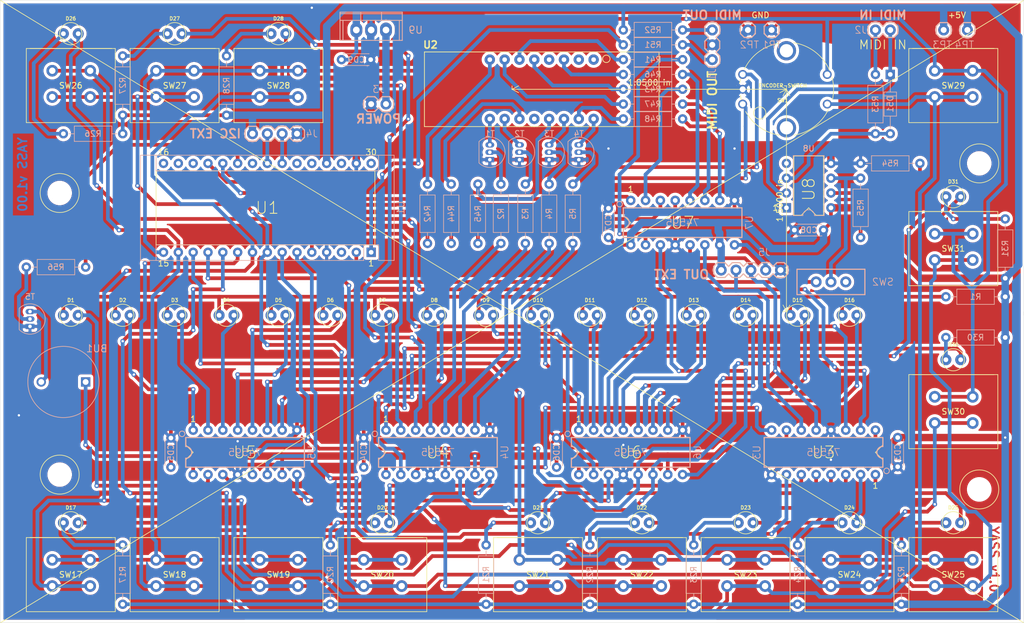
<source format=kicad_pcb>
(kicad_pcb (version 20171130) (host pcbnew "(5.1.2)-1")
  (layers (0 F.Cu signal) (31 B.Cu signal hide) (34 B.Paste user hide) (35 F.Paste user hide) (36 B.SilkS user hide) (37 F.SilkS user) (38 B.Mask user hide) (39 F.Mask user hide) (44 Edge.Cuts user))
  (net 0 "")
  (net 1 "Net-(D1-PadA)")
  (net 2 "Net-(D17-PadA)")
  (net 3 "Net-(D20-PadA)")
  (net 4 "Net-(D21-PadA)")
  (net 5 "Net-(D22-PadA)")
  (net 6 "Net-(D23-PadA)")
  (net 7 "Net-(D24-PadA)")
  (net 8 "Net-(D25-PadA)")
  (net 9 "Net-(D26-PadA)")
  (net 10 "Net-(D27-PadA)")
  (net 11 "Net-(D28-PadA)")
  (net 12 "Net-(D30-PadA)")
  (net 13 "Net-(D31-PadA)")
  (net 14 "Net-(D1-PadK)")
  (net 15 "Net-(D2-PadK)")
  (net 16 "Net-(D3-PadK)")
  (net 17 "Net-(D4-PadK)")
  (net 18 "Net-(D5-PadK)")
  (net 19 "Net-(D6-PadK)")
  (net 20 "Net-(D7-PadK)")
  (net 21 "Net-(D8-PadK)")
  (net 22 "Net-(D9-PadK)")
  (net 23 "Net-(D10-PadK)")
  (net 24 "Net-(D11-PadK)")
  (net 25 "Net-(D12-PadK)")
  (net 26 "Net-(D13-PadK)")
  (net 27 "Net-(D14-PadK)")
  (net 28 "Net-(D15-PadK)")
  (net 29 "Net-(D16-PadK)")
  (net 30 "Net-(D17-PadK)")
  (net 31 "Net-(D20-PadK)")
  (net 32 "Net-(D21-PadK)")
  (net 33 "Net-(D22-PadK)")
  (net 34 "Net-(D23-PadK)")
  (net 35 "Net-(D24-PadK)")
  (net 36 "Net-(D25-PadK)")
  (net 37 "Net-(D26-PadK)")
  (net 38 "Net-(D27-PadK)")
  (net 39 "Net-(D28-PadK)")
  (net 40 "Net-(D30-PadK)")
  (net 41 "Net-(D31-PadK)")
  (net 42 "Net-(U1-Pad3)")
  (net 43 "Net-(U1-Pad16)")
  (net 44 "Net-(U1-Pad17)")
  (net 45 "Net-(U1-Pad18)")
  (net 46 "Net-(U1-Pad22)")
  (net 47 "Net-(U1-Pad25)")
  (net 48 "Net-(U1-Pad26)")
  (net 49 "Net-(U1-Pad28)")
  (net 50 "Net-(U1-Pad30)")
  (net 51 "Net-(U2-Pad4)")
  (net 52 "Net-(U2-Pad9)")
  (net 53 "Net-(U2-Pad10)")
  (net 54 "Net-(U2-Pad12)")
  (net 55 "Net-(R41-Pad1)")
  (net 56 "Net-(R42-Pad1)")
  (net 57 "Net-(R43-Pad1)")
  (net 58 "Net-(R44-Pad1)")
  (net 59 "Net-(R45-Pad1)")
  (net 60 "Net-(R46-Pad1)")
  (net 61 "Net-(R47-Pad1)")
  (net 62 "Net-(R2-Pad2)")
  (net 63 "Net-(R2-Pad1)")
  (net 64 "Net-(R3-Pad1)")
  (net 65 "Net-(R4-Pad2)")
  (net 66 "Net-(R4-Pad1)")
  (net 67 "Net-(R5-Pad1)")
  (net 68 "Net-(R5-Pad2)")
  (net 69 GND)
  (net 70 DATA_BIT_1)
  (net 71 CLOCK)
  (net 72 LATCH)
  (net 73 +5V)
  (net 74 DATA_BIT_2)
  (net 75 DATA_BIT_3)
  (net 76 DATA_BIT_4)
  (net 77 DATA_BIT_5)
  (net 78 "Net-(U8-Pad4)")
  (net 79 "Net-(U8-Pad1)")
  (net 80 SEG_A)
  (net 81 SEG_B)
  (net 82 SEG_C)
  (net 83 SEG_D)
  (net 84 SEG_E)
  (net 85 SEG_F)
  (net 86 SEG_G)
  (net 87 DP)
  (net 88 "Net-(R48-Pad1)")
  (net 89 TRACK_A)
  (net 90 TRACK_B)
  (net 91 COL_3)
  (net 92 ROW_3)
  (net 93 COL_2)
  (net 94 ROW_2)
  (net 95 COL_4)
  (net 96 COL_5)
  (net 97 ROW_1)
  (net 98 COL_1)
  (net 99 DIGIT_1)
  (net 100 DIGIT_2)
  (net 101 DIGIT_3)
  (net 102 DIGIT_4)
  (net 103 "Net-(J1-Pad1)")
  (net 104 "Net-(J1-Pad3)")
  (net 105 "Net-(R51-Pad2)")
  (net 106 "Net-(J2-Pad1)")
  (net 107 "Net-(D51-Pad1)")
  (net 108 "Net-(D51-Pad2)")
  (net 109 "Net-(R54-Pad1)")
  (net 110 RX)
  (net 111 "Net-(R55-Pad2)")
  (net 112 "Net-(SW2-Pad1)")
  (net 113 "Net-(J3-Pad2)")
  (net 114 "Net-(BU1-Pad2)")
  (net 115 BUZ)
  (net 116 "Net-(R56-Pad1)")
  (net 117 SDA)
  (net 118 SCL)
  (net 119 "Net-(R3-Pad2)")
  (net 120 DATA_BIT_6)
  (module Switches:SWITCH_SPDT_PTH_11.6X4.0MM (layer B.Cu) (at 210.82 96.52 90)
    (fp_text reference SW2 (at 0 8.89) (layer B.SilkS) (effects (font (size 1.2192 1.2192) (thickness 0.127)) (justify mirror)))
    (fp_text value SWITCH_TOGGLE_SPST_RIGHT_ANGLE hide)
    (pad 1 thru_hole circle (at 0 2.54 90) (size 1.8796 1.8796) (drill 1.016) (layers *.Cu *.Mask) (net 112 "Net-(SW2-Pad1)"))
    (pad 2 thru_hole circle (at 0 0 90) (size 1.8796 1.8796) (drill 1.016) (layers *.Cu *.Mask) (net 111 "Net-(R55-Pad2)"))
    (pad 3 thru_hole circle (at 0 -2.54 90) (size 1.8796 1.8796) (drill 1.016) (layers *.Cu *.Mask) (net 110 RX))
  )
  (module YASS_v2:R (layer B.Cu) (at 185.42 68.58 180)
    (fp_text reference R48 (at 5.08 0) (layer B.SilkS) (effects (justify mirror)))
    (fp_text value 1k)
    (pad 1 thru_hole circle (at 0 0 180) (size 1.6 1.6) (drill 0.8) (layers *.Cu *.Mask) (net 88 "Net-(R48-Pad1)"))
    (pad 2 thru_hole oval (at 10.16 0 180) (size 1.6 1.6) (drill 0.8) (layers *.Cu *.Mask) (net 87 DP))
  )
  (module YASS_v2:R (layer B.Cu) (at 185.42 55.88 180)
    (fp_text reference R51 (at 5.08 0) (layer B.SilkS) (effects (justify mirror)))
    (fp_text value 220)
    (pad 1 thru_hole circle (at 0 0 180) (size 1.6 1.6) (drill 0.8) (layers *.Cu *.Mask) (net 104 "Net-(J1-Pad3)"))
    (pad 2 thru_hole oval (at 10.16 0 180) (size 1.6 1.6) (drill 0.8) (layers *.Cu *.Mask) (net 105 "Net-(R51-Pad2)"))
  )
  (module YASS_v2:ROTARY_ENCODER (layer F.Cu) (at 203.2 63.5 180)
    (fp_text reference SW1 (at 0.635 -1.905) (layer F.SilkS) (effects (font (size 0.6096 0.6096) (thickness 0.127))))
    (fp_text value ENCODER-SWITCH (at 0.635 0.635) (layer F.SilkS) (effects (font (size 0.6096 0.6096) (thickness 0.127))))
    (pad A thru_hole circle (at 7.493 2.54 180) (size 1.524 1.524) (drill 1.016) (layers *.Cu *.Mask) (net 89 TRACK_A))
    (pad B thru_hole circle (at 7.493 -2.54 180) (size 1.524 1.524) (drill 1.016) (layers *.Cu *.Mask) (net 90 TRACK_B))
    (pad C thru_hole circle (at 7.493 0 180) (size 1.524 1.524) (drill 1.016) (layers *.Cu *.Mask) (net 69 GND))
    (pad P$3 thru_hole circle (at 0 -6.604 180) (size 3.302 3.302) (drill 2.286) (layers *.Cu *.Mask))
    (pad P$4 thru_hole circle (at 0 6.604 180) (size 3.302 3.302) (drill 2.286) (layers *.Cu *.Mask))
    (pad SW+ thru_hole circle (at -6.985 -2.54 180) (size 1.524 1.524) (drill 1.016) (layers *.Cu *.Mask) (net 91 COL_3))
    (pad SW- thru_hole circle (at -6.985 2.54 180) (size 1.524 1.524) (drill 1.016) (layers *.Cu *.Mask) (net 92 ROW_3))
  )
  (module TO_SOT_Packages_THT:TO-92_Inline_Narrow_Oval (layer B.Cu) (at 162.56 75.565 90)
    (fp_text reference T3 (at 4.445 0 180) (layer B.SilkS) (effects (justify mirror)))
    (fp_text value 2N2222)
    (pad 1 thru_hole rect (at 0 0 270) (size 0.9 1.5) (drill 0.6) (layers *.Cu *.Mask) (net 69 GND))
    (pad 3 thru_hole oval (at 2.54 0 270) (size 0.9 1.5) (drill 0.6) (layers *.Cu *.Mask) (net 101 DIGIT_3))
    (pad 2 thru_hole oval (at 1.27 0 270) (size 0.9 1.5) (drill 0.6) (layers *.Cu *.Mask) (net 65 "Net-(R4-Pad2)"))
  )
  (module TO_SOT_Packages_THT:TO-92_Inline_Narrow_Oval (layer B.Cu) (at 152.4 75.565 90)
    (fp_text reference T1 (at 4.445 0 180) (layer B.SilkS) (effects (justify mirror)))
    (fp_text value 2N2222)
    (pad 1 thru_hole rect (at 0 0 270) (size 0.9 1.5) (drill 0.6) (layers *.Cu *.Mask) (net 69 GND))
    (pad 3 thru_hole oval (at 2.54 0 270) (size 0.9 1.5) (drill 0.6) (layers *.Cu *.Mask) (net 99 DIGIT_1))
    (pad 2 thru_hole oval (at 1.27 0 270) (size 0.9 1.5) (drill 0.6) (layers *.Cu *.Mask) (net 62 "Net-(R2-Pad2)"))
  )
  (module Silicon-Standard:DIP16 (layer B.Cu) (at 143.51 125.73)
    (fp_text reference U4 (at 11.43 0 270) (layer B.SilkS) (effects (font (size 1.2192 1.2192) (thickness 0.127)) (justify mirror)))
    (fp_text value 74595 (at 0 0 180) (layer B.SilkS) (effects (font (size 1.2192 1.2192) (thickness 0.127)) (justify mirror)))
    (pad 1 thru_hole circle (at -8.89 -3.81) (size 1.6256 1.6256) (drill 0.8128) (layers *.Cu *.Mask) (net 40 "Net-(D30-PadK)"))
    (pad 2 thru_hole circle (at -6.35 -3.81) (size 1.6256 1.6256) (drill 0.8128) (layers *.Cu *.Mask) (net 39 "Net-(D28-PadK)"))
    (pad 3 thru_hole circle (at -3.81 -3.81) (size 1.6256 1.6256) (drill 0.8128) (layers *.Cu *.Mask) (net 38 "Net-(D27-PadK)"))
    (pad 4 thru_hole circle (at -1.27 -3.81) (size 1.6256 1.6256) (drill 0.8128) (layers *.Cu *.Mask) (net 63 "Net-(R2-Pad1)"))
    (pad 5 thru_hole circle (at 1.27 -3.81) (size 1.6256 1.6256) (drill 0.8128) (layers *.Cu *.Mask) (net 64 "Net-(R3-Pad1)"))
    (pad 6 thru_hole circle (at 3.81 -3.81) (size 1.6256 1.6256) (drill 0.8128) (layers *.Cu *.Mask) (net 66 "Net-(R4-Pad1)"))
    (pad 7 thru_hole circle (at 6.35 -3.81) (size 1.6256 1.6256) (drill 0.8128) (layers *.Cu *.Mask) (net 67 "Net-(R5-Pad1)"))
    (pad 8 thru_hole circle (at 8.89 -3.81) (size 1.6256 1.6256) (drill 0.8128) (layers *.Cu *.Mask) (net 69 GND))
    (pad 9 thru_hole circle (at 8.89 3.81) (size 1.6256 1.6256) (drill 0.8128) (layers *.Cu *.Mask) (net 75 DATA_BIT_3))
    (pad 10 thru_hole circle (at 6.35 3.81) (size 1.6256 1.6256) (drill 0.8128) (layers *.Cu *.Mask) (net 73 +5V))
    (pad 11 thru_hole circle (at 3.81 3.81) (size 1.6256 1.6256) (drill 0.8128) (layers *.Cu *.Mask) (net 71 CLOCK))
    (pad 12 thru_hole circle (at 1.27 3.81) (size 1.6256 1.6256) (drill 0.8128) (layers *.Cu *.Mask) (net 72 LATCH))
    (pad 13 thru_hole circle (at -1.27 3.81) (size 1.6256 1.6256) (drill 0.8128) (layers *.Cu *.Mask) (net 69 GND))
    (pad 14 thru_hole circle (at -3.81 3.81) (size 1.6256 1.6256) (drill 0.8128) (layers *.Cu *.Mask) (net 74 DATA_BIT_2))
    (pad 15 thru_hole circle (at -6.35 3.81) (size 1.6256 1.6256) (drill 0.8128) (layers *.Cu *.Mask) (net 41 "Net-(D31-PadK)"))
    (pad 16 thru_hole circle (at -8.89 3.81) (size 1.6256 1.6256) (drill 0.8128) (layers *.Cu *.Mask) (net 73 +5V))
  )
  (module Silicon-Standard:DIP16 (layer B.Cu) (at 110.49 125.73)
    (fp_text reference U5 (at 11.43 0 -90) (layer B.SilkS) (effects (font (size 1.2192 1.2192) (thickness 0.127)) (justify mirror)))
    (fp_text value 74595 (at 0 0 180) (layer B.SilkS) (effects (font (size 1.2192 1.2192) (thickness 0.127)) (justify mirror)))
    (pad 1 thru_hole circle (at -8.89 -3.81) (size 1.6256 1.6256) (drill 0.8128) (layers *.Cu *.Mask) (net 15 "Net-(D2-PadK)"))
    (pad 2 thru_hole circle (at -6.35 -3.81) (size 1.6256 1.6256) (drill 0.8128) (layers *.Cu *.Mask) (net 16 "Net-(D3-PadK)"))
    (pad 3 thru_hole circle (at -3.81 -3.81) (size 1.6256 1.6256) (drill 0.8128) (layers *.Cu *.Mask) (net 17 "Net-(D4-PadK)"))
    (pad 4 thru_hole circle (at -1.27 -3.81) (size 1.6256 1.6256) (drill 0.8128) (layers *.Cu *.Mask) (net 18 "Net-(D5-PadK)"))
    (pad 5 thru_hole circle (at 1.27 -3.81) (size 1.6256 1.6256) (drill 0.8128) (layers *.Cu *.Mask) (net 19 "Net-(D6-PadK)"))
    (pad 6 thru_hole circle (at 3.81 -3.81) (size 1.6256 1.6256) (drill 0.8128) (layers *.Cu *.Mask) (net 20 "Net-(D7-PadK)"))
    (pad 7 thru_hole circle (at 6.35 -3.81) (size 1.6256 1.6256) (drill 0.8128) (layers *.Cu *.Mask) (net 21 "Net-(D8-PadK)"))
    (pad 8 thru_hole circle (at 8.89 -3.81) (size 1.6256 1.6256) (drill 0.8128) (layers *.Cu *.Mask) (net 69 GND))
    (pad 9 thru_hole circle (at 8.89 3.81) (size 1.6256 1.6256) (drill 0.8128) (layers *.Cu *.Mask) (net 76 DATA_BIT_4))
    (pad 10 thru_hole circle (at 6.35 3.81) (size 1.6256 1.6256) (drill 0.8128) (layers *.Cu *.Mask) (net 73 +5V))
    (pad 11 thru_hole circle (at 3.81 3.81) (size 1.6256 1.6256) (drill 0.8128) (layers *.Cu *.Mask) (net 71 CLOCK))
    (pad 12 thru_hole circle (at 1.27 3.81) (size 1.6256 1.6256) (drill 0.8128) (layers *.Cu *.Mask) (net 72 LATCH))
    (pad 13 thru_hole circle (at -1.27 3.81) (size 1.6256 1.6256) (drill 0.8128) (layers *.Cu *.Mask) (net 69 GND))
    (pad 14 thru_hole circle (at -3.81 3.81) (size 1.6256 1.6256) (drill 0.8128) (layers *.Cu *.Mask) (net 75 DATA_BIT_3))
    (pad 15 thru_hole circle (at -6.35 3.81) (size 1.6256 1.6256) (drill 0.8128) (layers *.Cu *.Mask) (net 14 "Net-(D1-PadK)"))
    (pad 16 thru_hole circle (at -8.89 3.81) (size 1.6256 1.6256) (drill 0.8128) (layers *.Cu *.Mask) (net 73 +5V))
  )
  (module TO_SOT_Packages_THT:TO-92_Inline_Narrow_Oval (layer B.Cu) (at 157.48 75.565 90)
    (fp_text reference T2 (at 4.445 0 180) (layer B.SilkS) (effects (justify mirror)))
    (fp_text value PN2222A hide)
    (pad 1 thru_hole rect (at 0 0 270) (size 0.9 1.5) (drill 0.6) (layers *.Cu *.Mask) (net 69 GND))
    (pad 3 thru_hole oval (at 2.54 0 270) (size 0.9 1.5) (drill 0.6) (layers *.Cu *.Mask) (net 100 DIGIT_2))
    (pad 2 thru_hole oval (at 1.27 0 270) (size 0.9 1.5) (drill 0.6) (layers *.Cu *.Mask) (net 119 "Net-(R3-Pad2)"))
  )
  (module Silicon-Standard:DIP16 (layer B.Cu) (at 185.42 86.36)
    (fp_text reference U7 (at 11.43 0 270) (layer B.SilkS) (effects (font (size 1.2192 1.2192) (thickness 0.127)) (justify mirror)))
    (fp_text value 74595 (at 0 0 180) (layer B.SilkS) (effects (font (size 1.2192 1.2192) (thickness 0.127)) (justify mirror)))
    (pad 1 thru_hole circle (at -8.89 -3.81) (size 1.6256 1.6256) (drill 0.8128) (layers *.Cu *.Mask) (net 56 "Net-(R42-Pad1)"))
    (pad 2 thru_hole circle (at -6.35 -3.81) (size 1.6256 1.6256) (drill 0.8128) (layers *.Cu *.Mask) (net 57 "Net-(R43-Pad1)"))
    (pad 3 thru_hole circle (at -3.81 -3.81) (size 1.6256 1.6256) (drill 0.8128) (layers *.Cu *.Mask) (net 58 "Net-(R44-Pad1)"))
    (pad 4 thru_hole circle (at -1.27 -3.81) (size 1.6256 1.6256) (drill 0.8128) (layers *.Cu *.Mask) (net 59 "Net-(R45-Pad1)"))
    (pad 5 thru_hole circle (at 1.27 -3.81) (size 1.6256 1.6256) (drill 0.8128) (layers *.Cu *.Mask) (net 60 "Net-(R46-Pad1)"))
    (pad 6 thru_hole circle (at 3.81 -3.81) (size 1.6256 1.6256) (drill 0.8128) (layers *.Cu *.Mask) (net 61 "Net-(R47-Pad1)"))
    (pad 7 thru_hole circle (at 6.35 -3.81) (size 1.6256 1.6256) (drill 0.8128) (layers *.Cu *.Mask) (net 88 "Net-(R48-Pad1)"))
    (pad 8 thru_hole circle (at 8.89 -3.81) (size 1.6256 1.6256) (drill 0.8128) (layers *.Cu *.Mask) (net 69 GND))
    (pad 9 thru_hole circle (at 8.89 3.81) (size 1.6256 1.6256) (drill 0.8128) (layers *.Cu *.Mask) (net 120 DATA_BIT_6))
    (pad 10 thru_hole circle (at 6.35 3.81) (size 1.6256 1.6256) (drill 0.8128) (layers *.Cu *.Mask) (net 73 +5V))
    (pad 11 thru_hole circle (at 3.81 3.81) (size 1.6256 1.6256) (drill 0.8128) (layers *.Cu *.Mask) (net 71 CLOCK))
    (pad 12 thru_hole circle (at 1.27 3.81) (size 1.6256 1.6256) (drill 0.8128) (layers *.Cu *.Mask) (net 72 LATCH))
    (pad 13 thru_hole circle (at -1.27 3.81) (size 1.6256 1.6256) (drill 0.8128) (layers *.Cu *.Mask) (net 69 GND))
    (pad 14 thru_hole circle (at -3.81 3.81) (size 1.6256 1.6256) (drill 0.8128) (layers *.Cu *.Mask) (net 77 DATA_BIT_5))
    (pad 15 thru_hole circle (at -6.35 3.81) (size 1.6256 1.6256) (drill 0.8128) (layers *.Cu *.Mask) (net 55 "Net-(R41-Pad1)"))
    (pad 16 thru_hole circle (at -8.89 3.81) (size 1.6256 1.6256) (drill 0.8128) (layers *.Cu *.Mask) (net 73 +5V))
  )
  (module YASS_v2:R (layer B.Cu) (at 151.765 151.765 90)
    (fp_text reference R21 (at 5.08 0 90) (layer B.SilkS) (effects (justify mirror)))
    (fp_text value 1k)
    (pad 1 thru_hole circle (at 0 0 90) (size 1.6 1.6) (drill 0.8) (layers *.Cu *.Mask) (net 73 +5V))
    (pad 2 thru_hole oval (at 10.16 0 90) (size 1.6 1.6) (drill 0.8) (layers *.Cu *.Mask) (net 4 "Net-(D21-PadA)"))
  )
  (module Modules:Arduino_Nano (layer B.Cu) (at 132.08 91.44 90)
    (fp_text reference U1 (at 7.62 5.08 90) (layer B.SilkS) (effects (font (size 1.2192 1.2192)) (justify mirror)))
    (fp_text value Arduino_Nano_v2.x)
    (pad 1 thru_hole rect (at 0 0 90) (size 1.6 1.6) (drill 0.8) (layers *.Cu *.Mask) (net 105 "Net-(R51-Pad2)"))
    (pad 17 thru_hole oval (at 15.24 -33.02 90) (size 1.6 1.6) (drill 0.8) (layers *.Cu *.Mask) (net 44 "Net-(U1-Pad17)"))
    (pad 2 thru_hole oval (at 0 -2.54 90) (size 1.6 1.6) (drill 0.8) (layers *.Cu *.Mask) (net 110 RX))
    (pad 18 thru_hole oval (at 15.24 -30.48 90) (size 1.6 1.6) (drill 0.8) (layers *.Cu *.Mask) (net 45 "Net-(U1-Pad18)"))
    (pad 3 thru_hole oval (at 0 -5.08 90) (size 1.6 1.6) (drill 0.8) (layers *.Cu *.Mask) (net 42 "Net-(U1-Pad3)"))
    (pad 19 thru_hole oval (at 15.24 -27.94 90) (size 1.6 1.6) (drill 0.8) (layers *.Cu *.Mask) (net 89 TRACK_A))
    (pad 4 thru_hole oval (at 0 -7.62 90) (size 1.6 1.6) (drill 0.8) (layers *.Cu *.Mask) (net 69 GND))
    (pad 20 thru_hole oval (at 15.24 -25.4 90) (size 1.6 1.6) (drill 0.8) (layers *.Cu *.Mask) (net 90 TRACK_B))
    (pad 5 thru_hole oval (at 0 -10.16 90) (size 1.6 1.6) (drill 0.8) (layers *.Cu *.Mask) (net 70 DATA_BIT_1))
    (pad 21 thru_hole oval (at 15.24 -22.86 90) (size 1.6 1.6) (drill 0.8) (layers *.Cu *.Mask) (net 115 BUZ))
    (pad 6 thru_hole oval (at 0 -12.7 90) (size 1.6 1.6) (drill 0.8) (layers *.Cu *.Mask) (net 71 CLOCK))
    (pad 22 thru_hole oval (at 15.24 -20.32 90) (size 1.6 1.6) (drill 0.8) (layers *.Cu *.Mask) (net 46 "Net-(U1-Pad22)"))
    (pad 7 thru_hole oval (at 0 -15.24 90) (size 1.6 1.6) (drill 0.8) (layers *.Cu *.Mask) (net 72 LATCH))
    (pad 23 thru_hole oval (at 15.24 -17.78 90) (size 1.6 1.6) (drill 0.8) (layers *.Cu *.Mask) (net 117 SDA))
    (pad 8 thru_hole oval (at 0 -17.78 90) (size 1.6 1.6) (drill 0.8) (layers *.Cu *.Mask) (net 98 COL_1))
    (pad 24 thru_hole oval (at 15.24 -15.24 90) (size 1.6 1.6) (drill 0.8) (layers *.Cu *.Mask) (net 118 SCL))
    (pad 9 thru_hole oval (at 0 -20.32 90) (size 1.6 1.6) (drill 0.8) (layers *.Cu *.Mask) (net 93 COL_2))
    (pad 25 thru_hole oval (at 15.24 -12.7 90) (size 1.6 1.6) (drill 0.8) (layers *.Cu *.Mask) (net 47 "Net-(U1-Pad25)"))
    (pad 10 thru_hole oval (at 0 -22.86 90) (size 1.6 1.6) (drill 0.8) (layers *.Cu *.Mask) (net 91 COL_3))
    (pad 26 thru_hole oval (at 15.24 -10.16 90) (size 1.6 1.6) (drill 0.8) (layers *.Cu *.Mask) (net 48 "Net-(U1-Pad26)"))
    (pad 11 thru_hole oval (at 0 -25.4 90) (size 1.6 1.6) (drill 0.8) (layers *.Cu *.Mask) (net 95 COL_4))
    (pad 27 thru_hole oval (at 15.24 -7.62 90) (size 1.6 1.6) (drill 0.8) (layers *.Cu *.Mask) (net 73 +5V))
    (pad 12 thru_hole oval (at 0 -27.94 90) (size 1.6 1.6) (drill 0.8) (layers *.Cu *.Mask) (net 96 COL_5))
    (pad 28 thru_hole oval (at 15.24 -5.08 90) (size 1.6 1.6) (drill 0.8) (layers *.Cu *.Mask) (net 49 "Net-(U1-Pad28)"))
    (pad 13 thru_hole oval (at 0 -30.48 90) (size 1.6 1.6) (drill 0.8) (layers *.Cu *.Mask) (net 97 ROW_1))
    (pad 29 thru_hole oval (at 15.24 -2.54 90) (size 1.6 1.6) (drill 0.8) (layers *.Cu *.Mask) (net 69 GND))
    (pad 14 thru_hole oval (at 0 -33.02 90) (size 1.6 1.6) (drill 0.8) (layers *.Cu *.Mask) (net 94 ROW_2))
    (pad 30 thru_hole oval (at 15.24 0 90) (size 1.6 1.6) (drill 0.8) (layers *.Cu *.Mask) (net 50 "Net-(U1-Pad30)"))
    (pad 15 thru_hole oval (at 0 -35.56 90) (size 1.6 1.6) (drill 0.8) (layers *.Cu *.Mask) (net 92 ROW_3))
    (pad 16 thru_hole oval (at 15.24 -35.56 90) (size 1.6 1.6) (drill 0.8) (layers *.Cu *.Mask) (net 43 "Net-(U1-Pad16)"))
  )
  (module YASS_v2:R (layer B.Cu) (at 218.44 71.12 90)
    (fp_text reference R53 (at 5.08 0 270) (layer B.SilkS) (effects (justify mirror)))
    (fp_text value 220)
    (pad 1 thru_hole circle (at 0 0 90) (size 1.6 1.6) (drill 0.8) (layers *.Cu *.Mask) (net 108 "Net-(D51-Pad2)"))
    (pad 2 thru_hole oval (at 10.16 0 90) (size 1.6 1.6) (drill 0.8) (layers *.Cu *.Mask) (net 106 "Net-(J2-Pad1)"))
  )
  (module YASS_v2:R (layer B.Cu) (at 125.095 151.765 90)
    (fp_text reference R20 (at 5.08 0 90) (layer B.SilkS) (effects (justify mirror)))
    (fp_text value 1k)
    (pad 1 thru_hole circle (at 0 0 90) (size 1.6 1.6) (drill 0.8) (layers *.Cu *.Mask) (net 73 +5V))
    (pad 2 thru_hole oval (at 10.16 0 90) (size 1.6 1.6) (drill 0.8) (layers *.Cu *.Mask) (net 3 "Net-(D20-PadA)"))
  )
  (module Silicon-Standard:DIP16 (layer B.Cu) (at 209.55 125.73 180)
    (fp_text reference U3 (at 11.43 0 270) (layer B.SilkS) (effects (font (size 1.2192 1.2192) (thickness 0.127)) (justify mirror)))
    (fp_text value 74595 (at 0 0 180) (layer B.SilkS) (effects (font (size 1.2192 1.2192) (thickness 0.127)) (justify mirror)))
    (pad 1 thru_hole circle (at -8.89 -3.81 180) (size 1.6256 1.6256) (drill 0.8128) (layers *.Cu *.Mask) (net 36 "Net-(D25-PadK)"))
    (pad 2 thru_hole circle (at -6.35 -3.81 180) (size 1.6256 1.6256) (drill 0.8128) (layers *.Cu *.Mask) (net 35 "Net-(D24-PadK)"))
    (pad 3 thru_hole circle (at -3.81 -3.81 180) (size 1.6256 1.6256) (drill 0.8128) (layers *.Cu *.Mask) (net 34 "Net-(D23-PadK)"))
    (pad 4 thru_hole circle (at -1.27 -3.81 180) (size 1.6256 1.6256) (drill 0.8128) (layers *.Cu *.Mask) (net 33 "Net-(D22-PadK)"))
    (pad 5 thru_hole circle (at 1.27 -3.81 180) (size 1.6256 1.6256) (drill 0.8128) (layers *.Cu *.Mask) (net 32 "Net-(D21-PadK)"))
    (pad 6 thru_hole circle (at 3.81 -3.81 180) (size 1.6256 1.6256) (drill 0.8128) (layers *.Cu *.Mask) (net 31 "Net-(D20-PadK)"))
    (pad 7 thru_hole circle (at 6.35 -3.81 180) (size 1.6256 1.6256) (drill 0.8128) (layers *.Cu *.Mask) (net 30 "Net-(D17-PadK)"))
    (pad 8 thru_hole circle (at 8.89 -3.81 180) (size 1.6256 1.6256) (drill 0.8128) (layers *.Cu *.Mask) (net 69 GND))
    (pad 9 thru_hole circle (at 8.89 3.81 180) (size 1.6256 1.6256) (drill 0.8128) (layers *.Cu *.Mask) (net 74 DATA_BIT_2))
    (pad 10 thru_hole circle (at 6.35 3.81 180) (size 1.6256 1.6256) (drill 0.8128) (layers *.Cu *.Mask) (net 73 +5V))
    (pad 11 thru_hole circle (at 3.81 3.81 180) (size 1.6256 1.6256) (drill 0.8128) (layers *.Cu *.Mask) (net 71 CLOCK))
    (pad 12 thru_hole circle (at 1.27 3.81 180) (size 1.6256 1.6256) (drill 0.8128) (layers *.Cu *.Mask) (net 72 LATCH))
    (pad 13 thru_hole circle (at -1.27 3.81 180) (size 1.6256 1.6256) (drill 0.8128) (layers *.Cu *.Mask) (net 69 GND))
    (pad 14 thru_hole circle (at -3.81 3.81 180) (size 1.6256 1.6256) (drill 0.8128) (layers *.Cu *.Mask) (net 70 DATA_BIT_1))
    (pad 15 thru_hole circle (at -6.35 3.81 180) (size 1.6256 1.6256) (drill 0.8128) (layers *.Cu *.Mask) (net 37 "Net-(D26-PadK)"))
    (pad 16 thru_hole circle (at -8.89 3.81 180) (size 1.6256 1.6256) (drill 0.8128) (layers *.Cu *.Mask) (net 73 +5V))
  )
  (module YASS_v2:R (layer B.Cu) (at 187.325 151.765 90)
    (fp_text reference R23 (at 5.08 0 90) (layer B.SilkS) (effects (justify mirror)))
    (fp_text value 1k)
    (pad 1 thru_hole circle (at 0 0 90) (size 1.6 1.6) (drill 0.8) (layers *.Cu *.Mask) (net 73 +5V))
    (pad 2 thru_hole oval (at 10.16 0 90) (size 1.6 1.6) (drill 0.8) (layers *.Cu *.Mask) (net 6 "Net-(D23-PadA)"))
  )
  (module YASS_v2:R (layer B.Cu) (at 175.26 53.34)
    (fp_text reference R52 (at 5.08 0) (layer B.SilkS) (effects (justify mirror)))
    (fp_text value 220)
    (pad 1 thru_hole circle (at 0 0) (size 1.6 1.6) (drill 0.8) (layers *.Cu *.Mask) (net 73 +5V))
    (pad 2 thru_hole oval (at 10.16 0) (size 1.6 1.6) (drill 0.8) (layers *.Cu *.Mask) (net 103 "Net-(J1-Pad1)"))
  )
  (module Silicon-Standard:DIP16 (layer B.Cu) (at 176.53 125.73)
    (fp_text reference U6 (at 11.43 0 -90) (layer B.SilkS) (effects (font (size 1.2192 1.2192) (thickness 0.127)) (justify mirror)))
    (fp_text value 74595 (at 0 0 180) (layer B.SilkS) (effects (font (size 1.2192 1.2192) (thickness 0.127)) (justify mirror)))
    (pad 1 thru_hole circle (at -8.89 -3.81) (size 1.6256 1.6256) (drill 0.8128) (layers *.Cu *.Mask) (net 23 "Net-(D10-PadK)"))
    (pad 2 thru_hole circle (at -6.35 -3.81) (size 1.6256 1.6256) (drill 0.8128) (layers *.Cu *.Mask) (net 24 "Net-(D11-PadK)"))
    (pad 3 thru_hole circle (at -3.81 -3.81) (size 1.6256 1.6256) (drill 0.8128) (layers *.Cu *.Mask) (net 25 "Net-(D12-PadK)"))
    (pad 4 thru_hole circle (at -1.27 -3.81) (size 1.6256 1.6256) (drill 0.8128) (layers *.Cu *.Mask) (net 26 "Net-(D13-PadK)"))
    (pad 5 thru_hole circle (at 1.27 -3.81) (size 1.6256 1.6256) (drill 0.8128) (layers *.Cu *.Mask) (net 27 "Net-(D14-PadK)"))
    (pad 6 thru_hole circle (at 3.81 -3.81) (size 1.6256 1.6256) (drill 0.8128) (layers *.Cu *.Mask) (net 28 "Net-(D15-PadK)"))
    (pad 7 thru_hole circle (at 6.35 -3.81) (size 1.6256 1.6256) (drill 0.8128) (layers *.Cu *.Mask) (net 29 "Net-(D16-PadK)"))
    (pad 8 thru_hole circle (at 8.89 -3.81) (size 1.6256 1.6256) (drill 0.8128) (layers *.Cu *.Mask) (net 69 GND))
    (pad 9 thru_hole circle (at 8.89 3.81) (size 1.6256 1.6256) (drill 0.8128) (layers *.Cu *.Mask) (net 77 DATA_BIT_5))
    (pad 10 thru_hole circle (at 6.35 3.81) (size 1.6256 1.6256) (drill 0.8128) (layers *.Cu *.Mask) (net 73 +5V))
    (pad 11 thru_hole circle (at 3.81 3.81) (size 1.6256 1.6256) (drill 0.8128) (layers *.Cu *.Mask) (net 71 CLOCK))
    (pad 12 thru_hole circle (at 1.27 3.81) (size 1.6256 1.6256) (drill 0.8128) (layers *.Cu *.Mask) (net 72 LATCH))
    (pad 13 thru_hole circle (at -1.27 3.81) (size 1.6256 1.6256) (drill 0.8128) (layers *.Cu *.Mask) (net 69 GND))
    (pad 14 thru_hole circle (at -3.81 3.81) (size 1.6256 1.6256) (drill 0.8128) (layers *.Cu *.Mask) (net 76 DATA_BIT_4))
    (pad 15 thru_hole circle (at -6.35 3.81) (size 1.6256 1.6256) (drill 0.8128) (layers *.Cu *.Mask) (net 22 "Net-(D9-PadK)"))
    (pad 16 thru_hole circle (at -8.89 3.81) (size 1.6256 1.6256) (drill 0.8128) (layers *.Cu *.Mask) (net 73 +5V))
  )
  (module YASS_v2:R (layer B.Cu) (at 89.535 151.765 90)
    (fp_text reference R17 (at 5.08 0 90) (layer B.SilkS) (effects (justify mirror)))
    (fp_text value 1k)
    (pad 1 thru_hole circle (at 0 0 90) (size 1.6 1.6) (drill 0.8) (layers *.Cu *.Mask) (net 73 +5V))
    (pad 2 thru_hole oval (at 10.16 0 90) (size 1.6 1.6) (drill 0.8) (layers *.Cu *.Mask) (net 2 "Net-(D17-PadA)"))
  )
  (module Capacitors_THT:C_Disc_D4.3mm_W1.9mm_P5.00mm (layer B.Cu) (at 130.81 128.27 90)
    (fp_text reference CD4 (at 2.5 0 90) (layer B.SilkS) (effects (justify mirror)))
    (fp_text value 100nF)
    (pad 2 thru_hole circle (at 5 0 90) (size 1.6 1.6) (drill 0.8) (layers *.Cu *.Mask) (net 69 GND))
    (pad 1 thru_hole circle (at 0 0 90) (size 1.6 1.6) (drill 0.8) (layers *.Cu *.Mask) (net 73 +5V))
  )
  (module Capacitors_THT:C_Disc_D4.3mm_W1.9mm_P5.00mm (layer B.Cu) (at 127 58.42)
    (fp_text reference CD9 (at 2.54 0) (layer B.SilkS) (effects (justify mirror)))
    (fp_text value 100nF)
    (pad 2 thru_hole circle (at 5 0) (size 1.6 1.6) (drill 0.8) (layers *.Cu *.Mask) (net 69 GND))
    (pad 1 thru_hole circle (at 0 0) (size 1.6 1.6) (drill 0.8) (layers *.Cu *.Mask) (net 73 +5V))
  )
  (module Capacitors_THT:C_Disc_D4.3mm_W1.9mm_P5.00mm (layer B.Cu) (at 163.83 128.27 90)
    (fp_text reference CD6 (at 2.5 0 90) (layer B.SilkS) (effects (justify mirror)))
    (fp_text value 100nF)
    (pad 2 thru_hole circle (at 5 0 90) (size 1.6 1.6) (drill 0.8) (layers *.Cu *.Mask) (net 69 GND))
    (pad 1 thru_hole circle (at 0 0 90) (size 1.6 1.6) (drill 0.8) (layers *.Cu *.Mask) (net 73 +5V))
  )
  (module Resistors_THT:R_Axial_DIN0207_L6.3mm_D2.5mm_P10.16mm_Horizontal (layer B.Cu) (at 73.025 93.98)
    (fp_text reference R56 (at 5.08 0) (layer B.SilkS) (effects (justify mirror)))
    (fp_text value 1K)
    (pad 2 thru_hole oval (at 10.16 0) (size 1.6 1.6) (drill 0.8) (layers *.Cu *.Mask) (net 115 BUZ))
    (pad 1 thru_hole circle (at 0 0) (size 1.6 1.6) (drill 0.8) (layers *.Cu *.Mask) (net 116 "Net-(R56-Pad1)"))
  )
  (module TO_SOT_Packages_THT:TO-92_Inline_Narrow_Oval (layer B.Cu) (at 167.64 75.565 90)
    (fp_text reference T4 (at 4.445 0 180) (layer B.SilkS) (effects (justify mirror)))
    (fp_text value 2N2222)
    (pad 1 thru_hole rect (at 0 0 270) (size 0.9 1.5) (drill 0.6) (layers *.Cu *.Mask) (net 69 GND))
    (pad 3 thru_hole oval (at 2.54 0 270) (size 0.9 1.5) (drill 0.6) (layers *.Cu *.Mask) (net 102 DIGIT_4))
    (pad 2 thru_hole oval (at 1.27 0 270) (size 0.9 1.5) (drill 0.6) (layers *.Cu *.Mask) (net 68 "Net-(R5-Pad2)"))
  )
  (module Power_Integrations:TO-220 (layer B.Cu) (at 132.08 53.34 180)
    (fp_text reference U9 (at -7.62 0) (layer B.SilkS) (effects (font (size 1.2192 1.2192)) (justify mirror)))
    (fp_text value LM7805_TO220 hide)
    (pad 1 thru_hole oval (at -2.54 0 180) (size 2.032 2.54) (drill 1.143) (layers *.Cu *.Mask) (net 113 "Net-(J3-Pad2)"))
    (pad 3 thru_hole oval (at 2.54 0 180) (size 2.032 2.54) (drill 1.143) (layers *.Cu *.Mask) (net 73 +5V))
    (pad 2 thru_hole oval (at 0 0 180) (size 2.032 2.54) (drill 1.143) (layers *.Cu *.Mask) (net 69 GND))
  )
  (module Buzzers_Beepers:MagneticBuzzer_ProSignal_ABI-009-RC (layer B.Cu) (at 83.185 113.665 180)
    (fp_text reference BU1 (at -1.905 5.715 180) (layer B.SilkS) (effects (font (size 1.2192 1.2192)) (justify mirror)))
    (fp_text value BUZZER-PTH_KIT_NO_SILK hide)
    (pad 2 thru_hole circle (at 7.6 0 180) (size 1.6 1.6) (drill 1) (layers *.Cu *.Mask) (net 114 "Net-(BU1-Pad2)"))
    (pad 1 thru_hole rect (at 0 0 180) (size 1.6 1.6) (drill 1) (layers *.Cu *.Mask) (net 73 +5V))
  )
  (module Capacitors_THT:C_Disc_D4.3mm_W1.9mm_P5.00mm (layer B.Cu) (at 222.25 123.19 270)
    (fp_text reference CD3 (at 2.54 0 90) (layer B.SilkS) (effects (justify mirror)))
    (fp_text value 100nF)
    (pad 2 thru_hole circle (at 5 0 270) (size 1.6 1.6) (drill 0.8) (layers *.Cu *.Mask) (net 69 GND))
    (pad 1 thru_hole circle (at 0 0 270) (size 1.6 1.6) (drill 0.8) (layers *.Cu *.Mask) (net 73 +5V))
  )
  (module sparkfunConnectors:1X03 (layer B.Cu) (at 190.5 53.34 270)
    (fp_text reference J1 (at 7.62 0 90) (layer B.SilkS) (effects (font (size 1.2192 1.2192) (thickness 0.127)) (justify mirror)))
    (fp_text value CONN_03 hide)
    (pad 3 thru_hole circle (at 5.08 0 270) (size 1.8796 1.8796) (drill 1.016) (layers *.Cu *.Mask) (net 104 "Net-(J1-Pad3)"))
    (pad 2 thru_hole circle (at 2.54 0 270) (size 1.8796 1.8796) (drill 1.016) (layers *.Cu *.Mask) (net 69 GND))
    (pad 1 thru_hole circle (at 0 0 270) (size 1.8796 1.8796) (drill 1.016) (layers *.Cu *.Mask) (net 103 "Net-(J1-Pad1)"))
  )
  (module Capacitors_THT:C_Disc_D4.3mm_W1.9mm_P5.00mm (layer B.Cu) (at 97.79 128.27 90)
    (fp_text reference CD5 (at 2.5 0 90) (layer B.SilkS) (effects (justify mirror)))
    (fp_text value 100nF)
    (pad 1 thru_hole circle (at 0 0 90) (size 1.6 1.6) (drill 0.8) (layers *.Cu *.Mask) (net 73 +5V))
    (pad 2 thru_hole circle (at 5 0 90) (size 1.6 1.6) (drill 0.8) (layers *.Cu *.Mask) (net 69 GND))
  )
  (module sparkfunConnectors:1X02 (layer B.Cu) (at 132.08 66.04)
    (fp_text reference J3 (at 1.27 -2.54) (layer B.SilkS) (effects (font (size 1.2192 1.2192) (thickness 0.127)) (justify mirror)))
    (fp_text value "POWER CONNECTOR" hide)
    (pad 1 thru_hole circle (at 0 0) (size 1.8796 1.8796) (drill 1.016) (layers *.Cu *.Mask) (net 69 GND))
    (pad 2 thru_hole circle (at 2.54 0) (size 1.8796 1.8796) (drill 1.016) (layers *.Cu *.Mask) (net 113 "Net-(J3-Pad2)"))
  )
  (module Housings_DIP:DIP-8_W7.62mm (layer B.Cu) (at 203.2 83.82)
    (fp_text reference U8 (at 3.81 -10.16) (layer B.SilkS) (effects (justify mirror)))
    (fp_text value 6N138)
    (pad 8 thru_hole oval (at 7.62 0) (size 1.6 1.6) (drill 0.8) (layers *.Cu *.Mask) (net 73 +5V))
    (pad 4 thru_hole oval (at 0 -7.62) (size 1.6 1.6) (drill 0.8) (layers *.Cu *.Mask) (net 78 "Net-(U8-Pad4)"))
    (pad 7 thru_hole oval (at 7.62 -2.54) (size 1.6 1.6) (drill 0.8) (layers *.Cu *.Mask) (net 109 "Net-(R54-Pad1)"))
    (pad 3 thru_hole oval (at 0 -5.08) (size 1.6 1.6) (drill 0.8) (layers *.Cu *.Mask) (net 108 "Net-(D51-Pad2)"))
    (pad 6 thru_hole oval (at 7.62 -5.08) (size 1.6 1.6) (drill 0.8) (layers *.Cu *.Mask) (net 111 "Net-(R55-Pad2)"))
    (pad 2 thru_hole oval (at 0 -2.54) (size 1.6 1.6) (drill 0.8) (layers *.Cu *.Mask) (net 107 "Net-(D51-Pad1)"))
    (pad 5 thru_hole oval (at 7.62 -7.62) (size 1.6 1.6) (drill 0.8) (layers *.Cu *.Mask) (net 69 GND))
    (pad 1 thru_hole rect (at 0 0) (size 1.6 1.6) (drill 0.8) (layers *.Cu *.Mask) (net 79 "Net-(U8-Pad1)"))
  )
  (module sparkfunConnectors:1X02 (layer B.Cu) (at 218.44 53.34)
    (fp_text reference J2 (at -2.54 0) (layer B.SilkS) (effects (font (size 1.2192 1.2192) (thickness 0.127)) (justify mirror)))
    (fp_text value CONN_02 hide)
    (pad 1 thru_hole circle (at 0 0) (size 1.8796 1.8796) (drill 1.016) (layers *.Cu *.Mask) (net 106 "Net-(J2-Pad1)"))
    (pad 2 thru_hole circle (at 2.54 0) (size 1.8796 1.8796) (drill 1.016) (layers *.Cu *.Mask) (net 107 "Net-(D51-Pad1)"))
  )
  (module sparkfunConnectors:1X04 (layer B.Cu) (at 111.76 71.12)
    (fp_text reference J4 (at 10.16 0) (layer B.SilkS) (effects (font (size 1.2192 1.2192) (thickness 0.127)) (justify mirror)))
    (fp_text value CONN_04 hide)
    (pad 1 thru_hole circle (at 0 0) (size 1.8796 1.8796) (drill 1.016) (layers *.Cu *.Mask) (net 73 +5V))
    (pad 2 thru_hole circle (at 2.54 0) (size 1.8796 1.8796) (drill 1.016) (layers *.Cu *.Mask) (net 117 SDA))
    (pad 3 thru_hole circle (at 5.08 0) (size 1.8796 1.8796) (drill 1.016) (layers *.Cu *.Mask) (net 118 SCL))
    (pad 4 thru_hole circle (at 7.62 0) (size 1.8796 1.8796) (drill 1.016) (layers *.Cu *.Mask) (net 69 GND))
  )
  (module Capacitors_THT:C_Disc_D4.3mm_W1.9mm_P5.00mm (layer B.Cu) (at 172.72 88.9 90)
    (fp_text reference CD7 (at 2.5 0 90) (layer B.SilkS) (effects (justify mirror)))
    (fp_text value 100nF)
    (pad 1 thru_hole circle (at 0 0 90) (size 1.6 1.6) (drill 0.8) (layers *.Cu *.Mask) (net 73 +5V))
    (pad 2 thru_hole circle (at 5 0 90) (size 1.6 1.6) (drill 0.8) (layers *.Cu *.Mask) (net 69 GND))
  )
  (module Capacitors_THT:C_Disc_D4.3mm_W1.9mm_P5.00mm (layer B.Cu) (at 209.55 87.63 180)
    (fp_text reference CD8 (at 2.5 0) (layer B.SilkS) (effects (justify mirror)))
    (fp_text value 100nF)
    (pad 1 thru_hole circle (at 0 0 180) (size 1.6 1.6) (drill 0.8) (layers *.Cu *.Mask) (net 73 +5V))
    (pad 2 thru_hole circle (at 5 0 180) (size 1.6 1.6) (drill 0.8) (layers *.Cu *.Mask) (net 69 GND))
  )
  (module TO_SOT_Packages_THT:TO-92_Inline_Narrow_Oval (layer B.Cu) (at 73.66 104.14 90)
    (fp_text reference T5 (at 5.08 0 180) (layer B.SilkS) (effects (justify mirror)))
    (fp_text value 2N2222)
    (pad 1 thru_hole rect (at 0 0 270) (size 0.9 1.5) (drill 0.6) (layers *.Cu *.Mask) (net 69 GND))
    (pad 3 thru_hole oval (at 2.54 0 270) (size 0.9 1.5) (drill 0.6) (layers *.Cu *.Mask) (net 114 "Net-(BU1-Pad2)"))
    (pad 2 thru_hole oval (at 1.27 0 270) (size 0.9 1.5) (drill 0.6) (layers *.Cu *.Mask) (net 116 "Net-(R56-Pad1)"))
  )
  (module YASS_v2:KEY_PUSH_6mm (layer F.Cu) (at 113.03 60.325)
    (fp_text reference SW28 (at 3.175 2.54) (layer F.SilkS))
    (fp_text value SW_Push hide)
    (pad 2 thru_hole circle (at 0 4.5 90) (size 2 2) (drill 1.1) (layers *.Cu *.Mask) (net 93 COL_2))
    (pad 1 thru_hole circle (at 0 0 90) (size 2 2) (drill 1.1) (layers *.Cu *.Mask) (net 92 ROW_3))
    (pad 2 thru_hole circle (at 6.5 4.5 90) (size 2 2) (drill 1.1) (layers *.Cu *.Mask) (net 93 COL_2))
    (pad 1 thru_hole circle (at 6.5 0 90) (size 2 2) (drill 1.1) (layers *.Cu *.Mask) (net 92 ROW_3))
  )
  (module YASS_v2:KEY_PUSH_6mm (layer F.Cu) (at 228.6 60.325)
    (fp_text reference SW29 (at 3.175 2.54) (layer F.SilkS))
    (fp_text value SW_Push hide)
    (pad 1 thru_hole circle (at 6.5 0 90) (size 2 2) (drill 1.1) (layers *.Cu *.Mask) (net 92 ROW_3))
    (pad 2 thru_hole circle (at 6.5 4.5 90) (size 2 2) (drill 1.1) (layers *.Cu *.Mask) (net 91 COL_3))
    (pad 1 thru_hole circle (at 0 0 90) (size 2 2) (drill 1.1) (layers *.Cu *.Mask) (net 92 ROW_3))
    (pad 2 thru_hole circle (at 0 4.5 90) (size 2 2) (drill 1.1) (layers *.Cu *.Mask) (net 91 COL_3))
  )
  (module YASS_v2:KEY_PUSH_6mm (layer F.Cu) (at 228.6 116.205)
    (fp_text reference SW30 (at 3.175 2.54) (layer F.SilkS))
    (fp_text value SW_Push hide)
    (pad 1 thru_hole circle (at 6.5 0 90) (size 2 2) (drill 1.1) (layers *.Cu *.Mask) (net 92 ROW_3))
    (pad 2 thru_hole circle (at 6.5 4.5 90) (size 2 2) (drill 1.1) (layers *.Cu *.Mask) (net 95 COL_4))
    (pad 1 thru_hole circle (at 0 0 90) (size 2 2) (drill 1.1) (layers *.Cu *.Mask) (net 92 ROW_3))
    (pad 2 thru_hole circle (at 0 4.5 90) (size 2 2) (drill 1.1) (layers *.Cu *.Mask) (net 95 COL_4))
  )
  (module YASS_v2:KEY_PUSH_6mm (layer F.Cu) (at 228.6 88.265)
    (fp_text reference SW31 (at 3.175 2.54) (layer F.SilkS))
    (fp_text value SW_Push hide)
    (pad 2 thru_hole circle (at 0 4.5 90) (size 2 2) (drill 1.1) (layers *.Cu *.Mask) (net 96 COL_5))
    (pad 1 thru_hole circle (at 0 0 90) (size 2 2) (drill 1.1) (layers *.Cu *.Mask) (net 92 ROW_3))
    (pad 2 thru_hole circle (at 6.5 4.5 90) (size 2 2) (drill 1.1) (layers *.Cu *.Mask) (net 96 COL_5))
    (pad 1 thru_hole circle (at 6.5 0 90) (size 2 2) (drill 1.1) (layers *.Cu *.Mask) (net 92 ROW_3))
  )
  (module YASS_v2:4x7segments (layer F.Cu) (at 161.29 63.5)
    (fp_text reference U2 (at -19.05 -7.62) (layer F.SilkS) (effects (font (size 1.2192 1.2192) (thickness 0.254))))
    (fp_text value 7-SEGMENT-4DIGIT-10MM-RED hide)
    (pad 16 thru_hole circle (at -8.89 -5.08) (size 1.778 1.778) (drill 0.79756) (layers *.Cu *.Mask) (net 81 SEG_B))
    (pad 15 thru_hole circle (at -6.35 -5.08) (size 1.778 1.778) (drill 0.79756) (layers *.Cu *.Mask) (net 86 SEG_G))
    (pad 14 thru_hole circle (at -3.81 -5.08) (size 1.778 1.778) (drill 0.79756) (layers *.Cu *.Mask) (net 80 SEG_A))
    (pad 13 thru_hole circle (at -1.27 -5.08) (size 1.778 1.778) (drill 0.79756) (layers *.Cu *.Mask) (net 82 SEG_C))
    (pad 12 thru_hole circle (at 1.27 -5.08) (size 1.778 1.778) (drill 0.79756) (layers *.Cu *.Mask) (net 54 "Net-(U2-Pad12)"))
    (pad 11 thru_hole circle (at 3.81 -5.08) (size 1.778 1.778) (drill 0.79756) (layers *.Cu *.Mask) (net 85 SEG_F))
    (pad 10 thru_hole circle (at 6.35 -5.08) (size 1.778 1.778) (drill 0.79756) (layers *.Cu *.Mask) (net 53 "Net-(U2-Pad10)"))
    (pad 9 thru_hole circle (at 8.89 -5.08) (size 1.778 1.778) (drill 0.79756) (layers *.Cu *.Mask) (net 52 "Net-(U2-Pad9)"))
    (pad 8 thru_hole circle (at 8.89 5.08) (size 1.778 1.778) (drill 0.79756) (layers *.Cu *.Mask) (net 102 DIGIT_4))
    (pad 7 thru_hole circle (at 6.35 5.08) (size 1.778 1.778) (drill 0.79756) (layers *.Cu *.Mask) (net 87 DP))
    (pad 6 thru_hole circle (at 3.81 5.08) (size 1.778 1.778) (drill 0.79756) (layers *.Cu *.Mask) (net 101 DIGIT_3))
    (pad 5 thru_hole circle (at 1.27 5.08) (size 1.778 1.778) (drill 0.79756) (layers *.Cu *.Mask) (net 84 SEG_E))
    (pad 4 thru_hole circle (at -1.27 5.08) (size 1.778 1.778) (drill 0.79756) (layers *.Cu *.Mask) (net 51 "Net-(U2-Pad4)"))
    (pad 3 thru_hole circle (at -3.81 5.08) (size 1.778 1.778) (drill 0.79756) (layers *.Cu *.Mask) (net 83 SEG_D))
    (pad 2 thru_hole circle (at -6.35 5.08) (size 1.778 1.778) (drill 0.79756) (layers *.Cu *.Mask) (net 100 DIGIT_2))
    (pad 1 thru_hole circle (at -8.89 5.08) (size 1.778 1.778) (drill 0.79756) (layers *.Cu *.Mask) (net 99 DIGIT_1))
  )
  (module YASS_v2:KEY_PUSH_6mm (layer F.Cu) (at 95.25 144.145)
    (fp_text reference SW18 (at 3.175 2.54) (layer F.SilkS))
    (fp_text value SW_Push hide)
    (pad 2 thru_hole circle (at 0 4.5 90) (size 2 2) (drill 1.1) (layers *.Cu *.Mask) (net 91 COL_3))
    (pad 1 thru_hole circle (at 0 0 90) (size 2 2) (drill 1.1) (layers *.Cu *.Mask) (net 94 ROW_2))
    (pad 2 thru_hole circle (at 6.5 4.5 90) (size 2 2) (drill 1.1) (layers *.Cu *.Mask) (net 91 COL_3))
    (pad 1 thru_hole circle (at 6.5 0 90) (size 2 2) (drill 1.1) (layers *.Cu *.Mask) (net 94 ROW_2))
  )
  (module Mounting_Holes:MountingHole_3.2mm_M3 (layer F.Cu) (at 78.74 81.28)
    (fp_text reference H1 hide)
    (fp_text value MountingHole)
    (pad 1 np_thru_hole circle (at 0 0) (size 3.2 3.2) (drill 3.2) (layers *.Cu *.Mask))
  )
  (module YASS_v2:KEY_PUSH_6mm (layer F.Cu) (at 157.48 144.145)
    (fp_text reference SW21 (at 3.175 2.54) (layer F.SilkS))
    (fp_text value SW_Push hide)
    (pad 2 thru_hole circle (at 0 4.5 90) (size 2 2) (drill 1.1) (layers *.Cu *.Mask) (net 98 COL_1))
    (pad 1 thru_hole circle (at 0 0 90) (size 2 2) (drill 1.1) (layers *.Cu *.Mask) (net 97 ROW_1))
    (pad 2 thru_hole circle (at 6.5 4.5 90) (size 2 2) (drill 1.1) (layers *.Cu *.Mask) (net 98 COL_1))
    (pad 1 thru_hole circle (at 6.5 0 90) (size 2 2) (drill 1.1) (layers *.Cu *.Mask) (net 97 ROW_1))
  )
  (module YASS_v2:DIODE (layer B.Cu) (at 220.98 60.96 270)
    (fp_text reference D51 (at 5.08 0 90) (layer B.SilkS) (effects (justify mirror)))
    (fp_text value 1N4148)
    (pad 1 thru_hole rect (at 0 0 270) (size 1.6 1.6) (drill 0.8) (layers *.Cu *.Mask) (net 107 "Net-(D51-Pad1)"))
    (pad 2 thru_hole oval (at 10.16 0 270) (size 1.6 1.6) (drill 0.8) (layers *.Cu *.Mask) (net 108 "Net-(D51-Pad2)"))
  )
  (module YASS_v2:KEY_PUSH_6mm (layer F.Cu) (at 113.03 144.145)
    (fp_text reference SW19 (at 3.175 2.54) (layer F.SilkS))
    (fp_text value SW_Push hide)
    (pad 1 thru_hole circle (at 6.5 0 90) (size 2 2) (drill 1.1) (layers *.Cu *.Mask) (net 94 ROW_2))
    (pad 2 thru_hole circle (at 6.5 4.5 90) (size 2 2) (drill 1.1) (layers *.Cu *.Mask) (net 95 COL_4))
    (pad 1 thru_hole circle (at 0 0 90) (size 2 2) (drill 1.1) (layers *.Cu *.Mask) (net 94 ROW_2))
    (pad 2 thru_hole circle (at 0 4.5 90) (size 2 2) (drill 1.1) (layers *.Cu *.Mask) (net 95 COL_4))
  )
  (module YASS_v2:KEY_PUSH_6mm (layer F.Cu) (at 130.81 144.145)
    (fp_text reference SW20 (at 3.175 2.54) (layer F.SilkS))
    (fp_text value SW_Push hide)
    (pad 1 thru_hole circle (at 6.5 0 90) (size 2 2) (drill 1.1) (layers *.Cu *.Mask) (net 94 ROW_2))
    (pad 2 thru_hole circle (at 6.5 4.5 90) (size 2 2) (drill 1.1) (layers *.Cu *.Mask) (net 96 COL_5))
    (pad 1 thru_hole circle (at 0 0 90) (size 2 2) (drill 1.1) (layers *.Cu *.Mask) (net 94 ROW_2))
    (pad 2 thru_hole circle (at 0 4.5 90) (size 2 2) (drill 1.1) (layers *.Cu *.Mask) (net 96 COL_5))
  )
  (module YASS_v2:KEY_PUSH_6mm (layer F.Cu) (at 175.26 144.145)
    (fp_text reference SW22 (at 3.175 2.54) (layer F.SilkS))
    (fp_text value SW_Push hide)
    (pad 1 thru_hole circle (at 6.5 0 90) (size 2 2) (drill 1.1) (layers *.Cu *.Mask) (net 97 ROW_1))
    (pad 2 thru_hole circle (at 6.5 4.5 90) (size 2 2) (drill 1.1) (layers *.Cu *.Mask) (net 93 COL_2))
    (pad 1 thru_hole circle (at 0 0 90) (size 2 2) (drill 1.1) (layers *.Cu *.Mask) (net 97 ROW_1))
    (pad 2 thru_hole circle (at 0 4.5 90) (size 2 2) (drill 1.1) (layers *.Cu *.Mask) (net 93 COL_2))
  )
  (module YASS_v2:KEY_PUSH_6mm (layer F.Cu) (at 210.82 144.145)
    (fp_text reference SW24 (at 3.175 2.54) (layer F.SilkS))
    (fp_text value SW_Push hide)
    (pad 1 thru_hole circle (at 6.5 0 90) (size 2 2) (drill 1.1) (layers *.Cu *.Mask) (net 97 ROW_1))
    (pad 2 thru_hole circle (at 6.5 4.5 90) (size 2 2) (drill 1.1) (layers *.Cu *.Mask) (net 95 COL_4))
    (pad 1 thru_hole circle (at 0 0 90) (size 2 2) (drill 1.1) (layers *.Cu *.Mask) (net 97 ROW_1))
    (pad 2 thru_hole circle (at 0 4.5 90) (size 2 2) (drill 1.1) (layers *.Cu *.Mask) (net 95 COL_4))
  )
  (module YASS_v2:KEY_PUSH_6mm (layer F.Cu) (at 228.6 144.145)
    (fp_text reference SW25 (at 3.175 2.54) (layer F.SilkS))
    (fp_text value SW_Push hide)
    (pad 2 thru_hole circle (at 0 4.5 90) (size 2 2) (drill 1.1) (layers *.Cu *.Mask) (net 96 COL_5))
    (pad 1 thru_hole circle (at 0 0 90) (size 2 2) (drill 1.1) (layers *.Cu *.Mask) (net 97 ROW_1))
    (pad 2 thru_hole circle (at 6.5 4.5 90) (size 2 2) (drill 1.1) (layers *.Cu *.Mask) (net 96 COL_5))
    (pad 1 thru_hole circle (at 6.5 0 90) (size 2 2) (drill 1.1) (layers *.Cu *.Mask) (net 97 ROW_1))
  )
  (module YASS_v2:KEY_PUSH_6mm (layer F.Cu) (at 77.47 60.325)
    (fp_text reference SW26 (at 3.175 2.54) (layer F.SilkS))
    (fp_text value SW_Push hide)
    (pad 1 thru_hole circle (at 6.5 0 90) (size 2 2) (drill 1.1) (layers *.Cu *.Mask) (net 94 ROW_2))
    (pad 2 thru_hole circle (at 6.5 4.5 90) (size 2 2) (drill 1.1) (layers *.Cu *.Mask) (net 98 COL_1))
    (pad 1 thru_hole circle (at 0 0 90) (size 2 2) (drill 1.1) (layers *.Cu *.Mask) (net 94 ROW_2))
    (pad 2 thru_hole circle (at 0 4.5 90) (size 2 2) (drill 1.1) (layers *.Cu *.Mask) (net 98 COL_1))
  )
  (module YASS_v2:KEY_PUSH_6mm (layer F.Cu) (at 95.25 60.325)
    (fp_text reference SW27 (at 3.175 2.54) (layer F.SilkS))
    (fp_text value SW_Push hide)
    (pad 2 thru_hole circle (at 0 4.5 90) (size 2 2) (drill 1.1) (layers *.Cu *.Mask) (net 98 COL_1))
    (pad 1 thru_hole circle (at 0 0 90) (size 2 2) (drill 1.1) (layers *.Cu *.Mask) (net 92 ROW_3))
    (pad 2 thru_hole circle (at 6.5 4.5 90) (size 2 2) (drill 1.1) (layers *.Cu *.Mask) (net 98 COL_1))
    (pad 1 thru_hole circle (at 6.5 0 90) (size 2 2) (drill 1.1) (layers *.Cu *.Mask) (net 92 ROW_3))
  )
  (module YASS_v2:KEY_PUSH_6mm (layer F.Cu) (at 193.04 144.145)
    (fp_text reference SW23 (at 3.175 2.54) (layer F.SilkS))
    (fp_text value SW_Push hide)
    (pad 2 thru_hole circle (at 0 4.5 90) (size 2 2) (drill 1.1) (layers *.Cu *.Mask) (net 91 COL_3))
    (pad 1 thru_hole circle (at 0 0 90) (size 2 2) (drill 1.1) (layers *.Cu *.Mask) (net 97 ROW_1))
    (pad 2 thru_hole circle (at 6.5 4.5 90) (size 2 2) (drill 1.1) (layers *.Cu *.Mask) (net 91 COL_3))
    (pad 1 thru_hole circle (at 6.5 0 90) (size 2 2) (drill 1.1) (layers *.Cu *.Mask) (net 97 ROW_1))
  )
  (module YASS_v2:KEY_PUSH_6mm (layer F.Cu) (at 77.47 144.145)
    (fp_text reference SW17 (at 3.175 2.54) (layer F.SilkS))
    (fp_text value SW_Push hide)
    (pad 1 thru_hole circle (at 6.5 0 90) (size 2 2) (drill 1.1) (layers *.Cu *.Mask) (net 94 ROW_2))
    (pad 2 thru_hole circle (at 6.5 4.5 90) (size 2 2) (drill 1.1) (layers *.Cu *.Mask) (net 93 COL_2))
    (pad 1 thru_hole circle (at 0 0 90) (size 2 2) (drill 1.1) (layers *.Cu *.Mask) (net 94 ROW_2))
    (pad 2 thru_hole circle (at 0 4.5 90) (size 2 2) (drill 1.1) (layers *.Cu *.Mask) (net 93 COL_2))
  )
  (module YASS_v2:LED_3MM (layer F.Cu) (at 196.215 137.795)
    (fp_text reference D23 (at 0 -2.58826) (layer F.SilkS) (effects (font (size 0.6096 0.6096) (thickness 0.127))))
    (fp_text value "3mm blue" hide)
    (pad A thru_hole circle (at -1.27 0) (size 1.8796 1.8796) (drill 0.8128) (layers *.Cu *.Mask) (net 6 "Net-(D23-PadA)"))
    (pad K thru_hole circle (at 1.27 0) (size 1.8796 1.8796) (drill 0.8128) (layers *.Cu *.Mask) (net 34 "Net-(D23-PadK)"))
  )
  (module YASS_v2:R (layer B.Cu) (at 240.665 106.045 180)
    (fp_text reference R30 (at 5.08 0 180) (layer B.SilkS) (effects (justify mirror)))
    (fp_text value 1k)
    (pad 1 thru_hole circle (at 0 0 180) (size 1.6 1.6) (drill 0.8) (layers *.Cu *.Mask) (net 73 +5V))
    (pad 2 thru_hole oval (at 10.16 0 180) (size 1.6 1.6) (drill 0.8) (layers *.Cu *.Mask) (net 12 "Net-(D30-PadA)"))
  )
  (module YASS_v2:LED_3MM (layer F.Cu) (at 160.655 137.795)
    (fp_text reference D21 (at 0 -2.58826) (layer F.SilkS) (effects (font (size 0.6096 0.6096) (thickness 0.127))))
    (fp_text value "3mm blue" hide)
    (pad A thru_hole circle (at -1.27 0) (size 1.8796 1.8796) (drill 0.8128) (layers *.Cu *.Mask) (net 4 "Net-(D21-PadA)"))
    (pad K thru_hole circle (at 1.27 0) (size 1.8796 1.8796) (drill 0.8128) (layers *.Cu *.Mask) (net 32 "Net-(D21-PadK)"))
  )
  (module YASS_v2:LED_3MM (layer F.Cu) (at 231.775 81.915)
    (fp_text reference D31 (at 0 -2.58826) (layer F.SilkS) (effects (font (size 0.6096 0.6096) (thickness 0.127))))
    (fp_text value "3mm yellow" hide)
    (pad A thru_hole circle (at -1.27 0) (size 1.8796 1.8796) (drill 0.8128) (layers *.Cu *.Mask) (net 13 "Net-(D31-PadA)"))
    (pad K thru_hole circle (at 1.27 0) (size 1.8796 1.8796) (drill 0.8128) (layers *.Cu *.Mask) (net 41 "Net-(D31-PadK)"))
  )
  (module YASS_v2:LED_3MM (layer F.Cu) (at 178.435 102.235)
    (fp_text reference D12 (at 0 -2.58826) (layer F.SilkS) (effects (font (size 0.6096 0.6096) (thickness 0.127))))
    (fp_text value "3mm red" hide)
    (pad A thru_hole circle (at -1.27 0) (size 1.8796 1.8796) (drill 0.8128) (layers *.Cu *.Mask) (net 1 "Net-(D1-PadA)"))
    (pad K thru_hole circle (at 1.27 0) (size 1.8796 1.8796) (drill 0.8128) (layers *.Cu *.Mask) (net 25 "Net-(D12-PadK)"))
  )
  (module YASS_v2:LED_3MM (layer F.Cu) (at 80.645 137.795)
    (fp_text reference D17 (at 0 -2.58826) (layer F.SilkS) (effects (font (size 0.6096 0.6096) (thickness 0.127))))
    (fp_text value "3mm green" hide)
    (pad A thru_hole circle (at -1.27 0) (size 1.8796 1.8796) (drill 0.8128) (layers *.Cu *.Mask) (net 2 "Net-(D17-PadA)"))
    (pad K thru_hole circle (at 1.27 0) (size 1.8796 1.8796) (drill 0.8128) (layers *.Cu *.Mask) (net 30 "Net-(D17-PadK)"))
  )
  (module YASS_v2:LED_3MM (layer F.Cu) (at 80.645 53.975)
    (fp_text reference D26 (at 0 -2.58826) (layer F.SilkS) (effects (font (size 0.6096 0.6096) (thickness 0.127))))
    (fp_text value "3mm yellow" hide)
    (pad A thru_hole circle (at -1.27 0) (size 1.8796 1.8796) (drill 0.8128) (layers *.Cu *.Mask) (net 9 "Net-(D26-PadA)"))
    (pad K thru_hole circle (at 1.27 0) (size 1.8796 1.8796) (drill 0.8128) (layers *.Cu *.Mask) (net 37 "Net-(D26-PadK)"))
  )
  (module YASS_v2:LED_3MM (layer F.Cu) (at 178.435 137.795)
    (fp_text reference D22 (at 0 -2.58826) (layer F.SilkS) (effects (font (size 0.6096 0.6096) (thickness 0.127))))
    (fp_text value "3mm blue" hide)
    (pad A thru_hole circle (at -1.27 0) (size 1.8796 1.8796) (drill 0.8128) (layers *.Cu *.Mask) (net 5 "Net-(D22-PadA)"))
    (pad K thru_hole circle (at 1.27 0) (size 1.8796 1.8796) (drill 0.8128) (layers *.Cu *.Mask) (net 33 "Net-(D22-PadK)"))
  )
  (module YASS_v2:LED_3MM (layer F.Cu) (at 205.105 102.235)
    (fp_text reference D15 (at 0 -2.58826) (layer F.SilkS) (effects (font (size 0.6096 0.6096) (thickness 0.127))))
    (fp_text value "3mm red" hide)
    (pad A thru_hole circle (at -1.27 0) (size 1.8796 1.8796) (drill 0.8128) (layers *.Cu *.Mask) (net 1 "Net-(D1-PadA)"))
    (pad K thru_hole circle (at 1.27 0) (size 1.8796 1.8796) (drill 0.8128) (layers *.Cu *.Mask) (net 28 "Net-(D15-PadK)"))
  )
  (module YASS_v2:LED_3MM (layer F.Cu) (at 98.425 53.975)
    (fp_text reference D27 (at 0 -2.58826) (layer F.SilkS) (effects (font (size 0.6096 0.6096) (thickness 0.127))))
    (fp_text value "3mm yellow" hide)
    (pad A thru_hole circle (at -1.27 0) (size 1.8796 1.8796) (drill 0.8128) (layers *.Cu *.Mask) (net 10 "Net-(D27-PadA)"))
    (pad K thru_hole circle (at 1.27 0) (size 1.8796 1.8796) (drill 0.8128) (layers *.Cu *.Mask) (net 38 "Net-(D27-PadK)"))
  )
  (module YASS_v2:LED_3MM (layer F.Cu) (at 133.985 137.795)
    (fp_text reference D20 (at 0 -2.58826) (layer F.SilkS) (effects (font (size 0.6096 0.6096) (thickness 0.127))))
    (fp_text value "3mm red" hide)
    (pad A thru_hole circle (at -1.27 0) (size 1.8796 1.8796) (drill 0.8128) (layers *.Cu *.Mask) (net 3 "Net-(D20-PadA)"))
    (pad K thru_hole circle (at 1.27 0) (size 1.8796 1.8796) (drill 0.8128) (layers *.Cu *.Mask) (net 31 "Net-(D20-PadK)"))
  )
  (module YASS_v2:LED_3MM (layer F.Cu) (at 231.775 109.855)
    (fp_text reference D30 (at 0 -2.58826) (layer F.SilkS) (effects (font (size 0.6096 0.6096) (thickness 0.127))))
    (fp_text value "3mm yellow" hide)
    (pad A thru_hole circle (at -1.27 0) (size 1.8796 1.8796) (drill 0.8128) (layers *.Cu *.Mask) (net 12 "Net-(D30-PadA)"))
    (pad K thru_hole circle (at 1.27 0) (size 1.8796 1.8796) (drill 0.8128) (layers *.Cu *.Mask) (net 40 "Net-(D30-PadK)"))
  )
  (module YASS_v2:R (layer B.Cu) (at 226.06 76.2 180)
    (fp_text reference R54 (at 5.08 0 180) (layer B.SilkS) (effects (justify mirror)))
    (fp_text value 10K)
    (pad 1 thru_hole circle (at 0 0 180) (size 1.6 1.6) (drill 0.8) (layers *.Cu *.Mask) (net 109 "Net-(R54-Pad1)"))
    (pad 2 thru_hole oval (at 10.16 0 180) (size 1.6 1.6) (drill 0.8) (layers *.Cu *.Mask) (net 69 GND))
  )
  (module YASS_v2:R (layer B.Cu) (at 215.9 88.9 90)
    (fp_text reference R55 (at 5.08 0 270) (layer B.SilkS) (effects (justify mirror)))
    (fp_text value 470)
    (pad 1 thru_hole circle (at 0 0 90) (size 1.6 1.6) (drill 0.8) (layers *.Cu *.Mask) (net 73 +5V))
    (pad 2 thru_hole oval (at 10.16 0 90) (size 1.6 1.6) (drill 0.8) (layers *.Cu *.Mask) (net 111 "Net-(R55-Pad2)"))
  )
  (module YASS_v2:R (layer B.Cu) (at 185.42 60.96 180)
    (fp_text reference R46 (at 5.08 0) (layer B.SilkS) (effects (justify mirror)))
    (fp_text value 1k)
    (pad 1 thru_hole circle (at 0 0 180) (size 1.6 1.6) (drill 0.8) (layers *.Cu *.Mask) (net 60 "Net-(R46-Pad1)"))
    (pad 2 thru_hole oval (at 10.16 0 180) (size 1.6 1.6) (drill 0.8) (layers *.Cu *.Mask) (net 85 SEG_F))
  )
  (module YASS_v2:LED_3MM (layer F.Cu) (at 213.995 137.795)
    (fp_text reference D24 (at 0 -2.58826) (layer F.SilkS) (effects (font (size 0.6096 0.6096) (thickness 0.127))))
    (fp_text value "3mm blue" hide)
    (pad A thru_hole circle (at -1.27 0) (size 1.8796 1.8796) (drill 0.8128) (layers *.Cu *.Mask) (net 7 "Net-(D24-PadA)"))
    (pad K thru_hole circle (at 1.27 0) (size 1.8796 1.8796) (drill 0.8128) (layers *.Cu *.Mask) (net 35 "Net-(D24-PadK)"))
  )
  (module YASS_v2:LED_3MM (layer F.Cu) (at 231.775 137.795)
    (fp_text reference D25 (at 0 -2.58826) (layer F.SilkS) (effects (font (size 0.6096 0.6096) (thickness 0.127))))
    (fp_text value "3mm blue" hide)
    (pad A thru_hole circle (at -1.27 0) (size 1.8796 1.8796) (drill 0.8128) (layers *.Cu *.Mask) (net 8 "Net-(D25-PadA)"))
    (pad K thru_hole circle (at 1.27 0) (size 1.8796 1.8796) (drill 0.8128) (layers *.Cu *.Mask) (net 36 "Net-(D25-PadK)"))
  )
  (module YASS_v2:LED_3MM (layer F.Cu) (at 116.205 53.975)
    (fp_text reference D28 (at 0 -2.58826) (layer F.SilkS) (effects (font (size 0.6096 0.6096) (thickness 0.127))))
    (fp_text value "3mm yellow" hide)
    (pad A thru_hole circle (at -1.27 0) (size 1.8796 1.8796) (drill 0.8128) (layers *.Cu *.Mask) (net 11 "Net-(D28-PadA)"))
    (pad K thru_hole circle (at 1.27 0) (size 1.8796 1.8796) (drill 0.8128) (layers *.Cu *.Mask) (net 39 "Net-(D28-PadK)"))
  )
  (module YASS_v2:R (layer B.Cu) (at 107.315 67.945 90)
    (fp_text reference R28 (at 5.08 0 90) (layer B.SilkS) (effects (justify mirror)))
    (fp_text value 1k)
    (pad 1 thru_hole circle (at 0 0 90) (size 1.6 1.6) (drill 0.8) (layers *.Cu *.Mask) (net 73 +5V))
    (pad 2 thru_hole oval (at 10.16 0 90) (size 1.6 1.6) (drill 0.8) (layers *.Cu *.Mask) (net 11 "Net-(D28-PadA)"))
  )
  (module YASS_v2:R (layer B.Cu) (at 185.42 58.42 180)
    (fp_text reference R41 (at 5.08 0) (layer B.SilkS) (effects (justify mirror)))
    (fp_text value 1k)
    (pad 1 thru_hole circle (at 0 0 180) (size 1.6 1.6) (drill 0.8) (layers *.Cu *.Mask) (net 55 "Net-(R41-Pad1)"))
    (pad 2 thru_hole oval (at 10.16 0 180) (size 1.6 1.6) (drill 0.8) (layers *.Cu *.Mask) (net 80 SEG_A))
  )
  (module YASS_v2:R (layer B.Cu) (at 185.42 63.5 180)
    (fp_text reference R43 (at 5.08 0) (layer B.SilkS) (effects (justify mirror)))
    (fp_text value 1k)
    (pad 1 thru_hole circle (at 0 0 180) (size 1.6 1.6) (drill 0.8) (layers *.Cu *.Mask) (net 57 "Net-(R43-Pad1)"))
    (pad 2 thru_hole oval (at 10.16 0 180) (size 1.6 1.6) (drill 0.8) (layers *.Cu *.Mask) (net 82 SEG_C))
  )
  (module YASS_v2:R (layer B.Cu) (at 145.796 89.916 90)
    (fp_text reference R44 (at 5.08 0 90) (layer B.SilkS) (effects (justify mirror)))
    (fp_text value 1k)
    (pad 1 thru_hole circle (at 0 0 90) (size 1.6 1.6) (drill 0.8) (layers *.Cu *.Mask) (net 58 "Net-(R44-Pad1)"))
    (pad 2 thru_hole oval (at 10.16 0 90) (size 1.6 1.6) (drill 0.8) (layers *.Cu *.Mask) (net 83 SEG_D))
  )
  (module YASS_v2:R (layer B.Cu) (at 185.42 66.04 180)
    (fp_text reference R47 (at 5.08 0) (layer B.SilkS) (effects (justify mirror)))
    (fp_text value 1k)
    (pad 1 thru_hole circle (at 0 0 180) (size 1.6 1.6) (drill 0.8) (layers *.Cu *.Mask) (net 61 "Net-(R47-Pad1)"))
    (pad 2 thru_hole oval (at 10.16 0 180) (size 1.6 1.6) (drill 0.8) (layers *.Cu *.Mask) (net 86 SEG_G))
  )
  (module YASS_v2:R (layer B.Cu) (at 222.885 151.765 90)
    (fp_text reference R25 (at 5.08 0 270) (layer B.SilkS) (effects (justify mirror)))
    (fp_text value 1k)
    (pad 1 thru_hole circle (at 0 0 90) (size 1.6 1.6) (drill 0.8) (layers *.Cu *.Mask) (net 73 +5V))
    (pad 2 thru_hole oval (at 10.16 0 90) (size 1.6 1.6) (drill 0.8) (layers *.Cu *.Mask) (net 8 "Net-(D25-PadA)"))
  )
  (module YASS_v2:R (layer B.Cu) (at 150.368 89.916 90)
    (fp_text reference R45 (at 5.08 0 90) (layer B.SilkS) (effects (justify mirror)))
    (fp_text value 1k)
    (pad 1 thru_hole circle (at 0 0 90) (size 1.6 1.6) (drill 0.8) (layers *.Cu *.Mask) (net 59 "Net-(R45-Pad1)"))
    (pad 2 thru_hole oval (at 10.16 0 90) (size 1.6 1.6) (drill 0.8) (layers *.Cu *.Mask) (net 84 SEG_E))
  )
  (module YASS_v2:R (layer B.Cu) (at 89.535 71.12 180)
    (fp_text reference R26 (at 5.08 0) (layer B.SilkS) (effects (justify mirror)))
    (fp_text value 1k)
    (pad 1 thru_hole circle (at 0 0 180) (size 1.6 1.6) (drill 0.8) (layers *.Cu *.Mask) (net 73 +5V))
    (pad 2 thru_hole oval (at 10.16 0 180) (size 1.6 1.6) (drill 0.8) (layers *.Cu *.Mask) (net 9 "Net-(D26-PadA)"))
  )
  (module YASS_v2:R (layer B.Cu) (at 230.505 99.06)
    (fp_text reference R1 (at 5.08 0) (layer B.SilkS) (effects (justify mirror)))
    (fp_text value 1k)
    (pad 1 thru_hole circle (at 0 0) (size 1.6 1.6) (drill 0.8) (layers *.Cu *.Mask) (net 1 "Net-(D1-PadA)"))
    (pad 2 thru_hole oval (at 10.16 0) (size 1.6 1.6) (drill 0.8) (layers *.Cu *.Mask) (net 73 +5V))
  )
  (module YASS_v2:R (layer B.Cu) (at 240.665 95.885 90)
    (fp_text reference R31 (at 5.08 0 270) (layer B.SilkS) (effects (justify mirror)))
    (fp_text value 1k)
    (pad 1 thru_hole circle (at 0 0 90) (size 1.6 1.6) (drill 0.8) (layers *.Cu *.Mask) (net 73 +5V))
    (pad 2 thru_hole oval (at 10.16 0 90) (size 1.6 1.6) (drill 0.8) (layers *.Cu *.Mask) (net 13 "Net-(D31-PadA)"))
  )
  (module YASS_v2:R (layer B.Cu) (at 89.535 67.945 90)
    (fp_text reference R27 (at 5.08 0 90) (layer B.SilkS) (effects (justify mirror)))
    (fp_text value 1k)
    (pad 1 thru_hole circle (at 0 0 90) (size 1.6 1.6) (drill 0.8) (layers *.Cu *.Mask) (net 73 +5V))
    (pad 2 thru_hole oval (at 10.16 0 90) (size 1.6 1.6) (drill 0.8) (layers *.Cu *.Mask) (net 10 "Net-(D27-PadA)"))
  )
  (module YASS_v2:R (layer B.Cu) (at 154.305 89.916 90)
    (fp_text reference R2 (at 5.08 0 90) (layer B.SilkS) (effects (justify mirror)))
    (fp_text value 1k)
    (pad 1 thru_hole circle (at 0 0 90) (size 1.6 1.6) (drill 0.8) (layers *.Cu *.Mask) (net 63 "Net-(R2-Pad1)"))
    (pad 2 thru_hole oval (at 10.16 0 90) (size 1.6 1.6) (drill 0.8) (layers *.Cu *.Mask) (net 62 "Net-(R2-Pad2)"))
  )
  (module YASS_v2:R (layer B.Cu) (at 162.56 89.916 90)
    (fp_text reference R4 (at 5.08 0 90) (layer B.SilkS) (effects (justify mirror)))
    (fp_text value 1k)
    (pad 1 thru_hole circle (at 0 0 90) (size 1.6 1.6) (drill 0.8) (layers *.Cu *.Mask) (net 66 "Net-(R4-Pad1)"))
    (pad 2 thru_hole oval (at 10.16 0 90) (size 1.6 1.6) (drill 0.8) (layers *.Cu *.Mask) (net 65 "Net-(R4-Pad2)"))
  )
  (module YASS_v2:R (layer B.Cu) (at 166.624 89.916 90)
    (fp_text reference R5 (at 5.08 0 90) (layer B.SilkS) (effects (justify mirror)))
    (fp_text value 1k)
    (pad 1 thru_hole circle (at 0 0 90) (size 1.6 1.6) (drill 0.8) (layers *.Cu *.Mask) (net 67 "Net-(R5-Pad1)"))
    (pad 2 thru_hole oval (at 10.16 0 90) (size 1.6 1.6) (drill 0.8) (layers *.Cu *.Mask) (net 68 "Net-(R5-Pad2)"))
  )
  (module YASS_v2:R (layer B.Cu) (at 158.496 89.916 90)
    (fp_text reference R3 (at 5.08 0 90) (layer B.SilkS) (effects (justify mirror)))
    (fp_text value 1k)
    (pad 1 thru_hole circle (at 0 0 90) (size 1.6 1.6) (drill 0.8) (layers *.Cu *.Mask) (net 64 "Net-(R3-Pad1)"))
    (pad 2 thru_hole oval (at 10.16 0 90) (size 1.6 1.6) (drill 0.8) (layers *.Cu *.Mask) (net 119 "Net-(R3-Pad2)"))
  )
  (module YASS_v2:R (layer B.Cu) (at 205.105 151.765 90)
    (fp_text reference R24 (at 5.08 0 90) (layer B.SilkS) (effects (justify mirror)))
    (fp_text value 1k)
    (pad 1 thru_hole circle (at 0 0 90) (size 1.6 1.6) (drill 0.8) (layers *.Cu *.Mask) (net 73 +5V))
    (pad 2 thru_hole oval (at 10.16 0 90) (size 1.6 1.6) (drill 0.8) (layers *.Cu *.Mask) (net 7 "Net-(D24-PadA)"))
  )
  (module YASS_v2:R (layer B.Cu) (at 169.545 151.765 90)
    (fp_text reference R22 (at 5.08 0 90) (layer B.SilkS) (effects (justify mirror)))
    (fp_text value 1k)
    (pad 1 thru_hole circle (at 0 0 90) (size 1.6 1.6) (drill 0.8) (layers *.Cu *.Mask) (net 73 +5V))
    (pad 2 thru_hole oval (at 10.16 0 90) (size 1.6 1.6) (drill 0.8) (layers *.Cu *.Mask) (net 5 "Net-(D22-PadA)"))
  )
  (module YASS_v2:R (layer B.Cu) (at 141.732 89.916 90)
    (fp_text reference R42 (at 5.08 0 90) (layer B.SilkS) (effects (justify mirror)))
    (fp_text value 1k)
    (pad 1 thru_hole circle (at 0 0 90) (size 1.6 1.6) (drill 0.8) (layers *.Cu *.Mask) (net 56 "Net-(R42-Pad1)"))
    (pad 2 thru_hole oval (at 10.16 0 90) (size 1.6 1.6) (drill 0.8) (layers *.Cu *.Mask) (net 81 SEG_B))
  )
  (module YASS_v2:LED_3MM (layer F.Cu) (at 213.995 102.235)
    (fp_text reference D16 (at 0 -2.58826) (layer F.SilkS) (effects (font (size 0.6096 0.6096) (thickness 0.127))))
    (fp_text value "3mm red" hide)
    (pad A thru_hole circle (at -1.27 0) (size 1.8796 1.8796) (drill 0.8128) (layers *.Cu *.Mask) (net 1 "Net-(D1-PadA)"))
    (pad K thru_hole circle (at 1.27 0) (size 1.8796 1.8796) (drill 0.8128) (layers *.Cu *.Mask) (net 29 "Net-(D16-PadK)"))
  )
  (module YASS_v2:LED_3MM (layer F.Cu) (at 80.645 102.235)
    (fp_text reference D1 (at 0 -2.58826) (layer F.SilkS) (effects (font (size 0.6096 0.6096) (thickness 0.127))))
    (fp_text value "3mm red" hide)
    (pad A thru_hole circle (at -1.27 0) (size 1.8796 1.8796) (drill 0.8128) (layers *.Cu *.Mask) (net 1 "Net-(D1-PadA)"))
    (pad K thru_hole circle (at 1.27 0) (size 1.8796 1.8796) (drill 0.8128) (layers *.Cu *.Mask) (net 14 "Net-(D1-PadK)"))
  )
  (module YASS_v2:LED_3MM (layer F.Cu) (at 89.535 102.235)
    (fp_text reference D2 (at 0 -2.58826) (layer F.SilkS) (effects (font (size 0.6096 0.6096) (thickness 0.127))))
    (fp_text value "3mm red" hide)
    (pad A thru_hole circle (at -1.27 0) (size 1.8796 1.8796) (drill 0.8128) (layers *.Cu *.Mask) (net 1 "Net-(D1-PadA)"))
    (pad K thru_hole circle (at 1.27 0) (size 1.8796 1.8796) (drill 0.8128) (layers *.Cu *.Mask) (net 15 "Net-(D2-PadK)"))
  )
  (module YASS_v2:LED_3MM (layer F.Cu) (at 107.315 102.235)
    (fp_text reference D4 (at 0 -2.58826) (layer F.SilkS) (effects (font (size 0.6096 0.6096) (thickness 0.127))))
    (fp_text value "3mm red" hide)
    (pad A thru_hole circle (at -1.27 0) (size 1.8796 1.8796) (drill 0.8128) (layers *.Cu *.Mask) (net 1 "Net-(D1-PadA)"))
    (pad K thru_hole circle (at 1.27 0) (size 1.8796 1.8796) (drill 0.8128) (layers *.Cu *.Mask) (net 17 "Net-(D4-PadK)"))
  )
  (module YASS_v2:LED_3MM (layer F.Cu) (at 125.095 102.235)
    (fp_text reference D6 (at 0 -2.58826) (layer F.SilkS) (effects (font (size 0.6096 0.6096) (thickness 0.127))))
    (fp_text value "3mm red" hide)
    (pad A thru_hole circle (at -1.27 0) (size 1.8796 1.8796) (drill 0.8128) (layers *.Cu *.Mask) (net 1 "Net-(D1-PadA)"))
    (pad K thru_hole circle (at 1.27 0) (size 1.8796 1.8796) (drill 0.8128) (layers *.Cu *.Mask) (net 19 "Net-(D6-PadK)"))
  )
  (module YASS_v2:LED_3MM (layer F.Cu) (at 133.985 102.235)
    (fp_text reference D7 (at 0 -2.58826) (layer F.SilkS) (effects (font (size 0.6096 0.6096) (thickness 0.127))))
    (fp_text value "3mm red" hide)
    (pad A thru_hole circle (at -1.27 0) (size 1.8796 1.8796) (drill 0.8128) (layers *.Cu *.Mask) (net 1 "Net-(D1-PadA)"))
    (pad K thru_hole circle (at 1.27 0) (size 1.8796 1.8796) (drill 0.8128) (layers *.Cu *.Mask) (net 20 "Net-(D7-PadK)"))
  )
  (module YASS_v2:LED_3MM (layer F.Cu) (at 142.875 102.235)
    (fp_text reference D8 (at 0 -2.58826) (layer F.SilkS) (effects (font (size 0.6096 0.6096) (thickness 0.127))))
    (fp_text value "3mm red" hide)
    (pad A thru_hole circle (at -1.27 0) (size 1.8796 1.8796) (drill 0.8128) (layers *.Cu *.Mask) (net 1 "Net-(D1-PadA)"))
    (pad K thru_hole circle (at 1.27 0) (size 1.8796 1.8796) (drill 0.8128) (layers *.Cu *.Mask) (net 21 "Net-(D8-PadK)"))
  )
  (module YASS_v2:LED_3MM (layer F.Cu) (at 160.655 102.235)
    (fp_text reference D10 (at 0 -2.58826) (layer F.SilkS) (effects (font (size 0.6096 0.6096) (thickness 0.127))))
    (fp_text value "3mm red" hide)
    (pad A thru_hole circle (at -1.27 0) (size 1.8796 1.8796) (drill 0.8128) (layers *.Cu *.Mask) (net 1 "Net-(D1-PadA)"))
    (pad K thru_hole circle (at 1.27 0) (size 1.8796 1.8796) (drill 0.8128) (layers *.Cu *.Mask) (net 23 "Net-(D10-PadK)"))
  )
  (module YASS_v2:LED_3MM (layer F.Cu) (at 151.765 102.235)
    (fp_text reference D9 (at 0 -2.58826) (layer F.SilkS) (effects (font (size 0.6096 0.6096) (thickness 0.127))))
    (fp_text value "3mm red" hide)
    (pad A thru_hole circle (at -1.27 0) (size 1.8796 1.8796) (drill 0.8128) (layers *.Cu *.Mask) (net 1 "Net-(D1-PadA)"))
    (pad K thru_hole circle (at 1.27 0) (size 1.8796 1.8796) (drill 0.8128) (layers *.Cu *.Mask) (net 22 "Net-(D9-PadK)"))
  )
  (module YASS_v2:LED_3MM (layer F.Cu) (at 169.545 102.235)
    (fp_text reference D11 (at 0 -2.58826) (layer F.SilkS) (effects (font (size 0.6096 0.6096) (thickness 0.127))))
    (fp_text value "3mm red" hide)
    (pad A thru_hole circle (at -1.27 0) (size 1.8796 1.8796) (drill 0.8128) (layers *.Cu *.Mask) (net 1 "Net-(D1-PadA)"))
    (pad K thru_hole circle (at 1.27 0) (size 1.8796 1.8796) (drill 0.8128) (layers *.Cu *.Mask) (net 24 "Net-(D11-PadK)"))
  )
  (module YASS_v2:LED_3MM (layer F.Cu) (at 116.205 102.235)
    (fp_text reference D5 (at 0 -2.58826) (layer F.SilkS) (effects (font (size 0.6096 0.6096) (thickness 0.127))))
    (fp_text value "3mm red" hide)
    (pad A thru_hole circle (at -1.27 0) (size 1.8796 1.8796) (drill 0.8128) (layers *.Cu *.Mask) (net 1 "Net-(D1-PadA)"))
    (pad K thru_hole circle (at 1.27 0) (size 1.8796 1.8796) (drill 0.8128) (layers *.Cu *.Mask) (net 18 "Net-(D5-PadK)"))
  )
  (module YASS_v2:LED_3MM (layer F.Cu) (at 187.325 102.235)
    (fp_text reference D13 (at 0 -2.58826) (layer F.SilkS) (effects (font (size 0.6096 0.6096) (thickness 0.127))))
    (fp_text value "3mm red" hide)
    (pad A thru_hole circle (at -1.27 0) (size 1.8796 1.8796) (drill 0.8128) (layers *.Cu *.Mask) (net 1 "Net-(D1-PadA)"))
    (pad K thru_hole circle (at 1.27 0) (size 1.8796 1.8796) (drill 0.8128) (layers *.Cu *.Mask) (net 26 "Net-(D13-PadK)"))
  )
  (module YASS_v2:LED_3MM (layer F.Cu) (at 196.215 102.235)
    (fp_text reference D14 (at 0 -2.58826) (layer F.SilkS) (effects (font (size 0.6096 0.6096) (thickness 0.127))))
    (fp_text value "3mm red" hide)
    (pad A thru_hole circle (at -1.27 0) (size 1.8796 1.8796) (drill 0.8128) (layers *.Cu *.Mask) (net 1 "Net-(D1-PadA)"))
    (pad K thru_hole circle (at 1.27 0) (size 1.8796 1.8796) (drill 0.8128) (layers *.Cu *.Mask) (net 27 "Net-(D14-PadK)"))
  )
  (module YASS_v2:LED_3MM (layer F.Cu) (at 98.425 102.235)
    (fp_text reference D3 (at 0 -2.58826) (layer F.SilkS) (effects (font (size 0.6096 0.6096) (thickness 0.127))))
    (fp_text value "3mm red" hide)
    (pad A thru_hole circle (at -1.27 0) (size 1.8796 1.8796) (drill 0.8128) (layers *.Cu *.Mask) (net 1 "Net-(D1-PadA)"))
    (pad K thru_hole circle (at 1.27 0) (size 1.8796 1.8796) (drill 0.8128) (layers *.Cu *.Mask) (net 16 "Net-(D3-PadK)"))
  )
  (module Mounting_Holes:MountingHole_3.2mm_M3 (layer F.Cu) (at 236.22 132.08)
    (fp_text reference H4 hide)
    (fp_text value MountingHole)
    (pad 1 np_thru_hole circle (at 0 0) (size 3.2 3.2) (drill 3.2) (layers *.Cu *.Mask))
  )
  (module Mounting_Holes:MountingHole_3.2mm_M3 (layer F.Cu) (at 236.22 76.2)
    (fp_text reference H2 hide)
    (fp_text value MountingHole)
    (pad 1 np_thru_hole circle (at 0 0) (size 3.2 3.2) (drill 3.2) (layers *.Cu *.Mask))
  )
  (module Mounting_Holes:MountingHole_3.2mm_M3 (layer F.Cu) (at 78.74 129.54)
    (fp_text reference H3 hide)
    (fp_text value MountingHole)
    (pad 1 np_thru_hole circle (at 0 0) (size 3.2 3.2) (drill 3.2) (layers *.Cu *.Mask))
  )
  (module sparkfunConnectors:1X01 (layer B.Cu) (at 200.66 53.34)
    (fp_text reference TP1 (at 0 2.54) (layer B.SilkS) (effects (font (size 1.2192 1.2192) (thickness 0.127)) (justify mirror)))
    (fp_text value TestPoint hide)
    (pad 1 thru_hole circle (at 0 0) (size 1.8796 1.8796) (drill 1.016) (layers *.Cu *.Mask) (net 69 GND))
  )
  (module sparkfunConnectors:1X01 (layer B.Cu) (at 196.596 53.34)
    (fp_text reference TP2 (at 0.254 2.54) (layer B.SilkS) (effects (font (size 1.2192 1.2192) (thickness 0.127)) (justify mirror)))
    (fp_text value TestPoint hide)
    (pad 1 thru_hole circle (at 0 0) (size 1.8796 1.8796) (drill 1.016) (layers *.Cu *.Mask) (net 69 GND))
  )
  (module sparkfunConnectors:1X01 (layer B.Cu) (at 230.124 53.34)
    (fp_text reference TP3 (at -0.254 2.54) (layer B.SilkS) (effects (font (size 1.2192 1.2192) (thickness 0.127)) (justify mirror)))
    (fp_text value TestPoint hide)
    (pad 1 thru_hole circle (at 0 0) (size 1.8796 1.8796) (drill 1.016) (layers *.Cu *.Mask) (net 73 +5V))
  )
  (module sparkfunConnectors:1X01 (layer B.Cu) (at 234.188 53.34)
    (fp_text reference TP4 (at -0.508 2.54) (layer B.SilkS) (effects (font (size 1.2192 1.2192) (thickness 0.127)) (justify mirror)))
    (fp_text value TestPoint hide)
    (pad 1 thru_hole circle (at 0 0) (size 1.8796 1.8796) (drill 1.016) (layers *.Cu *.Mask) (net 73 +5V))
  )
  (module 1X05 (layer B.Cu) (at 202.184 94.488 180)
    (fp_text reference J5 (at 2.794 3.048) (layer B.SilkS) (effects (font (size 1.2192 1.2192) (thickness 0.127)) (justify mirror)))
    (fp_text value CONN_05 hide)
    (pad 1 thru_hole circle (at 0 0 180) (size 1.8796 1.8796) (drill 1.016) (layers *.Cu *.Mask) (net 69 GND))
    (pad 2 thru_hole circle (at 2.54 0 180) (size 1.8796 1.8796) (drill 1.016) (layers *.Cu *.Mask) (net 120 DATA_BIT_6))
    (pad 3 thru_hole circle (at 5.08 0 180) (size 1.8796 1.8796) (drill 1.016) (layers *.Cu *.Mask) (net 72 LATCH))
    (pad 4 thru_hole circle (at 7.62 0 180) (size 1.8796 1.8796) (drill 1.016) (layers *.Cu *.Mask) (net 71 CLOCK))
    (pad 5 thru_hole circle (at 10.16 0 180) (size 1.8796 1.8796) (drill 1.016) (layers *.Cu *.Mask) (net 73 +5V))
  )
  (dimension 38.1 (width 0.12) (layer F.SilkS) (gr_text "1,5000 inch" (at 201.93 82.55 270) (layer F.SilkS) (effects (font (size 1 1) (thickness 0.15)))) (feature1 (pts (xy 203.2 101.6) (xy 202.613579 101.6))) (feature2 (pts (xy 203.2 63.5) (xy 202.613579 63.5))) (crossbar (pts (xy 203.2 63.5) (xy 203.2 101.6))) (arrow1a (pts (xy 203.2 101.6) (xy 202.613579 100.473496))) (arrow1b (pts (xy 203.2 101.6) (xy 203.786421 100.473496))) (arrow2a (pts (xy 203.2 63.5) (xy 202.613579 64.626504))) (arrow2b (pts (xy 203.2 63.5) (xy 203.786421 64.626504))))
  (dimension 46.99 (width 0.12) (layer F.SilkS) (gr_text "1,8500 inch" (at 179.705 62.23) (layer F.SilkS) (effects (font (size 1 1) (thickness 0.15)))) (feature1 (pts (xy 156.21 63.5) (xy 156.21 62.913579))) (feature2 (pts (xy 203.2 63.5) (xy 203.2 62.913579))) (crossbar (pts (xy 203.2 63.5) (xy 156.21 63.5))) (arrow1a (pts (xy 156.21 63.5) (xy 157.336504 62.913579))) (arrow1b (pts (xy 156.21 63.5) (xy 157.336504 64.086421))) (arrow2a (pts (xy 203.2 63.5) (xy 202.073496 62.913579))) (arrow2b (pts (xy 203.2 63.5) (xy 202.073496 64.086421))))
  (gr_line (start 243.84 48.26) (end 68.58 154.94) (layer F.SilkS) (width 0.12))
  (gr_line (start 68.58 48.26) (end 243.84 154.94) (layer F.SilkS) (width 0.12))
  (gr_line (start 175.26 85.09) (end 175.26 83.82) (layer F.SilkS) (width 0.12))
  (gr_line (start 176.53 86.36) (end 175.26 85.09) (layer F.SilkS) (width 0.12))
  (gr_line (start 175.26 87.63) (end 176.53 86.36) (layer F.SilkS) (width 0.12))
  (gr_line (start 175.26 88.9) (end 175.26 87.63) (layer F.SilkS) (width 0.12))
  (gr_line (start 195.58 88.9) (end 175.26 88.9) (layer F.SilkS) (width 0.12))
  (gr_line (start 195.58 83.82) (end 195.58 88.9) (layer F.SilkS) (width 0.12))
  (gr_line (start 175.26 83.82) (end 195.58 83.82) (layer F.SilkS) (width 0.12))
  (gr_line (start 219.71 124.46) (end 219.71 123.19) (layer F.SilkS) (width 0.12))
  (gr_line (start 218.44 125.73) (end 219.71 124.46) (layer F.SilkS) (width 0.12))
  (gr_line (start 219.71 127) (end 218.44 125.73) (layer F.SilkS) (width 0.12))
  (gr_line (start 219.71 128.27) (end 219.71 127) (layer F.SilkS) (width 0.12))
  (gr_line (start 199.39 128.27) (end 219.71 128.27) (layer F.SilkS) (width 0.12))
  (gr_line (start 199.39 123.19) (end 199.39 128.27) (layer F.SilkS) (width 0.12))
  (gr_line (start 219.71 123.19) (end 199.39 123.19) (layer F.SilkS) (width 0.12))
  (gr_line (start 166.37 124.46) (end 166.37 123.19) (layer F.SilkS) (width 0.12))
  (gr_line (start 167.64 125.73) (end 166.37 124.46) (layer F.SilkS) (width 0.12))
  (gr_line (start 166.37 127) (end 167.64 125.73) (layer F.SilkS) (width 0.12))
  (gr_line (start 166.37 128.27) (end 166.37 127) (layer F.SilkS) (width 0.12))
  (gr_line (start 186.69 128.27) (end 166.37 128.27) (layer F.SilkS) (width 0.12))
  (gr_line (start 186.69 123.19) (end 186.69 128.27) (layer F.SilkS) (width 0.12))
  (gr_line (start 166.37 123.19) (end 186.69 123.19) (layer F.SilkS) (width 0.12))
  (gr_line (start 133.35 124.46) (end 133.35 123.19) (layer F.SilkS) (width 0.12))
  (gr_line (start 134.62 125.73) (end 133.35 124.46) (layer F.SilkS) (width 0.12))
  (gr_line (start 133.35 127) (end 134.62 125.73) (layer F.SilkS) (width 0.12))
  (gr_line (start 133.35 128.27) (end 133.35 127) (layer F.SilkS) (width 0.12))
  (gr_line (start 153.67 128.27) (end 133.35 128.27) (layer F.SilkS) (width 0.12))
  (gr_line (start 153.67 123.19) (end 153.67 128.27) (layer F.SilkS) (width 0.12))
  (gr_line (start 133.35 123.19) (end 153.67 123.19) (layer F.SilkS) (width 0.12))
  (gr_line (start 100.33 124.46) (end 100.33 123.19) (layer F.SilkS) (width 0.12))
  (gr_line (start 101.6 125.73) (end 100.33 124.46) (layer F.SilkS) (width 0.12))
  (gr_line (start 100.33 127) (end 101.6 125.73) (layer F.SilkS) (width 0.12))
  (gr_line (start 100.33 128.27) (end 100.33 127) (layer F.SilkS) (width 0.12))
  (gr_line (start 120.65 128.27) (end 100.33 128.27) (layer F.SilkS) (width 0.12))
  (gr_line (start 120.65 123.19) (end 120.65 128.27) (layer F.SilkS) (width 0.12))
  (gr_line (start 100.33 123.19) (end 120.65 123.19) (layer F.SilkS) (width 0.12))
  (gr_line (start 95.25 90.17) (end 95.25 77.47) (layer F.SilkS) (width 0.12))
  (gr_line (start 132.715 90.17) (end 95.25 90.17) (layer F.SilkS) (width 0.12))
  (gr_line (start 132.715 77.47) (end 132.715 90.17) (layer F.SilkS) (width 0.12))
  (gr_line (start 95.25 77.47) (end 132.715 77.47) (layer F.SilkS) (width 0.12))
  (gr_line (start 209.55 74.93) (end 204.47 74.93) (layer F.SilkS) (width 0.12))
  (gr_line (start 209.55 85.09) (end 209.55 74.93) (layer F.SilkS) (width 0.12))
  (gr_line (start 208.28 85.09) (end 209.55 85.09) (layer F.SilkS) (width 0.12))
  (gr_line (start 207.01 83.82) (end 208.28 85.09) (layer F.SilkS) (width 0.12))
  (gr_line (start 205.74 85.09) (end 207.01 83.82) (layer F.SilkS) (width 0.12))
  (gr_line (start 204.47 85.09) (end 205.74 85.09) (layer F.SilkS) (width 0.12))
  (gr_line (start 204.47 74.93) (end 204.47 85.09) (layer F.SilkS) (width 0.12))
  (gr_text 1 (at 201.295 83.82) (layer F.SilkS) (effects (font (size 1 1))))
  (gr_text U8 (at 207.01 80.645 90) (layer F.SilkS) (effects (font (size 2.032 2.032))))
  (gr_text 30 (at 132.08 74.295) (layer F.SilkS) (effects (font (size 1 1))))
  (gr_text 1 (at 132.08 93.345) (layer F.SilkS) (effects (font (size 1 1))))
  (gr_text 15 (at 96.52 93.345) (layer F.SilkS) (effects (font (size 1 1))))
  (gr_text 16 (at 96.52 74.295) (layer F.SilkS) (effects (font (size 1 1))))
  (gr_text U1 (at 114.3 83.82) (layer F.SilkS) (effects (font (size 2.032 2.032))))
  (gr_text +5V (at 232.41 50.8) (layer F.SilkS) (effects (font (size 1 1))))
  (gr_text "MIDI IN" (at 219.71 55.88) (layer F.SilkS) (effects (font (size 1.524 1.524))))
  (gr_text GND (at 198.755 50.8) (layer F.SilkS) (effects (font (size 1 1))))
  (gr_text 1 (at 176.53 80.645) (layer F.SilkS) (effects (font (size 1 1))))
  (gr_text 1 (at 218.44 131.445) (layer F.SilkS) (effects (font (size 1 1))))
  (gr_text 1 (at 167.64 120.015) (layer F.SilkS) (effects (font (size 1 1))))
  (gr_text 1 (at 134.62 120.015) (layer F.SilkS) (effects (font (size 1 1))))
  (gr_text 1 (at 101.6 120.015) (layer F.SilkS) (effects (font (size 1 1))))
  (gr_text U5 (at 110.49 125.73) (layer F.SilkS) (effects (font (size 2.032 2.032))))
  (gr_text U4 (at 143.51 125.73) (layer F.SilkS) (effects (font (size 2.032 2.032))))
  (gr_text U6 (at 176.53 125.73) (layer F.SilkS) (effects (font (size 2.032 2.032))))
  (gr_text U3 (at 209.55 125.73) (layer F.SilkS) (effects (font (size 2.032 2.032))))
  (gr_text "U7\n" (at 185.42 86.36) (layer F.SilkS) (effects (font (size 2.032 2.032))))
  (gr_circle (center 236.22 132.08) (end 235.712 135.382) (layer F.SilkS) (width 0.12))
  (gr_circle (center 236.22 76.2) (end 235.712 79.502) (layer F.SilkS) (width 0.12))
  (gr_circle (center 78.74 129.54) (end 78.232 132.842) (layer F.SilkS) (width 0.12))
  (gr_circle (center 78.74 81.28) (end 78.232 84.582) (layer F.SilkS) (width 0.12))
  (gr_line (start 243.84 101.6) (end 243.84 102.235) (layer Edge.Cuts) (width 0.05))
  (gr_text "YASS v1.00" (at 238.76 144.78 270) (layer F.Cu) (effects (font (size 1.5 1.5) (thickness 0.3))))
  (gr_text "YASS v1.00" (at 72.39 78.105 90) (layer B.Cu) (effects (font (size 1.5 1.5) (thickness 0.3)) (justify mirror)))
  (gr_text "I2C EXT" (at 105.41 71.12) (layer B.SilkS) (effects (font (size 1.5 1.5) (thickness 0.3)) (justify mirror)))
  (gr_text POWER (at 133.35 68.58) (layer B.SilkS) (effects (font (size 1.5 1.5) (thickness 0.3)) (justify mirror)))
  (gr_text "OUT EXT" (at 180.34 95.25) (layer B.SilkS) (effects (font (size 1.5 1.5) (thickness 0.3)) (justify right mirror)))
  (gr_text "MIDI IN" (at 219.71 50.8) (layer B.SilkS) (effects (font (size 1.5 1.5) (thickness 0.3)) (justify mirror)))
  (gr_text "MIDI OUT" (at 190.5 50.8) (layer B.SilkS) (effects (font (size 1.5 1.5) (thickness 0.3)) (justify mirror)))
  (gr_text "MIDI OUT" (at 190.5 65.405 90) (layer F.SilkS) (effects (font (size 1.5 1.5) (thickness 0.3))))
  (gr_line (start 68.58 154.94) (end 68.58 48.26) (layer Edge.Cuts) (width 0.05))
  (gr_line (start 243.84 154.94) (end 68.58 154.94) (layer Edge.Cuts) (width 0.05))
  (gr_line (start 68.58 48.26) (end 243.84 48.26) (layer Edge.Cuts) (width 0.05))
  (gr_line (start 243.84 48.26) (end 243.84 154.94) (layer Edge.Cuts) (width 0.05))
  (segment (start 227.965 99.06) (end 230.505 99.06) (width 0.635) (layer F.Cu) (net 1))
  (segment (start 212.725 99.06) (end 227.965 99.06) (width 0.635) (layer F.Cu) (net 1))
  (segment (start 203.835 99.06) (end 212.725 99.06) (width 0.635) (layer F.Cu) (net 1))
  (segment (start 194.945 99.06) (end 203.835 99.06) (width 0.635) (layer F.Cu) (net 1))
  (segment (start 186.055 99.06) (end 194.945 99.06) (width 0.635) (layer F.Cu) (net 1))
  (segment (start 177.165 99.06) (end 186.055 99.06) (width 0.635) (layer F.Cu) (net 1))
  (segment (start 168.275 99.06) (end 177.165 99.06) (width 0.635) (layer F.Cu) (net 1))
  (segment (start 159.385 99.06) (end 168.275 99.06) (width 0.635) (layer F.Cu) (net 1))
  (segment (start 150.495 99.06) (end 159.385 99.06) (width 0.635) (layer F.Cu) (net 1))
  (segment (start 141.605 99.06) (end 150.495 99.06) (width 0.635) (layer F.Cu) (net 1))
  (segment (start 132.715 99.06) (end 141.605 99.06) (width 0.635) (layer F.Cu) (net 1))
  (segment (start 123.825 99.06) (end 132.715 99.06) (width 0.635) (layer F.Cu) (net 1))
  (segment (start 114.935 99.06) (end 123.825 99.06) (width 0.635) (layer F.Cu) (net 1))
  (segment (start 106.045 99.06) (end 114.935 99.06) (width 0.635) (layer F.Cu) (net 1))
  (segment (start 97.155 99.06) (end 106.045 99.06) (width 0.635) (layer F.Cu) (net 1))
  (segment (start 80.645 99.06) (end 79.375 100.33) (width 0.635) (layer F.Cu) (net 1))
  (segment (start 80.645 99.06) (end 88.265 99.06) (width 0.635) (layer F.Cu) (net 1))
  (segment (start 79.375 100.33) (end 79.375 102.235) (width 0.635) (layer F.Cu) (net 1))
  (segment (start 89.535 99.06) (end 97.155 99.06) (width 0.635) (layer F.Cu) (net 1))
  (segment (start 88.265 99.06) (end 89.535 99.06) (width 0.635) (layer F.Cu) (net 1))
  (segment (start 88.265 100.33) (end 88.265 102.235) (width 0.635) (layer F.Cu) (net 1))
  (segment (start 88.265 100.33) (end 88.265 99.06) (width 0.635) (layer F.Cu) (net 1))
  (segment (start 97.155 99.06) (end 97.155 102.235) (width 0.635) (layer F.Cu) (net 1))
  (segment (start 106.045 102.235) (end 106.045 99.06) (width 0.635) (layer F.Cu) (net 1))
  (segment (start 114.935 102.235) (end 114.935 99.06) (width 0.635) (layer F.Cu) (net 1))
  (segment (start 123.825 102.235) (end 123.825 99.06) (width 0.635) (layer F.Cu) (net 1))
  (segment (start 132.715 102.235) (end 132.715 99.06) (width 0.635) (layer F.Cu) (net 1))
  (segment (start 141.605 102.235) (end 141.605 99.06) (width 0.635) (layer F.Cu) (net 1))
  (segment (start 150.495 102.235) (end 150.495 99.06) (width 0.635) (layer F.Cu) (net 1))
  (segment (start 159.385 102.235) (end 159.385 99.06) (width 0.635) (layer F.Cu) (net 1))
  (segment (start 168.275 102.235) (end 168.275 99.06) (width 0.635) (layer F.Cu) (net 1))
  (segment (start 177.165 102.235) (end 177.165 99.06) (width 0.635) (layer F.Cu) (net 1))
  (segment (start 194.945 102.235) (end 194.945 99.06) (width 0.635) (layer F.Cu) (net 1))
  (segment (start 186.055 102.235) (end 186.055 99.06) (width 0.635) (layer F.Cu) (net 1))
  (segment (start 203.835 102.235) (end 203.835 99.06) (width 0.635) (layer F.Cu) (net 1))
  (segment (start 212.725 102.235) (end 212.725 99.06) (width 0.635) (layer F.Cu) (net 1))
  (segment (start 79.375 137.795) (end 79.375 139.7) (width 0.635) (layer B.Cu) (net 2))
  (segment (start 79.375 139.7) (end 81.28 141.605) (width 0.635) (layer B.Cu) (net 2))
  (segment (start 81.28 141.605) (end 89.535 141.605) (width 0.635) (layer B.Cu) (net 2))
  (via (at 126.365 137.795) (size 0.8) (drill 0.4) (layers F.Cu B.Cu) (net 3))
  (segment (start 125.965001 138.194999) (end 126.365 137.795) (width 0.635) (layer B.Cu) (net 3))
  (segment (start 125.095 139.065) (end 125.965001 138.194999) (width 0.635) (layer B.Cu) (net 3))
  (segment (start 125.095 141.605) (end 125.095 139.065) (width 0.635) (layer B.Cu) (net 3))
  (segment (start 132.715 137.795) (end 126.365 137.795) (width 0.635) (layer F.Cu) (net 3))
  (via (at 153.035 137.795) (size 0.8) (drill 0.4) (layers F.Cu B.Cu) (net 4))
  (segment (start 159.385 137.795) (end 153.035 137.795) (width 0.635) (layer F.Cu) (net 4))
  (segment (start 151.765 141.605) (end 151.765 139.065) (width 0.635) (layer B.Cu) (net 4))
  (segment (start 151.765 139.065) (end 152.635001 138.194999) (width 0.635) (layer B.Cu) (net 4))
  (segment (start 152.635001 138.194999) (end 153.035 137.795) (width 0.635) (layer B.Cu) (net 4))
  (segment (start 170.815 137.795) (end 169.545 139.065) (width 0.635) (layer B.Cu) (net 5))
  (segment (start 177.165 137.795) (end 170.815 137.795) (width 0.635) (layer B.Cu) (net 5))
  (segment (start 169.545 139.065) (end 169.545 141.605) (width 0.635) (layer B.Cu) (net 5))
  (segment (start 189.23 137.795) (end 187.325 139.7) (width 0.635) (layer B.Cu) (net 6))
  (segment (start 194.945 137.795) (end 189.23 137.795) (width 0.635) (layer B.Cu) (net 6))
  (segment (start 187.325 141.605) (end 187.325 139.7) (width 0.635) (layer B.Cu) (net 6))
  (segment (start 205.105 141.605) (end 205.105 140.335) (width 0.635) (layer B.Cu) (net 7))
  (segment (start 205.105 140.335) (end 207.645 137.795) (width 0.635) (layer B.Cu) (net 7))
  (segment (start 207.645 137.795) (end 212.725 137.795) (width 0.635) (layer B.Cu) (net 7))
  (segment (start 224.79 137.795) (end 222.885 139.7) (width 0.635) (layer F.Cu) (net 8))
  (segment (start 230.505 137.795) (end 224.79 137.795) (width 0.635) (layer F.Cu) (net 8))
  (segment (start 222.885 139.7) (end 222.885 141.605) (width 0.635) (layer F.Cu) (net 8))
  (segment (start 76.835 71.12) (end 79.375 71.12) (width 0.635) (layer B.Cu) (net 9))
  (segment (start 74.295 68.58) (end 76.835 71.12) (width 0.635) (layer B.Cu) (net 9))
  (segment (start 79.375 53.975) (end 74.295 59.055) (width 0.635) (layer B.Cu) (net 9))
  (segment (start 74.295 59.055) (end 74.295 68.58) (width 0.635) (layer B.Cu) (net 9))
  (segment (start 89.535 57.785) (end 91.44 57.785) (width 0.635) (layer B.Cu) (net 10))
  (segment (start 91.44 57.785) (end 95.25 53.975) (width 0.635) (layer B.Cu) (net 10))
  (segment (start 95.25 53.975) (end 97.155 53.975) (width 0.635) (layer B.Cu) (net 10))
  (segment (start 107.315 57.785) (end 107.315 56.515) (width 0.635) (layer B.Cu) (net 11))
  (segment (start 107.315 56.515) (end 109.855 53.975) (width 0.635) (layer B.Cu) (net 11))
  (segment (start 109.855 53.975) (end 114.935 53.975) (width 0.635) (layer B.Cu) (net 11))
  (segment (start 230.505 106.045) (end 230.505 109.855) (width 0.635) (layer B.Cu) (net 12))
  (via (at 231.775 85.725) (size 0.8) (drill 0.4) (layers F.Cu B.Cu) (net 13))
  (segment (start 230.505 84.455) (end 231.775 85.725) (width 0.635) (layer B.Cu) (net 13))
  (segment (start 240.665 85.725) (end 231.775 85.725) (width 0.635) (layer F.Cu) (net 13))
  (segment (start 230.505 84.455) (end 230.505 81.915) (width 0.635) (layer B.Cu) (net 13))
  (via (at 85.09 131.445) (size 0.8) (drill 0.4) (layers F.Cu B.Cu) (net 14))
  (segment (start 85.09 131.445) (end 85.09 127.635) (width 0.635) (layer B.Cu) (net 14))
  (segment (start 85.09 127.635) (end 85.09 111.125) (width 0.635) (layer B.Cu) (net 14))
  (segment (start 85.09 103.505) (end 83.82 102.235) (width 0.635) (layer B.Cu) (net 14))
  (segment (start 85.09 111.125) (end 85.09 103.505) (width 0.635) (layer B.Cu) (net 14))
  (segment (start 83.82 102.235) (end 81.915 102.235) (width 0.635) (layer B.Cu) (net 14))
  (segment (start 103.505 131.445) (end 104.14 130.81) (width 0.635) (layer F.Cu) (net 14))
  (segment (start 104.14 130.81) (end 104.14 129.54) (width 0.635) (layer F.Cu) (net 14))
  (segment (start 103.505 131.445) (end 85.09 131.445) (width 0.635) (layer F.Cu) (net 14))
  (via (at 91.44 112.395) (size 0.8) (drill 0.4) (layers F.Cu B.Cu) (net 15))
  (segment (start 90.805 111.76) (end 91.040001 111.995001) (width 0.635) (layer B.Cu) (net 15))
  (segment (start 90.805 102.235) (end 90.805 111.76) (width 0.635) (layer B.Cu) (net 15))
  (segment (start 91.040001 111.995001) (end 91.44 112.395) (width 0.635) (layer B.Cu) (net 15))
  (via (at 101.6 114.935) (size 0.8) (drill 0.4) (layers F.Cu B.Cu) (net 15))
  (segment (start 101.034315 114.935) (end 101.6 114.935) (width 0.635) (layer F.Cu) (net 15))
  (segment (start 93.98 114.935) (end 101.034315 114.935) (width 0.635) (layer F.Cu) (net 15))
  (segment (start 91.44 112.395) (end 93.98 114.935) (width 0.635) (layer F.Cu) (net 15))
  (segment (start 101.6 121.92) (end 101.6 114.935) (width 0.635) (layer B.Cu) (net 15))
  (segment (start 99.695 110.49) (end 99.695 102.235) (width 0.635) (layer B.Cu) (net 16))
  (segment (start 104.14 121.92) (end 104.14 114.935) (width 0.635) (layer B.Cu) (net 16))
  (segment (start 104.14 114.935) (end 99.695 110.49) (width 0.635) (layer B.Cu) (net 16))
  (segment (start 108.585 103.505) (end 108.585 102.235) (width 0.635) (layer B.Cu) (net 17))
  (segment (start 106.68 121.92) (end 106.68 105.41) (width 0.635) (layer B.Cu) (net 17))
  (segment (start 106.68 105.41) (end 108.585 103.505) (width 0.635) (layer B.Cu) (net 17))
  (via (at 109.22 112.395) (size 0.8) (drill 0.4) (layers F.Cu B.Cu) (net 18))
  (segment (start 109.22 112.395) (end 109.22 121.92) (width 0.635) (layer B.Cu) (net 18))
  (via (at 115.57 112.395) (size 0.8) (drill 0.4) (layers F.Cu B.Cu) (net 18))
  (segment (start 109.22 112.395) (end 115.57 112.395) (width 0.635) (layer F.Cu) (net 18))
  (segment (start 117.475 102.235) (end 117.475 110.49) (width 0.635) (layer B.Cu) (net 18))
  (segment (start 117.475 110.49) (end 115.969999 111.995001) (width 0.635) (layer B.Cu) (net 18))
  (segment (start 115.969999 111.995001) (end 115.57 112.395) (width 0.635) (layer B.Cu) (net 18))
  (via (at 111.76 104.775) (size 0.8) (drill 0.4) (layers F.Cu B.Cu) (net 19))
  (segment (start 111.76 121.92) (end 111.76 104.775) (width 0.635) (layer B.Cu) (net 19))
  (segment (start 126.365 103.505) (end 126.365 102.235) (width 0.635) (layer F.Cu) (net 19))
  (segment (start 111.76 104.775) (end 125.095 104.775) (width 0.635) (layer F.Cu) (net 19))
  (segment (start 125.095 104.775) (end 126.365 103.505) (width 0.635) (layer F.Cu) (net 19))
  (via (at 114.3 113.665) (size 0.8) (drill 0.4) (layers F.Cu B.Cu) (net 20))
  (segment (start 114.3 113.665) (end 114.3 121.92) (width 0.635) (layer B.Cu) (net 20))
  (via (at 130.81 113.665) (size 0.8) (drill 0.4) (layers F.Cu B.Cu) (net 20))
  (segment (start 114.3 113.665) (end 130.81 113.665) (width 0.635) (layer F.Cu) (net 20))
  (segment (start 135.255 102.235) (end 135.255 109.22) (width 0.635) (layer B.Cu) (net 20))
  (segment (start 135.255 109.22) (end 131.209999 113.265001) (width 0.635) (layer B.Cu) (net 20))
  (segment (start 131.209999 113.265001) (end 130.81 113.665) (width 0.635) (layer B.Cu) (net 20))
  (via (at 116.84 116.84) (size 0.8) (drill 0.4) (layers F.Cu B.Cu) (net 21))
  (segment (start 116.84 121.92) (end 116.84 116.84) (width 0.635) (layer B.Cu) (net 21))
  (via (at 144.145 113.03) (size 0.8) (drill 0.4) (layers F.Cu B.Cu) (net 21))
  (segment (start 143.745001 113.429999) (end 144.145 113.03) (width 0.635) (layer F.Cu) (net 21))
  (segment (start 142.24 114.935) (end 143.745001 113.429999) (width 0.635) (layer F.Cu) (net 21))
  (segment (start 118.745 114.935) (end 142.24 114.935) (width 0.635) (layer F.Cu) (net 21))
  (segment (start 116.84 116.84) (end 118.745 114.935) (width 0.635) (layer F.Cu) (net 21))
  (segment (start 144.145 102.235) (end 144.145 113.03) (width 0.635) (layer B.Cu) (net 21))
  (via (at 163.83 105.41) (size 0.8) (drill 0.4) (layers F.Cu B.Cu) (net 22))
  (via (at 153.67 105.41) (size 0.8) (drill 0.4) (layers F.Cu B.Cu) (net 22))
  (segment (start 153.035 102.235) (end 153.035 104.775) (width 0.635) (layer B.Cu) (net 22))
  (segment (start 153.035 104.775) (end 153.270001 105.010001) (width 0.635) (layer B.Cu) (net 22))
  (segment (start 153.270001 105.010001) (end 153.67 105.41) (width 0.635) (layer B.Cu) (net 22))
  (segment (start 163.83 105.41) (end 153.67 105.41) (width 0.635) (layer F.Cu) (net 22))
  (segment (start 170.18 127.635) (end 170.18 129.54) (width 0.635) (layer B.Cu) (net 22))
  (segment (start 165.735 123.19) (end 170.18 127.635) (width 0.635) (layer B.Cu) (net 22))
  (segment (start 163.83 105.41) (end 165.735 107.315) (width 0.635) (layer B.Cu) (net 22))
  (segment (start 165.735 107.315) (end 165.735 123.19) (width 0.635) (layer B.Cu) (net 22))
  (via (at 167.64 116.205) (size 0.8) (drill 0.4) (layers F.Cu B.Cu) (net 23))
  (segment (start 167.64 121.92) (end 167.64 116.205) (width 0.635) (layer B.Cu) (net 23))
  (via (at 161.925 110.489996) (size 0.8) (drill 0.4) (layers F.Cu B.Cu) (net 23))
  (segment (start 161.925 102.235) (end 161.925 110.489996) (width 0.635) (layer B.Cu) (net 23))
  (segment (start 167.64 116.205) (end 161.925 110.49) (width 0.635) (layer F.Cu) (net 23))
  (segment (start 161.925 110.49) (end 161.925 110.489996) (width 0.635) (layer F.Cu) (net 23))
  (segment (start 170.18 104.775) (end 170.18 121.92) (width 0.635) (layer B.Cu) (net 24))
  (segment (start 170.815 102.235) (end 170.815 104.14) (width 0.635) (layer B.Cu) (net 24))
  (segment (start 170.815 104.14) (end 170.18 104.775) (width 0.635) (layer B.Cu) (net 24))
  (segment (start 172.72 113.03) (end 173.99 111.76) (width 0.635) (layer B.Cu) (net 25))
  (segment (start 172.72 121.92) (end 172.72 113.03) (width 0.635) (layer B.Cu) (net 25))
  (segment (start 173.99 111.76) (end 179.705 106.045) (width 0.635) (layer B.Cu) (net 25))
  (segment (start 179.705 106.045) (end 179.705 102.235) (width 0.635) (layer B.Cu) (net 25))
  (segment (start 188.595 110.49) (end 188.595 102.235) (width 0.635) (layer B.Cu) (net 26))
  (segment (start 186.055 113.03) (end 188.595 110.49) (width 0.635) (layer B.Cu) (net 26))
  (segment (start 177.165 113.03) (end 186.055 113.03) (width 0.635) (layer B.Cu) (net 26))
  (segment (start 175.26 121.92) (end 175.26 114.935) (width 0.635) (layer B.Cu) (net 26))
  (segment (start 175.26 114.935) (end 177.165 113.03) (width 0.635) (layer B.Cu) (net 26))
  (via (at 197.485 114.3) (size 0.8) (drill 0.4) (layers F.Cu B.Cu) (net 27))
  (segment (start 197.485 102.235) (end 197.485 114.3) (width 0.635) (layer B.Cu) (net 27))
  (via (at 179.07 114.3) (size 0.8) (drill 0.4) (layers F.Cu B.Cu) (net 27))
  (segment (start 177.8 115.57) (end 179.07 114.3) (width 0.635) (layer B.Cu) (net 27))
  (segment (start 197.485 114.3) (end 179.07 114.3) (width 0.635) (layer F.Cu) (net 27))
  (segment (start 177.8 115.57) (end 177.8 121.92) (width 0.635) (layer B.Cu) (net 27))
  (via (at 206.375 113.03) (size 0.8) (drill 0.4) (layers F.Cu B.Cu) (net 28))
  (segment (start 203.835 115.57) (end 206.375 113.03) (width 0.635) (layer F.Cu) (net 28))
  (segment (start 206.375 102.235) (end 206.375 113.03) (width 0.635) (layer B.Cu) (net 28))
  (via (at 181.61 115.57) (size 0.8) (drill 0.4) (layers F.Cu B.Cu) (net 28))
  (segment (start 180.34 116.84) (end 181.61 115.57) (width 0.635) (layer B.Cu) (net 28))
  (segment (start 203.835 115.57) (end 181.61 115.57) (width 0.635) (layer F.Cu) (net 28))
  (segment (start 180.34 116.84) (end 180.34 121.92) (width 0.635) (layer B.Cu) (net 28))
  (via (at 184.15 116.84) (size 0.8) (drill 0.4) (layers F.Cu B.Cu) (net 29))
  (segment (start 182.88 118.11) (end 184.15 116.84) (width 0.635) (layer B.Cu) (net 29))
  (segment (start 182.88 118.11) (end 182.88 121.92) (width 0.635) (layer B.Cu) (net 29))
  (segment (start 212.725 116.84) (end 214.865001 114.699999) (width 0.635) (layer F.Cu) (net 29))
  (segment (start 214.865001 114.699999) (end 215.265 114.3) (width 0.635) (layer F.Cu) (net 29))
  (segment (start 184.15 116.84) (end 212.725 116.84) (width 0.635) (layer F.Cu) (net 29))
  (segment (start 215.265 102.235) (end 215.265 114.3) (width 0.635) (layer B.Cu) (net 29))
  (via (at 215.265 114.3) (size 0.8) (drill 0.4) (layers F.Cu B.Cu) (net 29))
  (via (at 200.66 139.7) (size 0.8) (drill 0.4) (layers F.Cu B.Cu) (net 30))
  (segment (start 203.2 137.16) (end 200.66 139.7) (width 0.635) (layer B.Cu) (net 30))
  (segment (start 203.2 129.54) (end 203.2 137.16) (width 0.635) (layer B.Cu) (net 30))
  (segment (start 184.785 139.7) (end 200.66 139.7) (width 0.635) (layer F.Cu) (net 30))
  (segment (start 147.955 139.7) (end 184.785 139.7) (width 0.635) (layer F.Cu) (net 30))
  (segment (start 97.155 137.795) (end 98.425 139.065) (width 0.635) (layer F.Cu) (net 30))
  (segment (start 81.915 137.795) (end 97.155 137.795) (width 0.635) (layer F.Cu) (net 30))
  (segment (start 98.425 139.065) (end 129.54 139.065) (width 0.635) (layer F.Cu) (net 30))
  (segment (start 129.54 139.065) (end 130.81 140.335) (width 0.635) (layer F.Cu) (net 30))
  (segment (start 130.81 140.335) (end 147.32 140.335) (width 0.635) (layer F.Cu) (net 30))
  (segment (start 147.32 140.335) (end 147.955 139.7) (width 0.635) (layer F.Cu) (net 30))
  (via (at 135.255 131.445) (size 0.8) (drill 0.4) (layers F.Cu B.Cu) (net 31))
  (segment (start 135.255 131.445) (end 135.255 137.795) (width 0.635) (layer B.Cu) (net 31))
  (segment (start 205.74 130.81) (end 205.74 129.54) (width 0.635) (layer F.Cu) (net 31))
  (segment (start 205.105 131.445) (end 205.74 130.81) (width 0.635) (layer F.Cu) (net 31))
  (segment (start 135.255 131.445) (end 205.105 131.445) (width 0.635) (layer F.Cu) (net 31))
  (via (at 163.83 132.715) (size 0.8) (drill 0.4) (layers F.Cu B.Cu) (net 32))
  (segment (start 163.430001 133.114999) (end 163.83 132.715) (width 0.635) (layer B.Cu) (net 32))
  (segment (start 161.925 134.62) (end 163.430001 133.114999) (width 0.635) (layer B.Cu) (net 32))
  (segment (start 161.925 137.795) (end 161.925 134.62) (width 0.635) (layer B.Cu) (net 32))
  (segment (start 164.395685 132.715) (end 163.83 132.715) (width 0.635) (layer F.Cu) (net 32))
  (segment (start 207.01 132.715) (end 164.395685 132.715) (width 0.635) (layer F.Cu) (net 32))
  (segment (start 208.28 129.54) (end 208.28 131.445) (width 0.635) (layer F.Cu) (net 32))
  (segment (start 208.28 131.445) (end 207.01 132.715) (width 0.635) (layer F.Cu) (net 32))
  (segment (start 210.82 132.08) (end 210.82 129.54) (width 0.635) (layer F.Cu) (net 33))
  (segment (start 207.645 135.255) (end 210.82 132.08) (width 0.635) (layer F.Cu) (net 33))
  (segment (start 189.23 135.255) (end 207.645 135.255) (width 0.635) (layer F.Cu) (net 33))
  (segment (start 179.705 137.795) (end 186.69 137.795) (width 0.635) (layer F.Cu) (net 33))
  (segment (start 186.69 137.795) (end 189.23 135.255) (width 0.635) (layer F.Cu) (net 33))
  (segment (start 213.36 132.715) (end 213.36 129.54) (width 0.635) (layer F.Cu) (net 34))
  (segment (start 197.485 137.795) (end 208.28 137.795) (width 0.635) (layer F.Cu) (net 34))
  (segment (start 208.28 137.795) (end 213.36 132.715) (width 0.635) (layer F.Cu) (net 34))
  (segment (start 215.265 136.525) (end 215.265 137.795) (width 0.635) (layer B.Cu) (net 35))
  (segment (start 215.265 136.525) (end 215.9 135.89) (width 0.635) (layer B.Cu) (net 35))
  (segment (start 215.9 129.54) (end 215.9 135.89) (width 0.635) (layer B.Cu) (net 35))
  (segment (start 218.44 131.445) (end 218.44 129.54) (width 0.635) (layer F.Cu) (net 36))
  (segment (start 219.71 132.715) (end 218.44 131.445) (width 0.635) (layer F.Cu) (net 36))
  (segment (start 230.505 132.715) (end 219.71 132.715) (width 0.635) (layer F.Cu) (net 36))
  (segment (start 233.045 137.795) (end 233.045 135.255) (width 0.635) (layer F.Cu) (net 36))
  (segment (start 233.045 135.255) (end 230.505 132.715) (width 0.635) (layer F.Cu) (net 36))
  (segment (start 215.9 121.92) (end 215.9 120.015) (width 0.635) (layer B.Cu) (net 37))
  (segment (start 215.9 120.015) (end 216.535 119.38) (width 0.635) (layer B.Cu) (net 37))
  (via (at 206.375 97.79) (size 0.8) (drill 0.4) (layers F.Cu B.Cu) (net 37))
  (via (at 216.535 111.76) (size 0.8) (drill 0.4) (layers F.Cu B.Cu) (net 37))
  (segment (start 216.535 113.03) (end 216.535 111.76) (width 0.635) (layer B.Cu) (net 37))
  (segment (start 216.535 119.38) (end 216.535 113.03) (width 0.635) (layer B.Cu) (net 37))
  (via (at 211.455 111.125) (size 0.8) (drill 0.4) (layers F.Cu B.Cu) (net 37))
  (segment (start 212.09 111.76) (end 215.265 111.76) (width 0.635) (layer F.Cu) (net 37))
  (segment (start 211.455 111.125) (end 212.09 111.76) (width 0.635) (layer F.Cu) (net 37))
  (segment (start 216.535 111.76) (end 215.265 111.76) (width 0.635) (layer F.Cu) (net 37))
  (segment (start 209.55 109.22) (end 211.455 111.125) (width 0.635) (layer B.Cu) (net 37))
  (segment (start 206.375 97.79) (end 209.55 100.965) (width 0.635) (layer B.Cu) (net 37))
  (segment (start 209.55 100.965) (end 209.55 109.22) (width 0.635) (layer B.Cu) (net 37))
  (via (at 139.065 86.36) (size 0.8) (drill 0.4) (layers F.Cu B.Cu) (net 37))
  (via (at 85.09 80.01) (size 0.8) (drill 0.4) (layers F.Cu B.Cu) (net 37))
  (segment (start 85.489999 80.409999) (end 85.09 80.01) (width 0.635) (layer F.Cu) (net 37))
  (segment (start 90.805 85.725) (end 85.489999 80.409999) (width 0.635) (layer F.Cu) (net 37))
  (segment (start 139.065 86.36) (end 138.43 85.725) (width 0.635) (layer F.Cu) (net 37))
  (segment (start 138.43 85.725) (end 90.805 85.725) (width 0.635) (layer F.Cu) (net 37))
  (segment (start 84.690001 79.610001) (end 85.09 80.01) (width 0.635) (layer B.Cu) (net 37))
  (segment (start 84.690001 70.720001) (end 84.690001 79.610001) (width 0.635) (layer B.Cu) (net 37))
  (segment (start 80.645 66.675) (end 84.690001 70.720001) (width 0.635) (layer B.Cu) (net 37))
  (segment (start 80.645 57.785) (end 80.645 66.675) (width 0.635) (layer B.Cu) (net 37))
  (segment (start 81.915 53.975) (end 81.915 56.515) (width 0.635) (layer B.Cu) (net 37))
  (segment (start 81.915 56.515) (end 80.645 57.785) (width 0.635) (layer B.Cu) (net 37))
  (via (at 140.335 97.79) (size 0.8) (drill 0.4) (layers F.Cu B.Cu) (net 37))
  (segment (start 206.375 97.79) (end 140.335 97.79) (width 0.635) (layer F.Cu) (net 37))
  (segment (start 140.335 97.224315) (end 140.335 97.79) (width 0.635) (layer B.Cu) (net 37))
  (segment (start 139.7 96.589315) (end 140.335 97.224315) (width 0.635) (layer B.Cu) (net 37))
  (segment (start 139.065 86.36) (end 139.7 86.995) (width 0.635) (layer B.Cu) (net 37))
  (segment (start 139.7 86.995) (end 139.7 96.589315) (width 0.635) (layer B.Cu) (net 37))
  (via (at 138.43 68.58) (size 0.8) (drill 0.4) (layers F.Cu B.Cu) (net 38))
  (segment (start 138.43 68.58) (end 138.43 57.785) (width 0.635) (layer B.Cu) (net 38))
  (via (at 135.255 71.755) (size 0.8) (drill 0.4) (layers F.Cu B.Cu) (net 38))
  (segment (start 138.43 68.58) (end 135.255 71.755) (width 0.635) (layer F.Cu) (net 38))
  (via (at 138.43 57.785) (size 0.8) (drill 0.4) (layers F.Cu B.Cu) (net 38))
  (segment (start 136.525 55.88) (end 138.43 57.785) (width 0.635) (layer F.Cu) (net 38))
  (segment (start 135.89 55.88) (end 136.525 55.88) (width 0.635) (layer F.Cu) (net 38))
  (via (at 122.555 55.88) (size 0.8) (drill 0.4) (layers F.Cu B.Cu) (net 38))
  (segment (start 135.89 55.88) (end 122.555 55.88) (width 0.635) (layer F.Cu) (net 38))
  (via (at 132.715 106.045) (size 0.8) (drill 0.4) (layers F.Cu B.Cu) (net 38))
  (segment (start 131.045001 97.554999) (end 131.045001 104.375001) (width 0.635) (layer B.Cu) (net 38))
  (segment (start 132.315001 105.645001) (end 132.715 106.045) (width 0.635) (layer B.Cu) (net 38))
  (segment (start 135.255 93.345) (end 131.045001 97.554999) (width 0.635) (layer B.Cu) (net 38))
  (segment (start 135.255 71.755) (end 135.255 93.345) (width 0.635) (layer B.Cu) (net 38))
  (segment (start 131.045001 104.375001) (end 132.315001 105.645001) (width 0.635) (layer B.Cu) (net 38))
  (via (at 139.065 106.045) (size 0.8) (drill 0.4) (layers F.Cu B.Cu) (net 38))
  (segment (start 132.715 106.045) (end 139.065 106.045) (width 0.635) (layer F.Cu) (net 38))
  (segment (start 139.464999 106.444999) (end 139.065 106.045) (width 0.635) (layer B.Cu) (net 38))
  (segment (start 140.512799 107.492799) (end 139.464999 106.444999) (width 0.635) (layer B.Cu) (net 38))
  (segment (start 140.512799 117.932201) (end 140.512799 107.492799) (width 0.635) (layer B.Cu) (net 38))
  (segment (start 139.7 121.92) (end 139.7 118.745) (width 0.635) (layer B.Cu) (net 38))
  (segment (start 139.7 118.745) (end 140.512799 117.932201) (width 0.635) (layer B.Cu) (net 38))
  (segment (start 118.11 51.435) (end 122.555 55.88) (width 0.635) (layer B.Cu) (net 38))
  (segment (start 107.315 51.435) (end 118.11 51.435) (width 0.635) (layer B.Cu) (net 38))
  (segment (start 99.695 53.975) (end 104.775 53.975) (width 0.635) (layer B.Cu) (net 38))
  (segment (start 104.775 53.975) (end 107.315 51.435) (width 0.635) (layer B.Cu) (net 38))
  (segment (start 137.16 121.92) (end 137.16 120.65) (width 0.635) (layer B.Cu) (net 39))
  (segment (start 137.16 120.65) (end 136.525 120.015) (width 0.635) (layer B.Cu) (net 39))
  (segment (start 136.525 120.015) (end 136.525 119.38) (width 0.635) (layer B.Cu) (net 39))
  (segment (start 136.525 119.38) (end 136.525 104.14) (width 0.635) (layer B.Cu) (net 39))
  (segment (start 136.525 104.14) (end 137.16 103.505) (width 0.635) (layer B.Cu) (net 39))
  (segment (start 137.16 103.505) (end 137.16 100.965) (width 0.635) (layer B.Cu) (net 39))
  (segment (start 137.16 100.965) (end 137.16 86.36) (width 0.635) (layer B.Cu) (net 39))
  (via (at 137.16 62.865) (size 0.8) (drill 0.4) (layers F.Cu B.Cu) (net 39))
  (segment (start 137.16 86.36) (end 137.16 62.865) (width 0.635) (layer B.Cu) (net 39))
  (segment (start 117.475 57.785) (end 117.475 53.975) (width 0.635) (layer F.Cu) (net 39))
  (segment (start 116.84 58.42) (end 117.475 57.785) (width 0.635) (layer F.Cu) (net 39))
  (segment (start 116.84 61.595) (end 116.84 58.42) (width 0.635) (layer F.Cu) (net 39))
  (segment (start 137.16 62.865) (end 118.11 62.865) (width 0.635) (layer F.Cu) (net 39))
  (segment (start 118.11 62.865) (end 116.84 61.595) (width 0.635) (layer F.Cu) (net 39))
  (segment (start 233.045 109.855) (end 233.045 108.585) (width 0.635) (layer F.Cu) (net 40))
  (segment (start 233.045 108.585) (end 232.41 107.95) (width 0.635) (layer F.Cu) (net 40))
  (segment (start 232.41 107.95) (end 213.995 107.95) (width 0.635) (layer F.Cu) (net 40))
  (segment (start 213.995 107.95) (end 187.325 107.95) (width 0.635) (layer F.Cu) (net 40))
  (segment (start 187.325 107.95) (end 160.02 107.95) (width 0.635) (layer F.Cu) (net 40))
  (via (at 137.795 107.95) (size 0.8) (drill 0.4) (layers F.Cu B.Cu) (net 40))
  (segment (start 160.02 107.95) (end 137.795 107.95) (width 0.635) (layer F.Cu) (net 40))
  (via (at 137.795 118.11) (size 0.8) (drill 0.4) (layers F.Cu B.Cu) (net 40))
  (segment (start 137.795 107.95) (end 137.795 118.11) (width 0.635) (layer B.Cu) (net 40))
  (via (at 134.62 118.11) (size 0.8) (drill 0.4) (layers F.Cu B.Cu) (net 40))
  (segment (start 134.62 118.11) (end 134.62 121.92) (width 0.635) (layer B.Cu) (net 40))
  (segment (start 135.255 117.475) (end 134.62 118.11) (width 0.635) (layer F.Cu) (net 40))
  (segment (start 137.795 118.11) (end 137.16 117.475) (width 0.635) (layer F.Cu) (net 40))
  (segment (start 137.16 117.475) (end 135.255 117.475) (width 0.635) (layer F.Cu) (net 40))
  (segment (start 137.16 129.54) (end 137.16 127) (width 0.635) (layer B.Cu) (net 41))
  (segment (start 137.16 127) (end 137.16 126.365) (width 0.635) (layer B.Cu) (net 41))
  (segment (start 137.16 126.365) (end 135.89 125.095) (width 0.635) (layer B.Cu) (net 41))
  (segment (start 135.89 125.095) (end 134.62 125.095) (width 0.635) (layer B.Cu) (net 41))
  (segment (start 134.62 125.095) (end 133.289699 123.764699) (width 0.635) (layer B.Cu) (net 41))
  (via (at 133.35 116.205) (size 0.8) (drill 0.4) (layers F.Cu B.Cu) (net 41))
  (segment (start 133.35 118.022098) (end 133.35 116.205) (width 0.635) (layer B.Cu) (net 41))
  (segment (start 133.289699 123.764699) (end 133.289699 118.082399) (width 0.635) (layer B.Cu) (net 41))
  (segment (start 133.289699 118.082399) (end 133.35 118.022098) (width 0.635) (layer B.Cu) (net 41))
  (via (at 139.065 116.205) (size 0.8) (drill 0.4) (layers F.Cu B.Cu) (net 41))
  (segment (start 133.35 116.205) (end 139.065 116.205) (width 0.635) (layer F.Cu) (net 41))
  (via (at 139.065 109.22) (size 0.8) (drill 0.4) (layers F.Cu B.Cu) (net 41))
  (segment (start 139.065 116.205) (end 139.065 109.22) (width 0.635) (layer B.Cu) (net 41))
  (via (at 221.614999 109.22) (size 0.8) (drill 0.4) (layers F.Cu B.Cu) (net 41))
  (segment (start 139.065 109.22) (end 221.614999 109.22) (width 0.635) (layer F.Cu) (net 41))
  (via (at 224.155 87.63) (size 0.8) (drill 0.4) (layers F.Cu B.Cu) (net 41))
  (segment (start 221.614999 109.22) (end 224.155 106.679999) (width 0.635) (layer B.Cu) (net 41))
  (segment (start 224.155 88.195685) (end 224.155 87.63) (width 0.635) (layer B.Cu) (net 41))
  (segment (start 224.155 106.679999) (end 224.155 88.195685) (width 0.635) (layer B.Cu) (net 41))
  (segment (start 224.554999 87.230001) (end 224.155 87.63) (width 0.635) (layer F.Cu) (net 41))
  (segment (start 226.695 85.09) (end 224.554999 87.230001) (width 0.635) (layer F.Cu) (net 41))
  (segment (start 233.045 81.915) (end 229.87 85.09) (width 0.635) (layer F.Cu) (net 41))
  (segment (start 229.87 85.09) (end 226.695 85.09) (width 0.635) (layer F.Cu) (net 41))
  (segment (start 179.07 90.17) (end 179.07 88.9) (width 0.635) (layer F.Cu) (net 55))
  (segment (start 179.07 88.9) (end 178.435 88.265) (width 0.635) (layer F.Cu) (net 55))
  (segment (start 178.435 88.265) (end 175.26 88.265) (width 0.635) (layer F.Cu) (net 55))
  (segment (start 175.26 88.265) (end 174.625 88.265) (width 0.635) (layer F.Cu) (net 55))
  (via (at 174.625 88.265) (size 0.8) (drill 0.4) (layers F.Cu B.Cu) (net 55))
  (segment (start 181.61 58.42) (end 185.42 58.42) (width 0.635) (layer B.Cu) (net 55))
  (segment (start 177.8 62.23) (end 181.61 58.42) (width 0.635) (layer B.Cu) (net 55))
  (segment (start 177.8 74.93) (end 177.8 62.23) (width 0.635) (layer B.Cu) (net 55))
  (segment (start 174.625 88.265) (end 174.625 78.105) (width 0.635) (layer B.Cu) (net 55))
  (segment (start 174.625 78.105) (end 177.8 74.93) (width 0.635) (layer B.Cu) (net 55))
  (segment (start 175.895 81.915) (end 176.53 82.55) (width 0.635) (layer F.Cu) (net 56))
  (segment (start 171.577 81.915) (end 175.895 81.915) (width 0.635) (layer F.Cu) (net 56))
  (segment (start 169.164 84.328) (end 171.577 81.915) (width 0.635) (layer F.Cu) (net 56))
  (segment (start 145.796 84.328) (end 169.164 84.328) (width 0.635) (layer F.Cu) (net 56))
  (segment (start 141.732 89.916) (end 141.732 88.392) (width 0.635) (layer F.Cu) (net 56))
  (segment (start 141.732 88.392) (end 145.796 84.328) (width 0.635) (layer F.Cu) (net 56))
  (segment (start 179.07 78.105) (end 179.07 82.55) (width 0.635) (layer B.Cu) (net 57))
  (segment (start 181.61 75.565) (end 179.07 78.105) (width 0.635) (layer B.Cu) (net 57))
  (segment (start 181.61 64.77) (end 181.61 75.565) (width 0.635) (layer B.Cu) (net 57))
  (segment (start 185.42 63.5) (end 182.88 63.5) (width 0.635) (layer B.Cu) (net 57))
  (segment (start 182.88 63.5) (end 181.61 64.77) (width 0.635) (layer B.Cu) (net 57))
  (segment (start 145.796 87.884) (end 145.796 89.916) (width 0.635) (layer F.Cu) (net 58))
  (segment (start 147.955 85.725) (end 145.796 87.884) (width 0.635) (layer F.Cu) (net 58))
  (segment (start 180.34 85.725) (end 147.955 85.725) (width 0.635) (layer F.Cu) (net 58))
  (segment (start 181.61 82.55) (end 181.61 84.455) (width 0.635) (layer F.Cu) (net 58))
  (segment (start 181.61 84.455) (end 180.34 85.725) (width 0.635) (layer F.Cu) (net 58))
  (segment (start 151.765 86.995) (end 150.368 88.392) (width 0.635) (layer F.Cu) (net 59))
  (segment (start 182.245 86.995) (end 151.765 86.995) (width 0.635) (layer F.Cu) (net 59))
  (segment (start 184.15 82.55) (end 184.15 85.09) (width 0.635) (layer F.Cu) (net 59))
  (segment (start 184.15 85.09) (end 182.245 86.995) (width 0.635) (layer F.Cu) (net 59))
  (segment (start 150.368 88.392) (end 150.368 89.916) (width 0.635) (layer F.Cu) (net 59))
  (segment (start 186.69 82.55) (end 186.69 81.28) (width 0.635) (layer B.Cu) (net 60))
  (segment (start 186.69 81.28) (end 187.96 80.01) (width 0.635) (layer B.Cu) (net 60))
  (segment (start 185.42 60.96) (end 186.69 60.96) (width 0.635) (layer B.Cu) (net 60))
  (segment (start 186.69 60.96) (end 187.96 62.23) (width 0.635) (layer B.Cu) (net 60))
  (segment (start 187.96 80.01) (end 187.96 62.23) (width 0.635) (layer B.Cu) (net 60))
  (via (at 189.23 67.31) (size 0.8) (drill 0.4) (layers F.Cu B.Cu) (net 61))
  (segment (start 187.96 66.04) (end 189.23 67.31) (width 0.635) (layer F.Cu) (net 61))
  (segment (start 187.96 66.04) (end 185.42 66.04) (width 0.635) (layer F.Cu) (net 61))
  (segment (start 189.865 67.945) (end 189.23 67.31) (width 0.635) (layer B.Cu) (net 61))
  (segment (start 189.865 80.3275) (end 189.865 67.945) (width 0.635) (layer B.Cu) (net 61))
  (segment (start 189.23 82.55) (end 189.23 80.9625) (width 0.635) (layer B.Cu) (net 61))
  (segment (start 189.23 80.9625) (end 189.865 80.3275) (width 0.635) (layer B.Cu) (net 61))
  (segment (start 152.4 74.295) (end 153.67 74.295) (width 0.635) (layer B.Cu) (net 62))
  (segment (start 153.67 74.295) (end 154.305 74.93) (width 0.635) (layer B.Cu) (net 62))
  (segment (start 154.305 74.93) (end 154.305 79.756) (width 0.635) (layer B.Cu) (net 62))
  (segment (start 153.505001 90.715999) (end 154.305 89.916) (width 0.635) (layer B.Cu) (net 63))
  (segment (start 146.304 113.284) (end 142.24 117.348) (width 0.635) (layer B.Cu) (net 63))
  (segment (start 146.304 106.991685) (end 146.304 113.284) (width 0.635) (layer B.Cu) (net 63))
  (segment (start 142.24 121.92) (end 142.24 117.348) (width 0.635) (layer B.Cu) (net 63))
  (segment (start 146.304 97.917) (end 146.7485 97.4725) (width 0.635) (layer B.Cu) (net 63))
  (segment (start 146.304 106.991685) (end 146.304 97.917) (width 0.635) (layer B.Cu) (net 63))
  (segment (start 146.685 97.536) (end 146.7485 97.4725) (width 0.635) (layer B.Cu) (net 63))
  (segment (start 146.7485 97.4725) (end 153.505001 90.715999) (width 0.635) (layer B.Cu) (net 63))
  (segment (start 158.496 91.059) (end 158.496 89.916) (width 0.635) (layer B.Cu) (net 64))
  (segment (start 147.955 101.6) (end 158.496 91.059) (width 0.635) (layer B.Cu) (net 64))
  (segment (start 147.955 113.665) (end 147.955 101.6) (width 0.635) (layer B.Cu) (net 64))
  (segment (start 144.78 121.92) (end 144.78 116.84) (width 0.635) (layer B.Cu) (net 64))
  (segment (start 144.78 116.84) (end 147.955 113.665) (width 0.635) (layer B.Cu) (net 64))
  (segment (start 162.56 79.756) (end 162.56 78.74) (width 0.635) (layer B.Cu) (net 65))
  (segment (start 162.56 78.74) (end 165.1 76.2) (width 0.635) (layer B.Cu) (net 65))
  (segment (start 165.1 76.2) (end 165.1 74.93) (width 0.635) (layer B.Cu) (net 65))
  (segment (start 165.1 74.93) (end 164.465 74.295) (width 0.635) (layer B.Cu) (net 65))
  (segment (start 164.465 74.295) (end 162.56 74.295) (width 0.635) (layer B.Cu) (net 65))
  (segment (start 147.32 120.770528) (end 147.32 121.92) (width 0.635) (layer B.Cu) (net 66))
  (segment (start 147.32 116.205) (end 147.32 120.770528) (width 0.635) (layer B.Cu) (net 66))
  (segment (start 155.222502 108.302498) (end 147.32 116.205) (width 0.635) (layer B.Cu) (net 66))
  (segment (start 155.222502 98.777498) (end 155.222502 108.302498) (width 0.635) (layer B.Cu) (net 66))
  (segment (start 162.56 89.916) (end 162.56 91.44) (width 0.635) (layer B.Cu) (net 66))
  (segment (start 162.56 91.44) (end 155.222502 98.777498) (width 0.635) (layer B.Cu) (net 66))
  (segment (start 166.624 91.186) (end 166.624 89.916) (width 0.635) (layer B.Cu) (net 67))
  (segment (start 156.845 100.965) (end 166.624 91.186) (width 0.635) (layer B.Cu) (net 67))
  (segment (start 156.845 109.22) (end 156.845 100.965) (width 0.635) (layer B.Cu) (net 67))
  (segment (start 149.86 121.92) (end 149.86 116.205) (width 0.635) (layer B.Cu) (net 67))
  (segment (start 149.86 116.205) (end 156.845 109.22) (width 0.635) (layer B.Cu) (net 67))
  (segment (start 166.624 79.756) (end 170.18 76.2) (width 0.635) (layer B.Cu) (net 68))
  (segment (start 169.545 74.295) (end 167.64 74.295) (width 0.635) (layer B.Cu) (net 68))
  (segment (start 170.18 74.93) (end 169.545 74.295) (width 0.635) (layer B.Cu) (net 68))
  (segment (start 170.18 76.2) (end 170.18 74.93) (width 0.635) (layer B.Cu) (net 68))
  (segment (start 132.08 53.34) (end 132.08 49.53) (width 1.27) (layer F.Cu) (net 69))
  (segment (start 73.66 104.14) (end 69.85 104.14) (width 0.635) (layer B.Cu) (net 69))
  (segment (start 198.12 73.66) (end 205.74 73.66) (width 1.27) (layer F.Cu) (net 69))
  (segment (start 152.4 119.38) (end 185.42 119.38) (width 1.27) (layer F.Cu) (net 69))
  (segment (start 185.42 121.92) (end 185.42 119.38) (width 0.635) (layer F.Cu) (net 69))
  (segment (start 185.42 123.19) (end 185.42 121.92) (width 0.635) (layer F.Cu) (net 69))
  (segment (start 184.15 124.46) (end 185.42 123.19) (width 0.635) (layer F.Cu) (net 69))
  (segment (start 164.709999 124.069999) (end 165.1 124.46) (width 0.635) (layer F.Cu) (net 69))
  (segment (start 163.83 123.27) (end 164.629999 124.069999) (width 0.635) (layer F.Cu) (net 69))
  (segment (start 164.629999 124.069999) (end 164.709999 124.069999) (width 0.635) (layer F.Cu) (net 69))
  (via (at 175.26 124.46) (size 0.8) (drill 0.4) (layers F.Cu B.Cu) (net 69))
  (segment (start 175.26 129.54) (end 175.26 124.46) (width 0.635) (layer B.Cu) (net 69))
  (segment (start 165.1 124.46) (end 175.26 124.46) (width 0.635) (layer F.Cu) (net 69))
  (segment (start 175.26 124.46) (end 184.15 124.46) (width 0.635) (layer F.Cu) (net 69))
  (segment (start 132.08 58.34) (end 132 58.42) (width 0.635) (layer B.Cu) (net 69))
  (segment (start 132.08 58.5) (end 132 58.42) (width 1.27) (layer B.Cu) (net 69))
  (segment (start 132.08 66.04) (end 132.08 58.5) (width 1.27) (layer B.Cu) (net 69))
  (segment (start 132 53.42) (end 132.08 53.34) (width 1.27) (layer B.Cu) (net 69))
  (segment (start 132 58.42) (end 132 53.42) (width 1.27) (layer B.Cu) (net 69))
  (segment (start 119.38 121.92) (end 119.38 119.38) (width 0.635) (layer F.Cu) (net 69))
  (segment (start 152.4 121.92) (end 152.4 119.38) (width 0.635) (layer F.Cu) (net 69))
  (segment (start 130.81 123.27) (end 130.81 119.38) (width 0.635) (layer F.Cu) (net 69))
  (segment (start 119.38 119.38) (end 130.81 119.38) (width 1.27) (layer F.Cu) (net 69))
  (segment (start 130.81 119.38) (end 152.4 119.38) (width 1.27) (layer F.Cu) (net 69))
  (via (at 194.31 73.66) (size 0.8) (drill 0.4) (layers F.Cu B.Cu) (net 69))
  (segment (start 194.31 82.55) (end 194.31 73.66) (width 1.27) (layer B.Cu) (net 69))
  (segment (start 198.12 73.66) (end 194.31 73.66) (width 1.27) (layer F.Cu) (net 69))
  (segment (start 194.31 73.66) (end 172.72 73.66) (width 1.27) (layer F.Cu) (net 69))
  (segment (start 172.72 83.9) (end 172.72 73.66) (width 1.27) (layer B.Cu) (net 69))
  (via (at 172.72 73.66) (size 0.8) (drill 0.4) (layers F.Cu B.Cu) (net 69))
  (segment (start 204.47 87.71) (end 204.55 87.63) (width 0.635) (layer B.Cu) (net 69))
  (segment (start 97.79 123.27) (end 97.79 119.38) (width 0.635) (layer F.Cu) (net 69))
  (segment (start 71.755 119.38) (end 97.79 119.38) (width 1.27) (layer F.Cu) (net 69))
  (segment (start 97.79 119.38) (end 119.38 119.38) (width 1.27) (layer F.Cu) (net 69))
  (segment (start 119.38 121.92) (end 119.38 122.555) (width 0.635) (layer F.Cu) (net 69))
  (segment (start 119.38 122.555) (end 118.745 123.19) (width 0.635) (layer F.Cu) (net 69))
  (segment (start 118.745 123.19) (end 118.11 123.825) (width 0.635) (layer F.Cu) (net 69))
  (via (at 109.22 123.825) (size 0.8) (drill 0.4) (layers F.Cu B.Cu) (net 69))
  (segment (start 118.11 123.825) (end 109.22 123.825) (width 0.635) (layer F.Cu) (net 69))
  (segment (start 109.22 123.825) (end 109.22 129.54) (width 0.635) (layer B.Cu) (net 69))
  (via (at 121.92 49.53) (size 0.8) (drill 0.4) (layers F.Cu B.Cu) (net 69))
  (segment (start 132.08 49.53) (end 121.92 49.53) (width 1.27) (layer F.Cu) (net 69))
  (via (at 71.755 119.38) (size 0.8) (drill 0.4) (layers F.Cu B.Cu) (net 69))
  (segment (start 71.755 119.38) (end 69.85 117.475) (width 1.27) (layer B.Cu) (net 69))
  (segment (start 69.85 117.475) (end 69.85 104.14) (width 1.27) (layer B.Cu) (net 69))
  (segment (start 152.4 121.92) (end 152.4 123.19) (width 0.635) (layer B.Cu) (net 69))
  (segment (start 152.4 123.19) (end 151.765 123.825) (width 0.635) (layer B.Cu) (net 69))
  (segment (start 151.765 123.825) (end 143.51 123.825) (width 0.635) (layer B.Cu) (net 69))
  (segment (start 143.51 123.825) (end 142.24 125.095) (width 0.635) (layer B.Cu) (net 69))
  (segment (start 142.24 125.095) (end 142.24 129.54) (width 0.635) (layer B.Cu) (net 69))
  (segment (start 184.15 90.17) (end 184.15 88.9) (width 0.635) (layer F.Cu) (net 69))
  (segment (start 184.15 88.9) (end 186.69 86.36) (width 0.635) (layer F.Cu) (net 69))
  (segment (start 186.69 86.36) (end 193.04 86.36) (width 0.635) (layer F.Cu) (net 69))
  (segment (start 193.04 86.36) (end 194.31 85.09) (width 0.635) (layer F.Cu) (net 69))
  (segment (start 194.31 85.09) (end 194.31 82.55) (width 0.635) (layer F.Cu) (net 69))
  (segment (start 194.31 73.66) (end 194.31 69.215) (width 1.27) (layer B.Cu) (net 69))
  (segment (start 194.31 69.215) (end 193.04 67.945) (width 1.27) (layer B.Cu) (net 69))
  (segment (start 195.707 63.5) (end 193.04 63.5) (width 1.27) (layer B.Cu) (net 69))
  (segment (start 193.04 67.945) (end 193.04 63.5) (width 1.27) (layer B.Cu) (net 69))
  (segment (start 186.69 49.53) (end 187.96 50.8) (width 1.27) (layer F.Cu) (net 69))
  (segment (start 132.08 49.53) (end 186.69 49.53) (width 1.27) (layer F.Cu) (net 69))
  (segment (start 187.96 55.245) (end 188.595 55.88) (width 1.27) (layer F.Cu) (net 69))
  (segment (start 190.5 55.88) (end 188.595 55.88) (width 1.27) (layer F.Cu) (net 69))
  (segment (start 187.96 55.245) (end 187.96 50.8) (width 1.27) (layer F.Cu) (net 69))
  (segment (start 207.645 73.66) (end 205.74 73.66) (width 1.27) (layer F.Cu) (net 69))
  (segment (start 210.82 76.2) (end 210.82 74.93) (width 1.27) (layer F.Cu) (net 69))
  (segment (start 210.82 74.93) (end 209.55 73.66) (width 1.27) (layer F.Cu) (net 69))
  (segment (start 209.55 73.66) (end 207.645 73.66) (width 1.27) (layer F.Cu) (net 69))
  (segment (start 124.46 88.9) (end 124.46 91.44) (width 0.635) (layer B.Cu) (net 69))
  (segment (start 124.46 86.995) (end 124.46 88.9) (width 0.635) (layer B.Cu) (net 69))
  (segment (start 129.54 76.2) (end 129.54 81.915) (width 0.635) (layer B.Cu) (net 69))
  (segment (start 129.54 81.915) (end 124.46 86.995) (width 0.635) (layer B.Cu) (net 69))
  (segment (start 210.82 76.2) (end 215.9 76.2) (width 0.635) (layer B.Cu) (net 69))
  (segment (start 207.01 73.66) (end 207.645 73.66) (width 1.27) (layer F.Cu) (net 69))
  (segment (start 207.01 85.09) (end 207.01 73.66) (width 1.27) (layer F.Cu) (net 69))
  (segment (start 205.349999 86.750001) (end 207.01 85.09) (width 1.27) (layer F.Cu) (net 69))
  (segment (start 204.55 87.63) (end 205.349999 86.830001) (width 1.27) (layer F.Cu) (net 69))
  (segment (start 205.349999 86.830001) (end 205.349999 86.750001) (width 1.27) (layer F.Cu) (net 69))
  (segment (start 69.85 95.885) (end 69.85 104.14) (width 1.27) (layer B.Cu) (net 69))
  (segment (start 69.85 55.88) (end 69.85 95.885) (width 1.27) (layer B.Cu) (net 69))
  (segment (start 121.92 49.53) (end 76.2 49.53) (width 1.27) (layer B.Cu) (net 69))
  (segment (start 76.2 49.53) (end 69.85 55.88) (width 1.27) (layer B.Cu) (net 69))
  (segment (start 210.82 121.92) (end 210.82 120.65) (width 1.27) (layer F.Cu) (net 69))
  (segment (start 210.82 120.65) (end 209.55 119.38) (width 1.27) (layer F.Cu) (net 69))
  (segment (start 185.42 119.38) (end 209.55 119.38) (width 1.27) (layer F.Cu) (net 69))
  (segment (start 193.04 55.88) (end 190.5 55.88) (width 1.27) (layer B.Cu) (net 69))
  (segment (start 193.04 63.5) (end 193.04 55.88) (width 1.27) (layer B.Cu) (net 69))
  (segment (start 200.66 53.34) (end 196.596 53.34) (width 1.27) (layer B.Cu) (net 69))
  (segment (start 194.056 55.88) (end 193.04 55.88) (width 1.27) (layer B.Cu) (net 69))
  (segment (start 196.596 53.34) (end 194.056 55.88) (width 1.27) (layer B.Cu) (net 69))
  (segment (start 203.2 127) (end 210.254315 127) (width 0.635) (layer F.Cu) (net 69))
  (segment (start 200.66 129.54) (end 203.2 127) (width 0.635) (layer F.Cu) (net 69))
  (segment (start 210.254315 127) (end 210.82 127) (width 0.635) (layer F.Cu) (net 69))
  (via (at 210.82 127) (size 0.8) (drill 0.4) (layers F.Cu B.Cu) (net 69))
  (segment (start 210.82 121.92) (end 210.82 127) (width 0.635) (layer B.Cu) (net 69))
  (segment (start 220.98 127) (end 210.82 127) (width 0.635) (layer F.Cu) (net 69))
  (segment (start 222.25 128.19) (end 222.17 128.19) (width 0.635) (layer F.Cu) (net 69))
  (segment (start 222.17 128.19) (end 220.98 127) (width 0.635) (layer F.Cu) (net 69))
  (segment (start 129.54 76.2) (end 129.54 71.12) (width 1.27) (layer F.Cu) (net 69))
  (segment (start 129.54 71.12) (end 119.38 71.12) (width 1.27) (layer F.Cu) (net 69))
  (segment (start 129.54 71.12) (end 132.08 68.58) (width 1.27) (layer F.Cu) (net 69))
  (segment (start 132.08 68.58) (end 132.08 66.04) (width 1.27) (layer F.Cu) (net 69))
  (segment (start 152.4 75.565) (end 157.48 75.565) (width 0.635) (layer F.Cu) (net 69))
  (segment (start 157.48 75.565) (end 162.56 75.565) (width 0.635) (layer F.Cu) (net 69))
  (segment (start 162.56 75.565) (end 167.64 75.565) (width 0.635) (layer F.Cu) (net 69))
  (segment (start 170.815 73.66) (end 172.72 73.66) (width 0.635) (layer F.Cu) (net 69))
  (segment (start 167.64 75.565) (end 168.91 75.565) (width 0.635) (layer F.Cu) (net 69))
  (segment (start 168.91 75.565) (end 170.815 73.66) (width 0.635) (layer F.Cu) (net 69))
  (segment (start 203.750001 88.429999) (end 203.670001 88.429999) (width 1.27) (layer F.Cu) (net 69))
  (segment (start 204.55 87.63) (end 203.750001 88.429999) (width 1.27) (layer F.Cu) (net 69))
  (segment (start 202.184 89.916) (end 202.184 94.488) (width 1.27) (layer F.Cu) (net 69))
  (segment (start 203.670001 88.429999) (end 202.184 89.916) (width 1.27) (layer F.Cu) (net 69))
  (segment (start 213.36 121.92) (end 213.36 106.68) (width 0.635) (layer B.Cu) (net 70))
  (via (at 138.43 89.535) (size 0.8) (drill 0.4) (layers F.Cu B.Cu) (net 70))
  (via (at 211.455 104.14) (size 0.8) (drill 0.4) (layers F.Cu B.Cu) (net 70))
  (segment (start 213.36 106.045) (end 211.455 104.14) (width 0.635) (layer B.Cu) (net 70))
  (segment (start 213.36 106.68) (end 213.36 106.045) (width 0.635) (layer B.Cu) (net 70))
  (segment (start 121.92 90.17) (end 121.92 91.44) (width 0.635) (layer F.Cu) (net 70))
  (segment (start 123.825 88.265) (end 121.92 90.17) (width 0.635) (layer F.Cu) (net 70))
  (segment (start 138.43 89.535) (end 137.16 88.265) (width 0.635) (layer F.Cu) (net 70))
  (segment (start 137.16 88.265) (end 123.825 88.265) (width 0.635) (layer F.Cu) (net 70))
  (via (at 139.699998 104.14) (size 0.8) (drill 0.4) (layers F.Cu B.Cu) (net 70))
  (segment (start 211.455 104.14) (end 139.699998 104.14) (width 0.635) (layer F.Cu) (net 70))
  (segment (start 138.43 89.535) (end 138.43 102.870002) (width 0.635) (layer B.Cu) (net 70))
  (segment (start 138.43 102.870002) (end 139.299999 103.740001) (width 0.635) (layer B.Cu) (net 70))
  (segment (start 139.299999 103.740001) (end 139.699998 104.14) (width 0.635) (layer B.Cu) (net 70))
  (via (at 200.025 110.49) (size 0.8) (drill 0.4) (layers F.Cu B.Cu) (net 71))
  (via (at 129.54 130.175) (size 0.8) (drill 0.4) (layers F.Cu B.Cu) (net 71))
  (via (at 178.435 133.985) (size 0.8) (drill 0.4) (layers F.Cu B.Cu) (net 71))
  (segment (start 178.435 133.985) (end 176.812501 135.607499) (width 0.635) (layer F.Cu) (net 71))
  (segment (start 147.32 129.54) (end 147.32 133.35) (width 0.635) (layer B.Cu) (net 71))
  (via (at 155.575 135.255) (size 0.8) (drill 0.4) (layers F.Cu B.Cu) (net 71))
  (segment (start 155.575 135.324998) (end 155.857501 135.607499) (width 0.635) (layer F.Cu) (net 71))
  (segment (start 155.575 135.255) (end 155.575 135.324998) (width 0.635) (layer F.Cu) (net 71))
  (segment (start 176.812501 135.607499) (end 155.857501 135.607499) (width 0.635) (layer F.Cu) (net 71))
  (segment (start 147.32 133.35) (end 149.225 135.255) (width 0.635) (layer B.Cu) (net 71))
  (segment (start 149.225 135.255) (end 155.575 135.255) (width 0.635) (layer B.Cu) (net 71))
  (segment (start 200.025 110.49) (end 194.945 110.49) (width 0.635) (layer F.Cu) (net 71))
  (via (at 194.945 110.49) (size 0.8) (drill 0.4) (layers F.Cu B.Cu) (net 71))
  (segment (start 194.31 111.125) (end 194.945 110.49) (width 0.635) (layer B.Cu) (net 71))
  (segment (start 194.31 120.65) (end 194.31 111.125) (width 0.635) (layer B.Cu) (net 71))
  (segment (start 187.96 127) (end 194.31 120.65) (width 0.635) (layer B.Cu) (net 71))
  (segment (start 181.61 127) (end 187.96 127) (width 0.635) (layer B.Cu) (net 71))
  (segment (start 180.34 129.54) (end 180.34 128.27) (width 0.635) (layer B.Cu) (net 71))
  (segment (start 180.34 128.27) (end 181.61 127) (width 0.635) (layer B.Cu) (net 71))
  (segment (start 142.875 133.35) (end 147.32 133.35) (width 0.635) (layer B.Cu) (net 71))
  (segment (start 135.89 140.335) (end 142.875 133.35) (width 0.635) (layer B.Cu) (net 71))
  (segment (start 131.445 140.335) (end 135.89 140.335) (width 0.635) (layer B.Cu) (net 71))
  (segment (start 129.54 130.175) (end 129.54 138.43) (width 0.635) (layer B.Cu) (net 71))
  (segment (start 129.54 138.43) (end 131.445 140.335) (width 0.635) (layer B.Cu) (net 71))
  (via (at 125.095 130.175) (size 0.8) (drill 0.4) (layers F.Cu B.Cu) (net 71))
  (segment (start 129.54 130.175) (end 125.095 130.175) (width 0.635) (layer F.Cu) (net 71))
  (segment (start 122.555 115.57) (end 122.555 125.095) (width 0.635) (layer B.Cu) (net 71))
  (segment (start 121.92 114.935) (end 122.555 115.57) (width 0.635) (layer B.Cu) (net 71))
  (segment (start 121.92 95.25) (end 121.92 114.935) (width 0.635) (layer B.Cu) (net 71))
  (segment (start 119.38 91.44) (end 119.38 92.71) (width 0.635) (layer B.Cu) (net 71))
  (segment (start 119.38 92.71) (end 121.92 95.25) (width 0.635) (layer B.Cu) (net 71))
  (segment (start 122.555 126.365) (end 122.555 125.095) (width 0.635) (layer B.Cu) (net 71))
  (segment (start 115.57 126.365) (end 122.555 126.365) (width 0.635) (layer B.Cu) (net 71))
  (segment (start 114.3 129.54) (end 114.3 127.635) (width 0.635) (layer B.Cu) (net 71))
  (segment (start 114.3 127.635) (end 115.57 126.365) (width 0.635) (layer B.Cu) (net 71))
  (segment (start 180.34 132.08) (end 180.34 129.54) (width 0.635) (layer B.Cu) (net 71))
  (segment (start 178.435 133.985) (end 180.34 132.08) (width 0.635) (layer B.Cu) (net 71))
  (segment (start 200.025 114.3) (end 200.025 110.49) (width 0.635) (layer B.Cu) (net 71))
  (segment (start 205.74 121.92) (end 205.74 120.015) (width 0.635) (layer B.Cu) (net 71))
  (segment (start 205.74 120.015) (end 200.025 114.3) (width 0.635) (layer B.Cu) (net 71))
  (segment (start 123.825 128.905) (end 125.095 130.175) (width 0.635) (layer B.Cu) (net 71))
  (segment (start 122.555 125.095) (end 122.555 127.635) (width 0.635) (layer B.Cu) (net 71))
  (segment (start 122.555 127.635) (end 123.825 128.905) (width 0.635) (layer B.Cu) (net 71))
  (segment (start 200.025 99.695) (end 200.025 110.49) (width 0.635) (layer B.Cu) (net 71))
  (segment (start 198.374 98.044) (end 200.025 99.695) (width 0.635) (layer B.Cu) (net 71))
  (segment (start 189.23 90.17) (end 189.23 94.742) (width 0.635) (layer B.Cu) (net 71))
  (segment (start 189.23 94.742) (end 192.532 98.044) (width 0.635) (layer B.Cu) (net 71))
  (segment (start 194.564 95.817077) (end 194.564 98.044) (width 0.635) (layer B.Cu) (net 71))
  (segment (start 194.564 94.488) (end 194.564 95.817077) (width 0.635) (layer B.Cu) (net 71))
  (segment (start 192.532 98.044) (end 194.564 98.044) (width 0.635) (layer B.Cu) (net 71))
  (segment (start 194.564 98.044) (end 198.374 98.044) (width 0.635) (layer B.Cu) (net 71))
  (via (at 144.78 125.095) (size 0.8) (drill 0.4) (layers F.Cu B.Cu) (net 72))
  (segment (start 144.78 129.54) (end 144.78 125.095) (width 0.635) (layer B.Cu) (net 72))
  (via (at 121.285 123.19) (size 0.8) (drill 0.4) (layers F.Cu B.Cu) (net 72))
  (segment (start 144.78 125.095) (end 123.19 125.095) (width 0.635) (layer F.Cu) (net 72))
  (segment (start 123.19 125.095) (end 121.285 123.19) (width 0.635) (layer F.Cu) (net 72))
  (via (at 160.655 125.095) (size 0.8) (drill 0.4) (layers F.Cu B.Cu) (net 72))
  (segment (start 144.78 125.095) (end 160.655 125.095) (width 0.635) (layer F.Cu) (net 72))
  (via (at 201.295 111.76) (size 0.8) (drill 0.4) (layers F.Cu B.Cu) (net 72))
  (segment (start 200.025 113.03) (end 201.295 111.76) (width 0.635) (layer F.Cu) (net 72))
  (via (at 192.405 113.03) (size 0.8) (drill 0.4) (layers F.Cu B.Cu) (net 72))
  (segment (start 200.025 113.03) (end 192.405 113.03) (width 0.635) (layer F.Cu) (net 72))
  (segment (start 208.28 121.92) (end 208.28 120.65) (width 0.635) (layer B.Cu) (net 72))
  (segment (start 201.295 111.76) (end 208.28 118.745) (width 0.635) (layer B.Cu) (net 72))
  (segment (start 208.28 118.745) (end 208.28 120.65) (width 0.635) (layer B.Cu) (net 72))
  (segment (start 191.77 113.665) (end 192.405 113.03) (width 0.635) (layer B.Cu) (net 72))
  (segment (start 191.77 120.65) (end 191.77 113.665) (width 0.635) (layer B.Cu) (net 72))
  (segment (start 187.325 125.095) (end 191.77 120.65) (width 0.635) (layer B.Cu) (net 72))
  (segment (start 180.34 125.095) (end 187.325 125.095) (width 0.635) (layer B.Cu) (net 72))
  (segment (start 177.8 127.635) (end 180.34 125.095) (width 0.635) (layer B.Cu) (net 72))
  (segment (start 177.8 129.54) (end 177.8 127.635) (width 0.635) (layer B.Cu) (net 72))
  (segment (start 121.285 116.205) (end 121.285 123.19) (width 0.635) (layer B.Cu) (net 72))
  (segment (start 120.015 114.935) (end 121.285 116.205) (width 0.635) (layer B.Cu) (net 72))
  (segment (start 120.015 99.06) (end 120.015 114.935) (width 0.635) (layer B.Cu) (net 72))
  (segment (start 116.84 91.44) (end 116.84 95.885) (width 0.635) (layer B.Cu) (net 72))
  (segment (start 116.84 95.885) (end 120.015 99.06) (width 0.635) (layer B.Cu) (net 72))
  (segment (start 120.015 124.46) (end 121.285 123.19) (width 0.635) (layer B.Cu) (net 72))
  (segment (start 114.3 124.46) (end 120.015 124.46) (width 0.635) (layer B.Cu) (net 72))
  (segment (start 111.76 129.54) (end 111.76 127) (width 0.635) (layer B.Cu) (net 72))
  (segment (start 111.76 127) (end 114.3 124.46) (width 0.635) (layer B.Cu) (net 72))
  (segment (start 177.8 132.08) (end 177.8 129.54) (width 0.635) (layer B.Cu) (net 72))
  (segment (start 174.625 135.255) (end 177.8 132.08) (width 0.635) (layer B.Cu) (net 72))
  (segment (start 170.815 135.255) (end 174.625 135.255) (width 0.635) (layer B.Cu) (net 72))
  (segment (start 160.655 129.2225) (end 162.2425 130.81) (width 0.635) (layer B.Cu) (net 72))
  (segment (start 160.655 125.095) (end 160.655 129.2225) (width 0.635) (layer B.Cu) (net 72))
  (segment (start 164.465 130.81) (end 165.735 132.08) (width 0.635) (layer B.Cu) (net 72))
  (segment (start 165.735 132.08) (end 167.64 132.08) (width 0.635) (layer B.Cu) (net 72))
  (segment (start 162.2425 130.81) (end 164.465 130.81) (width 0.635) (layer B.Cu) (net 72))
  (segment (start 167.64 132.08) (end 170.815 135.255) (width 0.635) (layer B.Cu) (net 72))
  (segment (start 201.295 98.552) (end 201.295 111.76) (width 0.635) (layer B.Cu) (net 72))
  (segment (start 199.263 96.52) (end 201.295 98.552) (width 0.635) (layer B.Cu) (net 72))
  (segment (start 198.12 96.52) (end 199.263 96.52) (width 0.635) (layer B.Cu) (net 72))
  (segment (start 197.104 94.488) (end 197.104 95.504) (width 0.635) (layer B.Cu) (net 72))
  (segment (start 197.104 95.504) (end 198.12 96.52) (width 0.635) (layer B.Cu) (net 72))
  (segment (start 197.104 93.472) (end 197.104 94.488) (width 0.635) (layer F.Cu) (net 72))
  (segment (start 196.088 92.456) (end 197.104 93.472) (width 0.635) (layer F.Cu) (net 72))
  (segment (start 187.452 92.456) (end 196.088 92.456) (width 0.635) (layer F.Cu) (net 72))
  (segment (start 186.69 90.17) (end 186.69 91.694) (width 0.635) (layer F.Cu) (net 72))
  (segment (start 186.69 91.694) (end 187.452 92.456) (width 0.635) (layer F.Cu) (net 72))
  (segment (start 129.54 53.34) (end 129.54 49.53) (width 1.27) (layer B.Cu) (net 73))
  (segment (start 129.54 49.53) (end 175.26 49.53) (width 1.27) (layer B.Cu) (net 73))
  (segment (start 89.535 67.945) (end 107.315 67.945) (width 0.635) (layer F.Cu) (net 73))
  (segment (start 124.46 76.2) (end 124.46 67.945) (width 1.27) (layer B.Cu) (net 73))
  (segment (start 240.665 106.045) (end 240.665 123.19) (width 1.27) (layer B.Cu) (net 73))
  (via (at 240.665 123.19) (size 0.8) (drill 0.4) (layers F.Cu B.Cu) (net 73))
  (segment (start 222.25 123.19) (end 240.665 123.19) (width 1.27) (layer F.Cu) (net 73))
  (segment (start 97.79 128.27) (end 97.79 126.365) (width 0.635) (layer F.Cu) (net 73))
  (segment (start 101.6 129.54) (end 101.6 126.365) (width 0.635) (layer F.Cu) (net 73))
  (segment (start 101.6 126.365) (end 97.79 126.365) (width 1.27) (layer F.Cu) (net 73))
  (segment (start 116.84 129.54) (end 116.84 126.365) (width 0.635) (layer F.Cu) (net 73))
  (segment (start 116.84 126.365) (end 101.6 126.365) (width 1.27) (layer F.Cu) (net 73))
  (segment (start 130.81 128.27) (end 130.81 126.365) (width 0.635) (layer F.Cu) (net 73))
  (segment (start 130.81 126.365) (end 116.84 126.365) (width 1.27) (layer F.Cu) (net 73))
  (segment (start 134.62 128.390528) (end 134.62 126.365) (width 0.635) (layer F.Cu) (net 73))
  (segment (start 134.62 129.54) (end 134.62 128.390528) (width 0.635) (layer F.Cu) (net 73))
  (segment (start 134.62 126.365) (end 130.81 126.365) (width 1.27) (layer F.Cu) (net 73))
  (segment (start 160.655 126.365) (end 149.86 126.365) (width 1.27) (layer F.Cu) (net 73))
  (segment (start 149.86 126.365) (end 134.62 126.365) (width 1.27) (layer F.Cu) (net 73))
  (segment (start 163.83 128.27) (end 163.83 126.365) (width 0.635) (layer F.Cu) (net 73))
  (segment (start 163.83 126.365) (end 160.655 126.365) (width 1.27) (layer F.Cu) (net 73))
  (segment (start 167.64 129.54) (end 167.64 126.365) (width 0.635) (layer F.Cu) (net 73))
  (segment (start 167.64 126.365) (end 163.83 126.365) (width 1.27) (layer F.Cu) (net 73))
  (segment (start 182.88 129.54) (end 182.88 126.365) (width 0.635) (layer F.Cu) (net 73))
  (segment (start 182.88 126.365) (end 167.64 126.365) (width 1.27) (layer F.Cu) (net 73))
  (segment (start 218.44 121.92) (end 218.44 124.46) (width 0.635) (layer F.Cu) (net 73))
  (segment (start 173.99 90.17) (end 176.53 90.17) (width 0.635) (layer F.Cu) (net 73))
  (segment (start 172.72 88.9) (end 173.99 90.17) (width 0.635) (layer F.Cu) (net 73))
  (via (at 149.86 126.365) (size 0.8) (drill 0.4) (layers F.Cu B.Cu) (net 73))
  (segment (start 149.86 129.54) (end 149.86 126.365) (width 0.635) (layer B.Cu) (net 73))
  (segment (start 240.665 95.885) (end 240.665 99.06) (width 1.27) (layer B.Cu) (net 73))
  (segment (start 240.665 106.045) (end 240.665 99.06) (width 1.27) (layer B.Cu) (net 73))
  (segment (start 240.665 123.19) (end 240.665 148.59) (width 1.27) (layer B.Cu) (net 73))
  (segment (start 240.665 148.59) (end 237.49 151.765) (width 1.27) (layer B.Cu) (net 73))
  (segment (start 237.49 151.765) (end 222.885 151.765) (width 1.27) (layer B.Cu) (net 73))
  (segment (start 222.885 151.765) (end 205.105 151.765) (width 0.635) (layer B.Cu) (net 73))
  (segment (start 205.105 151.765) (end 151.765 151.765) (width 0.635) (layer B.Cu) (net 73))
  (segment (start 151.765 151.765) (end 125.095 151.765) (width 0.635) (layer B.Cu) (net 73))
  (segment (start 102.87 151.765) (end 89.535 151.765) (width 0.635) (layer B.Cu) (net 73))
  (segment (start 125.095 151.765) (end 102.87 151.765) (width 0.635) (layer B.Cu) (net 73))
  (segment (start 175.26 49.53) (end 175.26 53.34) (width 0.635) (layer B.Cu) (net 73))
  (segment (start 111.76 71.12) (end 111.76 68.58) (width 1.27) (layer B.Cu) (net 73))
  (segment (start 107.315 67.945) (end 111.125 67.945) (width 1.27) (layer B.Cu) (net 73))
  (segment (start 111.125 67.945) (end 124.46 67.945) (width 1.27) (layer B.Cu) (net 73))
  (segment (start 128.27 58.42) (end 129.54 57.15) (width 0.635) (layer B.Cu) (net 73))
  (segment (start 129.54 53.34) (end 129.54 57.15) (width 0.635) (layer B.Cu) (net 73))
  (segment (start 128.27 58.42) (end 127 58.42) (width 0.635) (layer B.Cu) (net 73))
  (segment (start 127.635 49.53) (end 124.46 52.705) (width 1.27) (layer B.Cu) (net 73))
  (segment (start 124.46 67.945) (end 124.46 52.705) (width 1.27) (layer B.Cu) (net 73))
  (segment (start 127.635 49.53) (end 129.54 49.53) (width 1.27) (layer B.Cu) (net 73))
  (via (at 83.185 124.46) (size 0.8) (drill 0.4) (layers F.Cu B.Cu) (net 73))
  (segment (start 85.09 126.365) (end 83.185 124.46) (width 0.635) (layer F.Cu) (net 73))
  (segment (start 83.185 124.46) (end 83.185 113.665) (width 0.635) (layer B.Cu) (net 73))
  (segment (start 97.79 126.365) (end 85.09 126.365) (width 0.635) (layer F.Cu) (net 73))
  (segment (start 220.98 124.46) (end 222.25 123.19) (width 1.27) (layer F.Cu) (net 73))
  (segment (start 218.44 124.46) (end 220.98 124.46) (width 1.27) (layer F.Cu) (net 73))
  (segment (start 209.55 89.535) (end 209.55 87.63) (width 1.27) (layer B.Cu) (net 73))
  (segment (start 176.53 88.265) (end 178.435 86.36) (width 1.27) (layer B.Cu) (net 73))
  (segment (start 176.53 90.17) (end 176.53 88.265) (width 1.27) (layer B.Cu) (net 73))
  (segment (start 196.215 86.36) (end 200.66 90.805) (width 1.27) (layer B.Cu) (net 73))
  (segment (start 200.66 90.805) (end 208.28 90.805) (width 1.27) (layer B.Cu) (net 73))
  (segment (start 208.28 90.805) (end 209.55 89.535) (width 1.27) (layer B.Cu) (net 73))
  (segment (start 212.725 83.82) (end 210.82 83.82) (width 1.27) (layer F.Cu) (net 73))
  (segment (start 215.9 84.455) (end 215.265 83.82) (width 0.635) (layer F.Cu) (net 73))
  (segment (start 215.9 88.9) (end 215.9 84.455) (width 0.635) (layer F.Cu) (net 73))
  (segment (start 215.265 83.82) (end 212.725 83.82) (width 1.27) (layer F.Cu) (net 73))
  (segment (start 210.82 86.36) (end 210.82 83.82) (width 0.635) (layer F.Cu) (net 73))
  (segment (start 209.55 87.63) (end 210.82 86.36) (width 0.635) (layer F.Cu) (net 73))
  (segment (start 89.535 67.945) (end 89.535 71.12) (width 0.635) (layer B.Cu) (net 73))
  (segment (start 230.124 49.784) (end 229.87 49.53) (width 1.27) (layer B.Cu) (net 73))
  (segment (start 230.124 53.34) (end 230.124 49.784) (width 1.27) (layer B.Cu) (net 73))
  (segment (start 229.87 49.53) (end 175.26 49.53) (width 1.27) (layer B.Cu) (net 73))
  (segment (start 233.934 49.53) (end 229.87 49.53) (width 1.27) (layer B.Cu) (net 73))
  (segment (start 237.998 49.53) (end 233.934 49.53) (width 1.27) (layer B.Cu) (net 73))
  (segment (start 242.97999 54.51199) (end 237.998 49.53) (width 1.27) (layer B.Cu) (net 73))
  (segment (start 240.665 95.885) (end 242.97999 93.57001) (width 1.27) (layer B.Cu) (net 73))
  (segment (start 242.97999 93.57001) (end 242.97999 54.51199) (width 1.27) (layer B.Cu) (net 73))
  (segment (start 234.188 49.784) (end 233.934 49.53) (width 1.27) (layer B.Cu) (net 73))
  (segment (start 234.188 53.34) (end 234.188 49.784) (width 1.27) (layer B.Cu) (net 73))
  (segment (start 191.135 126.365) (end 182.88 126.365) (width 1.27) (layer F.Cu) (net 73))
  (segment (start 192.405 125.095) (end 191.135 126.365) (width 1.27) (layer F.Cu) (net 73))
  (segment (start 218.44 124.46) (end 217.805 125.095) (width 1.27) (layer F.Cu) (net 73))
  (segment (start 203.2 121.92) (end 203.2 125.095) (width 0.635) (layer F.Cu) (net 73))
  (segment (start 217.805 125.095) (end 203.2 125.095) (width 1.27) (layer F.Cu) (net 73))
  (segment (start 203.2 125.095) (end 192.405 125.095) (width 1.27) (layer F.Cu) (net 73))
  (segment (start 192.024 90.424) (end 191.77 90.17) (width 1.27) (layer B.Cu) (net 73))
  (segment (start 192.024 94.488) (end 192.024 90.424) (width 1.27) (layer B.Cu) (net 73))
  (segment (start 196.215 86.36) (end 191.516 86.36) (width 1.27) (layer B.Cu) (net 73))
  (segment (start 191.516 86.36) (end 178.435 86.36) (width 1.27) (layer B.Cu) (net 73))
  (segment (start 191.516 87.884) (end 191.516 86.36) (width 1.27) (layer B.Cu) (net 73))
  (segment (start 191.77 90.17) (end 191.77 88.138) (width 1.27) (layer B.Cu) (net 73))
  (segment (start 191.77 88.138) (end 191.516 87.884) (width 1.27) (layer B.Cu) (net 73))
  (segment (start 226.06 95.885) (end 222.25 92.075) (width 1.27) (layer F.Cu) (net 73))
  (segment (start 240.665 95.885) (end 226.06 95.885) (width 1.27) (layer F.Cu) (net 73))
  (segment (start 222.25 92.075) (end 222.25 88.265) (width 1.27) (layer F.Cu) (net 73))
  (segment (start 222.25 88.265) (end 217.805 83.82) (width 1.27) (layer F.Cu) (net 73))
  (segment (start 217.805 83.82) (end 215.265 83.82) (width 1.27) (layer F.Cu) (net 73))
  (segment (start 139.7 129.54) (end 139.7 128.905) (width 0.635) (layer F.Cu) (net 74))
  (segment (start 139.7 128.905) (end 140.97 127.635) (width 0.635) (layer F.Cu) (net 74))
  (segment (start 140.97 127.635) (end 143.51 127.635) (width 0.635) (layer F.Cu) (net 74))
  (via (at 161.925 128.27) (size 0.8) (drill 0.4) (layers F.Cu B.Cu) (net 74))
  (segment (start 154.305 128.27) (end 161.925 128.27) (width 0.635) (layer F.Cu) (net 74))
  (via (at 161.925 118.11) (size 0.8) (drill 0.4) (layers F.Cu B.Cu) (net 74))
  (segment (start 161.925 128.27) (end 161.925 118.11) (width 0.635) (layer B.Cu) (net 74))
  (via (at 198.12 118.11) (size 0.8) (drill 0.4) (layers F.Cu B.Cu) (net 74))
  (segment (start 161.925 118.11) (end 198.12 118.11) (width 0.635) (layer F.Cu) (net 74))
  (segment (start 198.12 118.11) (end 198.12 121.285) (width 0.635) (layer B.Cu) (net 74))
  (segment (start 198.12 121.285) (end 198.755 121.92) (width 0.635) (layer B.Cu) (net 74))
  (segment (start 198.755 121.92) (end 200.66 121.92) (width 0.635) (layer B.Cu) (net 74))
  (segment (start 154.305 128.27) (end 153.67 127.635) (width 0.635) (layer F.Cu) (net 74))
  (segment (start 153.67 127.635) (end 143.51 127.635) (width 0.635) (layer F.Cu) (net 74))
  (segment (start 152.4 130.81) (end 150.894999 132.315001) (width 0.635) (layer B.Cu) (net 75))
  (segment (start 150.894999 132.315001) (end 150.495 132.715) (width 0.635) (layer B.Cu) (net 75))
  (segment (start 152.4 129.54) (end 152.4 130.81) (width 0.635) (layer B.Cu) (net 75))
  (segment (start 149.929315 132.715) (end 150.495 132.715) (width 0.635) (layer F.Cu) (net 75))
  (segment (start 106.68 129.54) (end 109.855 132.715) (width 0.635) (layer F.Cu) (net 75))
  (via (at 150.495 132.715) (size 0.8) (drill 0.4) (layers F.Cu B.Cu) (net 75))
  (segment (start 109.855 132.715) (end 149.929315 132.715) (width 0.635) (layer F.Cu) (net 75))
  (via (at 172.72 133.985) (size 0.8) (drill 0.4) (layers F.Cu B.Cu) (net 76))
  (segment (start 172.72 133.985) (end 172.72 129.54) (width 0.635) (layer B.Cu) (net 76))
  (segment (start 119.38 132.08) (end 121.285 133.985) (width 0.635) (layer B.Cu) (net 76))
  (segment (start 119.38 129.54) (end 119.38 132.08) (width 0.635) (layer B.Cu) (net 76))
  (segment (start 121.285 133.985) (end 172.72 133.985) (width 0.635) (layer F.Cu) (net 76))
  (via (at 121.285 133.985) (size 0.8) (drill 0.4) (layers F.Cu B.Cu) (net 76))
  (via (at 196.215 111.76) (size 0.8) (drill 0.4) (layers F.Cu B.Cu) (net 77))
  (segment (start 187.325 111.76) (end 196.215 111.76) (width 0.635) (layer F.Cu) (net 77))
  (via (at 184.785 111.76) (size 0.8) (drill 0.4) (layers F.Cu B.Cu) (net 77))
  (segment (start 187.325 111.76) (end 184.785 111.76) (width 0.635) (layer F.Cu) (net 77))
  (segment (start 187.96 129.54) (end 196.215 121.285) (width 0.635) (layer B.Cu) (net 77))
  (segment (start 196.215 111.76) (end 196.215 121.285) (width 0.635) (layer B.Cu) (net 77))
  (segment (start 187.96 129.54) (end 185.42 129.54) (width 0.635) (layer B.Cu) (net 77))
  (segment (start 183.515 110.49) (end 184.785 111.76) (width 0.635) (layer B.Cu) (net 77))
  (segment (start 183.515 99.06) (end 183.515 110.49) (width 0.635) (layer B.Cu) (net 77))
  (segment (start 181.61 90.17) (end 181.61 97.155) (width 0.635) (layer B.Cu) (net 77))
  (segment (start 181.61 97.155) (end 183.515 99.06) (width 0.635) (layer B.Cu) (net 77))
  (segment (start 173.99 58.42) (end 175.26 58.42) (width 0.635) (layer B.Cu) (net 80))
  (segment (start 170.815 55.245) (end 173.99 58.42) (width 0.635) (layer B.Cu) (net 80))
  (segment (start 159.385 55.245) (end 170.815 55.245) (width 0.635) (layer B.Cu) (net 80))
  (segment (start 157.48 58.42) (end 157.48 57.15) (width 0.635) (layer B.Cu) (net 80))
  (segment (start 157.48 57.15) (end 159.385 55.245) (width 0.635) (layer B.Cu) (net 80))
  (segment (start 152.4 58.42) (end 152.4 60.96) (width 0.635) (layer B.Cu) (net 81))
  (segment (start 141.732 71.628) (end 141.732 79.756) (width 0.635) (layer B.Cu) (net 81))
  (segment (start 152.4 60.96) (end 141.732 71.628) (width 0.635) (layer B.Cu) (net 81))
  (segment (start 160.02 59.69) (end 160.02 58.42) (width 0.635) (layer B.Cu) (net 82))
  (segment (start 163.195 62.865) (end 160.02 59.69) (width 0.635) (layer B.Cu) (net 82))
  (segment (start 172.72 62.865) (end 163.195 62.865) (width 0.635) (layer B.Cu) (net 82))
  (segment (start 175.26 63.5) (end 173.355 63.5) (width 0.635) (layer B.Cu) (net 82))
  (segment (start 173.355 63.5) (end 172.72 62.865) (width 0.635) (layer B.Cu) (net 82))
  (segment (start 144.78 78.74) (end 145.796 79.756) (width 0.635) (layer B.Cu) (net 83))
  (segment (start 144.78 72.39) (end 144.78 78.74) (width 0.635) (layer B.Cu) (net 83))
  (segment (start 151.13 66.04) (end 144.78 72.39) (width 0.635) (layer B.Cu) (net 83))
  (segment (start 156.21 66.04) (end 151.13 66.04) (width 0.635) (layer B.Cu) (net 83))
  (segment (start 157.48 68.58) (end 157.48 67.31) (width 0.635) (layer B.Cu) (net 83))
  (segment (start 157.48 67.31) (end 156.21 66.04) (width 0.635) (layer B.Cu) (net 83))
  (segment (start 150.368 81.28) (end 150.368 79.756) (width 0.635) (layer B.Cu) (net 84))
  (segment (start 162.56 70.104) (end 160.528 72.136) (width 0.635) (layer B.Cu) (net 84))
  (segment (start 160.528 81.28) (end 159.512 82.296) (width 0.635) (layer B.Cu) (net 84))
  (segment (start 159.512 82.296) (end 151.384 82.296) (width 0.635) (layer B.Cu) (net 84))
  (segment (start 160.528 72.136) (end 160.528 81.28) (width 0.635) (layer B.Cu) (net 84))
  (segment (start 151.384 82.296) (end 150.368 81.28) (width 0.635) (layer B.Cu) (net 84))
  (segment (start 162.56 68.58) (end 162.56 70.104) (width 0.635) (layer B.Cu) (net 84))
  (segment (start 175.26 60.96) (end 167.64 60.96) (width 0.635) (layer B.Cu) (net 85))
  (segment (start 165.1 58.42) (end 165.1 59.69) (width 0.635) (layer B.Cu) (net 85))
  (segment (start 165.1 59.69) (end 166.37 60.96) (width 0.635) (layer B.Cu) (net 85))
  (segment (start 166.37 60.96) (end 167.64 60.96) (width 0.635) (layer B.Cu) (net 85))
  (segment (start 154.94 60.96) (end 154.94 58.42) (width 0.635) (layer B.Cu) (net 86))
  (segment (start 158.75 64.77) (end 154.94 60.96) (width 0.635) (layer B.Cu) (net 86))
  (segment (start 172.085 64.77) (end 158.75 64.77) (width 0.635) (layer B.Cu) (net 86))
  (segment (start 175.26 66.04) (end 173.355 66.04) (width 0.635) (layer B.Cu) (net 86))
  (segment (start 173.355 66.04) (end 172.085 64.77) (width 0.635) (layer B.Cu) (net 86))
  (segment (start 175.26 68.58) (end 173.355 68.58) (width 0.635) (layer B.Cu) (net 87))
  (segment (start 173.355 68.58) (end 171.45 66.675) (width 0.635) (layer B.Cu) (net 87))
  (segment (start 171.45 66.675) (end 168.275 66.675) (width 0.635) (layer B.Cu) (net 87))
  (segment (start 167.64 67.31) (end 167.64 68.58) (width 0.635) (layer B.Cu) (net 87))
  (segment (start 168.275 66.675) (end 167.64 67.31) (width 0.635) (layer B.Cu) (net 87))
  (via (at 191.77 71.12) (size 0.8) (drill 0.4) (layers F.Cu B.Cu) (net 88))
  (segment (start 191.77 71.12) (end 191.77 82.55) (width 0.635) (layer B.Cu) (net 88))
  (segment (start 186.69 69.85) (end 185.42 68.58) (width 0.635) (layer F.Cu) (net 88))
  (segment (start 191.77 71.12) (end 190.5 69.85) (width 0.635) (layer F.Cu) (net 88))
  (segment (start 190.5 69.85) (end 186.69 69.85) (width 0.635) (layer F.Cu) (net 88))
  (via (at 198.12 76.835) (size 0.8) (drill 0.4) (layers F.Cu B.Cu) (net 89))
  (segment (start 198.12 76.269315) (end 198.12 76.835) (width 0.635) (layer B.Cu) (net 89))
  (segment (start 198.12 61.976) (end 198.12 76.269315) (width 0.635) (layer B.Cu) (net 89))
  (segment (start 195.707 60.96) (end 197.104 60.96) (width 0.635) (layer B.Cu) (net 89))
  (segment (start 197.104 60.96) (end 198.12 61.976) (width 0.635) (layer B.Cu) (net 89))
  (segment (start 107.315 79.375) (end 104.14 76.2) (width 0.635) (layer F.Cu) (net 89))
  (segment (start 116.459 79.375) (end 107.315 79.375) (width 0.635) (layer F.Cu) (net 89))
  (segment (start 119.38 82.296) (end 116.459 79.375) (width 0.635) (layer F.Cu) (net 89))
  (segment (start 167.132 82.296) (end 119.38 82.296) (width 0.635) (layer F.Cu) (net 89))
  (segment (start 198.12 76.835) (end 172.593 76.835) (width 0.635) (layer F.Cu) (net 89))
  (segment (start 172.593 76.835) (end 167.132 82.296) (width 0.635) (layer F.Cu) (net 89))
  (via (at 196.215 78.74) (size 0.8) (drill 0.4) (layers F.Cu B.Cu) (net 90))
  (segment (start 195.707 66.04) (end 195.707 66.167) (width 0.635) (layer B.Cu) (net 90))
  (segment (start 196.215 66.675) (end 196.215 69.85) (width 0.635) (layer B.Cu) (net 90))
  (segment (start 195.707 66.167) (end 196.215 66.675) (width 0.635) (layer B.Cu) (net 90))
  (segment (start 196.215 69.85) (end 196.215 78.74) (width 0.635) (layer B.Cu) (net 90))
  (segment (start 106.68 78.232) (end 109.328001 80.880001) (width 0.635) (layer B.Cu) (net 90))
  (segment (start 196.215 78.74) (end 172.72 78.74) (width 0.635) (layer F.Cu) (net 90))
  (segment (start 172.72 78.74) (end 168.148 83.312) (width 0.635) (layer F.Cu) (net 90))
  (segment (start 115.316 83.312) (end 113.284 81.28) (width 0.635) (layer F.Cu) (net 90))
  (segment (start 109.328001 80.880001) (end 109.728 81.28) (width 0.635) (layer B.Cu) (net 90))
  (segment (start 106.68 76.2) (end 106.68 78.232) (width 0.635) (layer B.Cu) (net 90))
  (segment (start 113.284 81.28) (end 110.293685 81.28) (width 0.635) (layer F.Cu) (net 90))
  (segment (start 110.293685 81.28) (end 109.728 81.28) (width 0.635) (layer F.Cu) (net 90))
  (segment (start 168.148 83.312) (end 115.316 83.312) (width 0.635) (layer F.Cu) (net 90))
  (via (at 109.728 81.28) (size 0.8) (drill 0.4) (layers F.Cu B.Cu) (net 90))
  (via (at 93.345 93.345) (size 0.8) (drill 0.4) (layers F.Cu B.Cu) (net 91))
  (segment (start 193.04 148.645) (end 199.54 148.645) (width 0.635) (layer B.Cu) (net 91))
  (segment (start 100.335787 148.645) (end 95.25 148.645) (width 0.635) (layer B.Cu) (net 91))
  (segment (start 101.75 148.645) (end 100.335787 148.645) (width 0.635) (layer B.Cu) (net 91))
  (segment (start 93.4 148.645) (end 95.25 148.645) (width 0.635) (layer B.Cu) (net 91))
  (segment (start 92.71 147.955) (end 93.4 148.645) (width 0.635) (layer B.Cu) (net 91))
  (segment (start 92.71 103.505) (end 92.71 147.955) (width 0.635) (layer B.Cu) (net 91))
  (segment (start 93.345 93.345) (end 93.345 102.87) (width 0.635) (layer B.Cu) (net 91))
  (segment (start 93.345 102.87) (end 92.71 103.505) (width 0.635) (layer B.Cu) (net 91))
  (segment (start 108.585 93.345) (end 109.22 92.71) (width 0.635) (layer F.Cu) (net 91))
  (segment (start 108.585 93.345) (end 93.345 93.345) (width 0.635) (layer F.Cu) (net 91))
  (segment (start 109.22 92.71) (end 109.22 91.44) (width 0.635) (layer F.Cu) (net 91))
  (segment (start 193.04 151.13) (end 193.04 148.645) (width 0.635) (layer F.Cu) (net 91))
  (segment (start 190.5 153.67) (end 193.04 151.13) (width 0.635) (layer F.Cu) (net 91))
  (segment (start 111.125 153.67) (end 190.5 153.67) (width 0.635) (layer F.Cu) (net 91))
  (segment (start 101.75 148.645) (end 106.1 148.645) (width 0.635) (layer F.Cu) (net 91))
  (segment (start 106.1 148.645) (end 111.125 153.67) (width 0.635) (layer F.Cu) (net 91))
  (segment (start 225.37 64.825) (end 228.6 64.825) (width 0.635) (layer B.Cu) (net 91))
  (segment (start 210.185 66.04) (end 224.155 66.04) (width 0.635) (layer B.Cu) (net 91))
  (segment (start 224.155 66.04) (end 225.37 64.825) (width 0.635) (layer B.Cu) (net 91))
  (segment (start 208.28 149.86) (end 200.755 149.86) (width 0.635) (layer B.Cu) (net 91))
  (segment (start 228.6 78.74) (end 226.06 81.28) (width 0.635) (layer B.Cu) (net 91))
  (segment (start 228.6 64.825) (end 228.6 78.74) (width 0.635) (layer B.Cu) (net 91))
  (segment (start 200.755 149.86) (end 199.54 148.645) (width 0.635) (layer B.Cu) (net 91))
  (segment (start 226.06 81.28) (end 226.06 145.415) (width 0.635) (layer B.Cu) (net 91))
  (segment (start 226.06 145.415) (end 220.98 150.495) (width 0.635) (layer B.Cu) (net 91))
  (segment (start 220.98 150.495) (end 208.915 150.495) (width 0.635) (layer B.Cu) (net 91))
  (segment (start 208.915 150.495) (end 208.28 149.86) (width 0.635) (layer B.Cu) (net 91))
  (segment (start 228.6 64.825) (end 235.1 64.825) (width 0.635) (layer B.Cu) (net 91))
  (segment (start 228.6 116.205) (end 235.1 116.205) (width 0.635) (layer F.Cu) (net 92))
  (via (at 186.055 51.435) (size 0.8) (drill 0.4) (layers F.Cu B.Cu) (net 92))
  (segment (start 231.775 88.265) (end 228.6 88.265) (width 0.635) (layer B.Cu) (net 92))
  (segment (start 231.775 88.265) (end 235.1 88.265) (width 0.635) (layer B.Cu) (net 92))
  (segment (start 113.03 60.325) (end 119.53 60.325) (width 0.635) (layer B.Cu) (net 92))
  (segment (start 95.25 60.325) (end 101.75 60.325) (width 0.635) (layer B.Cu) (net 92))
  (segment (start 101.75 60.325) (end 113.03 60.325) (width 0.635) (layer B.Cu) (net 92))
  (segment (start 95.25 60.325) (end 93.345 62.23) (width 0.635) (layer B.Cu) (net 92))
  (segment (start 96.52 91.44) (end 95.25 91.44) (width 0.635) (layer B.Cu) (net 92))
  (segment (start 95.25 91.44) (end 93.345 89.535) (width 0.635) (layer B.Cu) (net 92))
  (segment (start 93.345 89.535) (end 93.345 62.23) (width 0.635) (layer B.Cu) (net 92))
  (segment (start 235.1 97.94) (end 235.1 116.205) (width 0.635) (layer B.Cu) (net 92))
  (segment (start 231.775 94.615) (end 235.1 97.94) (width 0.635) (layer B.Cu) (net 92))
  (segment (start 231.775 88.265) (end 231.775 94.615) (width 0.635) (layer B.Cu) (net 92))
  (segment (start 231.775 60.325) (end 235.1 60.325) (width 0.635) (layer B.Cu) (net 92))
  (segment (start 231.775 60.325) (end 228.6 60.325) (width 0.635) (layer B.Cu) (net 92))
  (segment (start 237.109 60.325) (end 235.1 60.325) (width 0.635) (layer B.Cu) (net 92))
  (segment (start 235.1 97.64) (end 237.744 94.996) (width 0.635) (layer B.Cu) (net 92))
  (segment (start 235.1 97.94) (end 235.1 97.64) (width 0.635) (layer B.Cu) (net 92))
  (segment (start 237.744 94.996) (end 237.744 82.804) (width 0.635) (layer B.Cu) (net 92))
  (segment (start 237.744 82.804) (end 240.792 79.756) (width 0.635) (layer B.Cu) (net 92))
  (segment (start 240.792 79.756) (end 240.792 64.008) (width 0.635) (layer B.Cu) (net 92))
  (segment (start 240.792 64.008) (end 237.109 60.325) (width 0.635) (layer B.Cu) (net 92))
  (segment (start 228.6 60.325) (end 228.6 57.404) (width 0.635) (layer B.Cu) (net 92))
  (segment (start 228.6 57.404) (end 222.631 51.435) (width 0.635) (layer B.Cu) (net 92))
  (segment (start 173.355 51.435) (end 186.055 51.435) (width 0.635) (layer F.Cu) (net 92))
  (segment (start 151.765 51.435) (end 173.355 51.435) (width 0.635) (layer F.Cu) (net 92))
  (segment (start 119.53 60.325) (end 142.875 60.325) (width 0.635) (layer F.Cu) (net 92))
  (segment (start 142.875 60.325) (end 151.765 51.435) (width 0.635) (layer F.Cu) (net 92))
  (segment (start 210.185 60.96) (end 210.185 51.435) (width 0.635) (layer B.Cu) (net 92))
  (segment (start 222.631 51.435) (end 210.185 51.435) (width 0.635) (layer B.Cu) (net 92))
  (segment (start 210.185 51.435) (end 186.055 51.435) (width 0.635) (layer B.Cu) (net 92))
  (segment (start 112.975 64.77) (end 113.03 64.825) (width 0.635) (layer F.Cu) (net 93))
  (segment (start 175.26 148.645) (end 167.695 148.645) (width 0.635) (layer B.Cu) (net 93))
  (segment (start 167.695 148.645) (end 165.735 146.685) (width 0.635) (layer B.Cu) (net 93))
  (segment (start 165.735 146.685) (end 149.86 146.685) (width 0.635) (layer B.Cu) (net 93))
  (segment (start 146.097501 150.447499) (end 127.047501 150.447499) (width 0.635) (layer B.Cu) (net 93))
  (segment (start 149.86 146.685) (end 146.097501 150.447499) (width 0.635) (layer B.Cu) (net 93))
  (segment (start 127.047501 150.447499) (end 123.285002 146.685) (width 0.635) (layer B.Cu) (net 93))
  (via (at 109.855 133.985) (size 0.8) (drill 0.4) (layers F.Cu B.Cu) (net 93))
  (segment (start 109.855 135.255) (end 109.855 133.985) (width 0.635) (layer B.Cu) (net 93))
  (via (at 86.36 133.985) (size 0.8) (drill 0.4) (layers F.Cu B.Cu) (net 93))
  (segment (start 109.855 133.985) (end 86.36 133.985) (width 0.635) (layer F.Cu) (net 93))
  (segment (start 77.47 148.645) (end 83.97 148.645) (width 0.635) (layer B.Cu) (net 93))
  (segment (start 175.26 148.645) (end 181.76 148.645) (width 0.635) (layer B.Cu) (net 93))
  (segment (start 111.76 146.685) (end 109.855 144.78) (width 0.635) (layer B.Cu) (net 93))
  (segment (start 109.855 144.78) (end 109.855 135.255) (width 0.635) (layer B.Cu) (net 93))
  (segment (start 123.285002 146.685) (end 111.76 146.685) (width 0.635) (layer B.Cu) (net 93))
  (segment (start 113.03 64.825) (end 119.53 64.825) (width 0.635) (layer B.Cu) (net 93))
  (segment (start 110.49 94.615) (end 111.76 93.345) (width 0.635) (layer F.Cu) (net 93))
  (segment (start 111.76 93.345) (end 111.76 91.44) (width 0.635) (layer F.Cu) (net 93))
  (via (at 90.17 94.615) (size 0.8) (drill 0.4) (layers F.Cu B.Cu) (net 93))
  (segment (start 86.36 98.425) (end 90.17 94.615) (width 0.635) (layer B.Cu) (net 93))
  (segment (start 110.49 94.615) (end 90.17 94.615) (width 0.635) (layer F.Cu) (net 93))
  (segment (start 86.36 124.46) (end 86.36 98.425) (width 0.635) (layer B.Cu) (net 93))
  (segment (start 86.36 133.985) (end 86.36 124.46) (width 0.635) (layer B.Cu) (net 93))
  (segment (start 81.915 133.985) (end 86.36 133.985) (width 0.635) (layer B.Cu) (net 93))
  (segment (start 77.415 148.59) (end 75.565 148.59) (width 0.635) (layer B.Cu) (net 93))
  (segment (start 77.47 148.645) (end 77.415 148.59) (width 0.635) (layer B.Cu) (net 93))
  (segment (start 75.565 148.59) (end 74.93 147.955) (width 0.635) (layer B.Cu) (net 93))
  (segment (start 74.93 147.955) (end 74.93 135.89) (width 0.635) (layer B.Cu) (net 93))
  (segment (start 74.93 135.89) (end 76.835 133.985) (width 0.635) (layer B.Cu) (net 93))
  (segment (start 76.835 133.985) (end 81.915 133.985) (width 0.635) (layer B.Cu) (net 93))
  (segment (start 111.76 89.916) (end 111.76 91.44) (width 0.635) (layer B.Cu) (net 93))
  (segment (start 99.441 83.185) (end 105.029 83.185) (width 0.635) (layer B.Cu) (net 93))
  (segment (start 106.371 64.825) (end 103.251 67.945) (width 0.635) (layer B.Cu) (net 93))
  (segment (start 105.029 83.185) (end 111.76 89.916) (width 0.635) (layer B.Cu) (net 93))
  (segment (start 113.03 64.825) (end 106.371 64.825) (width 0.635) (layer B.Cu) (net 93))
  (segment (start 103.251 67.945) (end 101.219 67.945) (width 0.635) (layer B.Cu) (net 93))
  (segment (start 101.219 67.945) (end 94.615 74.549) (width 0.635) (layer B.Cu) (net 93))
  (segment (start 94.615 74.549) (end 94.615 78.359) (width 0.635) (layer B.Cu) (net 93))
  (segment (start 94.615 78.359) (end 99.441 83.185) (width 0.635) (layer B.Cu) (net 93))
  (segment (start 83.97 144.145) (end 95.25 144.145) (width 0.635) (layer F.Cu) (net 94))
  (segment (start 101.75 144.145) (end 113.03 144.145) (width 0.635) (layer F.Cu) (net 94))
  (segment (start 119.53 144.145) (end 130.81 144.145) (width 0.635) (layer F.Cu) (net 94))
  (segment (start 77.47 60.325) (end 83.97 60.325) (width 0.635) (layer F.Cu) (net 94))
  (segment (start 95.25 141.605) (end 95.25 144.145) (width 0.635) (layer B.Cu) (net 94))
  (segment (start 95.25 140.97) (end 95.25 141.605) (width 0.635) (layer B.Cu) (net 94))
  (segment (start 94.615 140.335) (end 95.25 140.97) (width 0.635) (layer B.Cu) (net 94))
  (segment (start 77.47 144.145) (end 83.97 144.145) (width 0.635) (layer B.Cu) (net 94))
  (segment (start 130.81 144.145) (end 137.31 144.145) (width 0.635) (layer B.Cu) (net 94))
  (segment (start 119.53 144.145) (end 113.03 144.145) (width 0.635) (layer B.Cu) (net 94))
  (segment (start 101.75 144.145) (end 95.25 144.145) (width 0.635) (layer B.Cu) (net 94))
  (segment (start 94.615 99.06) (end 99.06 94.615) (width 0.635) (layer B.Cu) (net 94))
  (segment (start 99.06 94.615) (end 99.06 91.44) (width 0.635) (layer B.Cu) (net 94))
  (segment (start 94.615 99.06) (end 94.615 140.335) (width 0.635) (layer B.Cu) (net 94))
  (via (at 88.900002 87.63) (size 0.8) (drill 0.4) (layers F.Cu B.Cu) (net 94))
  (segment (start 89.465687 87.63) (end 88.900002 87.63) (width 0.635) (layer F.Cu) (net 94))
  (segment (start 97.155 87.63) (end 89.465687 87.63) (width 0.635) (layer F.Cu) (net 94))
  (segment (start 99.06 91.44) (end 99.06 89.535) (width 0.635) (layer F.Cu) (net 94))
  (segment (start 99.06 89.535) (end 97.155 87.63) (width 0.635) (layer F.Cu) (net 94))
  (segment (start 88.500003 87.230001) (end 88.900002 87.63) (width 0.635) (layer B.Cu) (net 94))
  (segment (start 86.995 85.724998) (end 88.500003 87.230001) (width 0.635) (layer B.Cu) (net 94))
  (segment (start 83.97 60.325) (end 86.995 63.35) (width 0.635) (layer B.Cu) (net 94))
  (segment (start 86.995 63.35) (end 86.995 85.724998) (width 0.635) (layer B.Cu) (net 94))
  (segment (start 228.6 120.705) (end 235.1 120.705) (width 0.635) (layer F.Cu) (net 95))
  (segment (start 107.315 136.525) (end 107.315 132.715) (width 0.635) (layer B.Cu) (net 95))
  (via (at 166.37 141.605) (size 0.8) (drill 0.4) (layers F.Cu B.Cu) (net 95))
  (segment (start 106.68 91.44) (end 106.68 95.885) (width 0.635) (layer B.Cu) (net 95))
  (via (at 106.68 97.79) (size 0.8) (drill 0.4) (layers F.Cu B.Cu) (net 95))
  (segment (start 106.68 95.885) (end 106.68 97.79) (width 0.635) (layer B.Cu) (net 95))
  (via (at 101.6 97.79) (size 0.8) (drill 0.4) (layers F.Cu B.Cu) (net 95))
  (segment (start 106.68 97.79) (end 101.6 97.79) (width 0.635) (layer F.Cu) (net 95))
  (via (at 107.315 132.715) (size 0.8) (drill 0.4) (layers F.Cu B.Cu) (net 95))
  (segment (start 210.82 148.645) (end 217.32 148.645) (width 0.635) (layer B.Cu) (net 95))
  (segment (start 217.32 148.645) (end 218.385 148.645) (width 0.635) (layer B.Cu) (net 95))
  (segment (start 218.385 148.645) (end 220.345 146.685) (width 0.635) (layer B.Cu) (net 95))
  (segment (start 208.97 148.645) (end 210.82 148.645) (width 0.635) (layer B.Cu) (net 95))
  (segment (start 189.23 144.145) (end 191.135 142.24) (width 0.635) (layer B.Cu) (net 95))
  (segment (start 168.275 143.51) (end 170.815 143.51) (width 0.635) (layer B.Cu) (net 95))
  (segment (start 166.37 141.605) (end 168.275 143.51) (width 0.635) (layer B.Cu) (net 95))
  (segment (start 191.135 142.24) (end 202.565 142.24) (width 0.635) (layer B.Cu) (net 95))
  (segment (start 170.815 143.51) (end 172.72 141.605) (width 0.635) (layer B.Cu) (net 95))
  (segment (start 172.72 141.605) (end 182.88 141.605) (width 0.635) (layer B.Cu) (net 95))
  (segment (start 182.88 141.605) (end 185.42 144.145) (width 0.635) (layer B.Cu) (net 95))
  (segment (start 202.565 142.24) (end 208.97 148.645) (width 0.635) (layer B.Cu) (net 95))
  (segment (start 185.42 144.145) (end 189.23 144.145) (width 0.635) (layer B.Cu) (net 95))
  (segment (start 118.115787 148.645) (end 113.03 148.645) (width 0.635) (layer B.Cu) (net 95))
  (segment (start 119.53 148.645) (end 118.115787 148.645) (width 0.635) (layer B.Cu) (net 95))
  (segment (start 113.03 148.645) (end 109.91 148.645) (width 0.635) (layer B.Cu) (net 95))
  (segment (start 109.91 148.645) (end 107.315 146.05) (width 0.635) (layer B.Cu) (net 95))
  (segment (start 107.315 146.05) (end 107.315 136.525) (width 0.635) (layer B.Cu) (net 95))
  (via (at 228.6 134.62) (size 0.8) (drill 0.4) (layers F.Cu B.Cu) (net 95))
  (segment (start 228.6 134.62) (end 228.6 120.705) (width 0.635) (layer B.Cu) (net 95))
  (segment (start 226.695 135.89) (end 227.33 135.89) (width 0.635) (layer F.Cu) (net 95))
  (segment (start 227.33 135.89) (end 228.6 134.62) (width 0.635) (layer F.Cu) (net 95))
  (via (at 223.52 135.89) (size 0.8) (drill 0.4) (layers F.Cu B.Cu) (net 95))
  (segment (start 220.345 139.065) (end 223.52 135.89) (width 0.635) (layer B.Cu) (net 95))
  (segment (start 223.52 135.89) (end 226.695 135.89) (width 0.635) (layer F.Cu) (net 95))
  (segment (start 220.345 146.685) (end 220.345 139.065) (width 0.635) (layer B.Cu) (net 95))
  (segment (start 90.805 132.715) (end 107.315 132.715) (width 0.635) (layer F.Cu) (net 95))
  (via (at 90.805 132.715) (size 0.8) (drill 0.4) (layers F.Cu B.Cu) (net 95))
  (segment (start 90.805 132.715) (end 89.535 131.445) (width 0.635) (layer B.Cu) (net 95))
  (segment (start 89.535 131.445) (end 89.535 107.245685) (width 0.635) (layer B.Cu) (net 95))
  (segment (start 89.535 107.245685) (end 89.535 106.68) (width 0.635) (layer B.Cu) (net 95))
  (via (at 89.535 106.68) (size 0.8) (drill 0.4) (layers F.Cu B.Cu) (net 95))
  (segment (start 101.6 97.79) (end 101.6 104.775) (width 0.635) (layer B.Cu) (net 95))
  (via (at 101.6 104.775) (size 0.8) (drill 0.4) (layers F.Cu B.Cu) (net 95))
  (segment (start 90.805 105.41) (end 89.535 106.68) (width 0.635) (layer F.Cu) (net 95))
  (segment (start 101.6 104.775) (end 100.965 105.41) (width 0.635) (layer F.Cu) (net 95))
  (segment (start 100.965 105.41) (end 90.805 105.41) (width 0.635) (layer F.Cu) (net 95))
  (segment (start 155.8925 141.605) (end 166.37 141.605) (width 0.635) (layer F.Cu) (net 95))
  (segment (start 123.77 148.645) (end 125.73 146.685) (width 0.635) (layer F.Cu) (net 95))
  (segment (start 119.53 148.645) (end 123.77 148.645) (width 0.635) (layer F.Cu) (net 95))
  (segment (start 125.73 146.685) (end 139.3825 146.685) (width 0.635) (layer F.Cu) (net 95))
  (segment (start 139.3825 146.685) (end 142.5575 143.51) (width 0.635) (layer F.Cu) (net 95))
  (segment (start 142.5575 143.51) (end 153.9875 143.51) (width 0.635) (layer F.Cu) (net 95))
  (segment (start 153.9875 143.51) (end 155.8925 141.605) (width 0.635) (layer F.Cu) (net 95))
  (segment (start 228.6 92.765) (end 235.1 92.765) (width 0.635) (layer F.Cu) (net 96))
  (segment (start 228.6 148.645) (end 235.1 148.645) (width 0.635) (layer B.Cu) (net 96))
  (segment (start 130.81 148.645) (end 137.31 148.645) (width 0.635) (layer B.Cu) (net 96))
  (segment (start 127 95.885) (end 128.27 97.155) (width 0.635) (layer F.Cu) (net 96))
  (segment (start 127 95.885) (end 104.14 95.885) (width 0.635) (layer F.Cu) (net 96))
  (segment (start 104.14 95.885) (end 104.14 91.44) (width 0.635) (layer B.Cu) (net 96))
  (via (at 104.14 95.885) (size 0.8) (drill 0.4) (layers F.Cu B.Cu) (net 96))
  (via (at 128.27 97.155) (size 0.8) (drill 0.4) (layers F.Cu B.Cu) (net 96))
  (segment (start 128.27 113.03) (end 128.27 97.155) (width 0.635) (layer B.Cu) (net 96))
  (segment (start 128.27 147.32) (end 128.27 113.03) (width 0.635) (layer B.Cu) (net 96))
  (segment (start 130.81 148.645) (end 129.595 148.645) (width 0.635) (layer B.Cu) (net 96))
  (segment (start 129.595 148.645) (end 128.27 147.32) (width 0.635) (layer B.Cu) (net 96))
  (segment (start 141.55 148.645) (end 137.31 148.645) (width 0.635) (layer F.Cu) (net 96))
  (segment (start 143.51 146.685) (end 141.55 148.645) (width 0.635) (layer F.Cu) (net 96))
  (segment (start 222.885 146.685) (end 143.51 146.685) (width 0.635) (layer F.Cu) (net 96))
  (segment (start 228.6 148.645) (end 224.845 148.645) (width 0.635) (layer F.Cu) (net 96))
  (segment (start 224.845 148.645) (end 222.885 146.685) (width 0.635) (layer F.Cu) (net 96))
  (segment (start 228.6 95.885) (end 228.6 92.765) (width 0.635) (layer B.Cu) (net 96))
  (segment (start 227.965 111.76) (end 227.965 96.52) (width 0.635) (layer B.Cu) (net 96))
  (segment (start 231.14 114.935) (end 227.965 111.76) (width 0.635) (layer B.Cu) (net 96))
  (segment (start 231.14 132.715) (end 231.14 114.935) (width 0.635) (layer B.Cu) (net 96))
  (segment (start 236.165 148.645) (end 238.125 146.685) (width 0.635) (layer B.Cu) (net 96))
  (segment (start 235.1 148.645) (end 236.165 148.645) (width 0.635) (layer B.Cu) (net 96))
  (segment (start 227.965 96.52) (end 228.6 95.885) (width 0.635) (layer B.Cu) (net 96))
  (segment (start 238.125 146.685) (end 238.125 138.43) (width 0.635) (layer B.Cu) (net 96))
  (segment (start 238.125 138.43) (end 235.585 135.89) (width 0.635) (layer B.Cu) (net 96))
  (segment (start 235.585 135.89) (end 234.315 135.89) (width 0.635) (layer B.Cu) (net 96))
  (segment (start 234.315 135.89) (end 231.14 132.715) (width 0.635) (layer B.Cu) (net 96))
  (segment (start 181.76 144.145) (end 193.04 144.145) (width 0.635) (layer F.Cu) (net 97))
  (segment (start 199.54 144.145) (end 210.82 144.145) (width 0.635) (layer F.Cu) (net 97))
  (segment (start 217.32 144.145) (end 228.6 144.145) (width 0.635) (layer F.Cu) (net 97))
  (via (at 102.87 110.49) (size 0.8) (drill 0.4) (layers F.Cu B.Cu) (net 97))
  (segment (start 217.32 144.145) (end 210.82 144.145) (width 0.635) (layer B.Cu) (net 97))
  (segment (start 193.04 144.145) (end 199.54 144.145) (width 0.635) (layer B.Cu) (net 97))
  (segment (start 175.26 144.145) (end 178.435 144.145) (width 0.635) (layer B.Cu) (net 97))
  (segment (start 178.435 144.145) (end 181.76 144.145) (width 0.635) (layer B.Cu) (net 97))
  (segment (start 157.48 144.145) (end 158.75 144.145) (width 0.635) (layer B.Cu) (net 97))
  (segment (start 158.75 144.145) (end 163.98 144.145) (width 0.635) (layer B.Cu) (net 97))
  (segment (start 172.72 144.145) (end 175.26 144.145) (width 0.635) (layer B.Cu) (net 97))
  (segment (start 172.085 144.78) (end 172.72 144.145) (width 0.635) (layer B.Cu) (net 97))
  (segment (start 166.37 144.78) (end 172.085 144.78) (width 0.635) (layer B.Cu) (net 97))
  (segment (start 163.98 144.145) (end 165.735 144.145) (width 0.635) (layer B.Cu) (net 97))
  (segment (start 165.735 144.145) (end 166.37 144.78) (width 0.635) (layer B.Cu) (net 97))
  (segment (start 102.87 110.49) (end 102.87 97.155) (width 0.635) (layer B.Cu) (net 97))
  (segment (start 102.87 97.155) (end 101.6 95.885) (width 0.635) (layer B.Cu) (net 97))
  (segment (start 101.6 95.885) (end 101.6 91.44) (width 0.635) (layer B.Cu) (net 97))
  (via (at 157.48 115.57) (size 0.8) (drill 0.4) (layers F.Cu B.Cu) (net 97))
  (segment (start 157.48 144.145) (end 157.48 115.57) (width 0.635) (layer B.Cu) (net 97))
  (segment (start 102.87 110.49) (end 152.4 110.49) (width 0.635) (layer F.Cu) (net 97))
  (segment (start 152.4 110.49) (end 157.080001 115.170001) (width 0.635) (layer F.Cu) (net 97))
  (segment (start 157.080001 115.170001) (end 157.48 115.57) (width 0.635) (layer F.Cu) (net 97))
  (segment (start 228.6 144.145) (end 235.1 144.145) (width 0.635) (layer B.Cu) (net 97))
  (segment (start 77.47 64.825) (end 83.97 64.825) (width 0.635) (layer F.Cu) (net 98))
  (segment (start 83.97 64.825) (end 95.25 64.825) (width 0.635) (layer F.Cu) (net 98))
  (via (at 127 135.255) (size 0.8) (drill 0.4) (layers F.Cu B.Cu) (net 98))
  (via (at 92.075 64.77) (size 0.8) (drill 0.4) (layers F.Cu B.Cu) (net 98))
  (segment (start 157.48 148.645) (end 163.98 148.645) (width 0.635) (layer B.Cu) (net 98))
  (segment (start 95.25 64.825) (end 101.75 64.825) (width 0.635) (layer B.Cu) (net 98))
  (via (at 144.78 148.59) (size 0.8) (drill 0.4) (layers F.Cu B.Cu) (net 98))
  (segment (start 157.48 148.645) (end 144.835 148.645) (width 0.635) (layer F.Cu) (net 98))
  (segment (start 144.835 148.645) (end 144.78 148.59) (width 0.635) (layer F.Cu) (net 98))
  (via (at 142.874994 137.16) (size 0.8) (drill 0.4) (layers F.Cu B.Cu) (net 98))
  (segment (start 142.474995 136.760001) (end 142.874994 137.16) (width 0.635) (layer F.Cu) (net 98))
  (segment (start 140.969994 135.255) (end 142.474995 136.760001) (width 0.635) (layer F.Cu) (net 98))
  (segment (start 127 135.255) (end 140.969994 135.255) (width 0.635) (layer F.Cu) (net 98))
  (segment (start 144.78 139.065006) (end 143.274993 137.559999) (width 0.635) (layer B.Cu) (net 98))
  (segment (start 144.78 148.59) (end 144.78 139.065006) (width 0.635) (layer B.Cu) (net 98))
  (segment (start 143.274993 137.559999) (end 142.874994 137.16) (width 0.635) (layer B.Cu) (net 98))
  (via (at 127 108.585) (size 0.8) (drill 0.4) (layers F.Cu B.Cu) (net 98))
  (segment (start 127 135.255) (end 127 108.585) (width 0.635) (layer B.Cu) (net 98))
  (segment (start 114.865685 107.315) (end 114.3 107.315) (width 0.635) (layer F.Cu) (net 98))
  (segment (start 125.73 107.315) (end 114.865685 107.315) (width 0.635) (layer F.Cu) (net 98))
  (segment (start 127 108.585) (end 125.73 107.315) (width 0.635) (layer F.Cu) (net 98))
  (segment (start 114.3 91.44) (end 113.264985 92.475015) (width 0.635) (layer B.Cu) (net 98))
  (segment (start 113.264985 92.475015) (end 113.264985 106.279985) (width 0.635) (layer B.Cu) (net 98))
  (segment (start 113.264985 106.279985) (end 113.900001 106.915001) (width 0.635) (layer B.Cu) (net 98))
  (segment (start 113.900001 106.915001) (end 114.3 107.315) (width 0.635) (layer B.Cu) (net 98))
  (via (at 114.3 107.315) (size 0.8) (drill 0.4) (layers F.Cu B.Cu) (net 98))
  (via (at 111.760004 84.455) (size 0.8) (drill 0.4) (layers F.Cu B.Cu) (net 98))
  (segment (start 114.3 91.44) (end 114.3 86.994996) (width 0.635) (layer B.Cu) (net 98))
  (segment (start 114.3 86.994996) (end 112.160003 84.854999) (width 0.635) (layer B.Cu) (net 98))
  (segment (start 112.160003 84.854999) (end 111.760004 84.455) (width 0.635) (layer B.Cu) (net 98))
  (via (at 92.075 80.01) (size 0.8) (drill 0.4) (layers F.Cu B.Cu) (net 98))
  (segment (start 92.075 64.77) (end 92.075 80.01) (width 0.635) (layer B.Cu) (net 98))
  (segment (start 92.474999 80.409999) (end 92.075 80.01) (width 0.635) (layer F.Cu) (net 98))
  (segment (start 95.25 83.185) (end 92.474999 80.409999) (width 0.635) (layer F.Cu) (net 98))
  (segment (start 111.760004 84.455) (end 110.490004 83.185) (width 0.635) (layer F.Cu) (net 98))
  (segment (start 110.490004 83.185) (end 95.25 83.185) (width 0.635) (layer F.Cu) (net 98))
  (segment (start 152.4 68.58) (end 152.4 73.025) (width 0.635) (layer B.Cu) (net 99))
  (segment (start 155.575 71.12) (end 157.48 73.025) (width 0.635) (layer B.Cu) (net 100))
  (segment (start 154.94 68.58) (end 154.94 70.485) (width 0.635) (layer B.Cu) (net 100))
  (segment (start 154.94 70.485) (end 155.575 71.12) (width 0.635) (layer B.Cu) (net 100))
  (segment (start 165.1 68.58) (end 165.1 70.485) (width 0.635) (layer B.Cu) (net 101))
  (segment (start 165.1 70.485) (end 162.56 73.025) (width 0.635) (layer B.Cu) (net 101))
  (segment (start 170.18 68.58) (end 170.18 70.485) (width 0.635) (layer B.Cu) (net 102))
  (segment (start 170.18 70.485) (end 167.64 73.025) (width 0.635) (layer B.Cu) (net 102))
  (segment (start 190.5 53.34) (end 185.42 53.34) (width 0.635) (layer B.Cu) (net 103))
  (segment (start 185.42 55.88) (end 186.69 55.88) (width 0.635) (layer B.Cu) (net 104))
  (segment (start 186.69 55.88) (end 187.96 57.15) (width 0.635) (layer B.Cu) (net 104))
  (segment (start 190.5 58.42) (end 189.23 58.42) (width 0.635) (layer B.Cu) (net 104))
  (segment (start 189.23 58.42) (end 187.96 57.15) (width 0.635) (layer B.Cu) (net 104))
  (via (at 133.985 78.105) (size 0.8) (drill 0.4) (layers F.Cu B.Cu) (net 105))
  (via (at 140.150303 76.2) (size 0.8) (drill 0.4) (layers F.Cu B.Cu) (net 105))
  (segment (start 152.4 53.34) (end 140.150303 65.589697) (width 0.635) (layer B.Cu) (net 105))
  (segment (start 140.150303 65.589697) (end 140.150303 75.634315) (width 0.635) (layer B.Cu) (net 105))
  (segment (start 172.72 53.34) (end 152.4 53.34) (width 0.635) (layer B.Cu) (net 105))
  (segment (start 140.150303 75.634315) (end 140.150303 76.2) (width 0.635) (layer B.Cu) (net 105))
  (segment (start 175.26 55.88) (end 172.72 53.34) (width 0.635) (layer B.Cu) (net 105))
  (segment (start 132.08 81.0895) (end 132.08 91.44) (width 0.635) (layer B.Cu) (net 105))
  (segment (start 133.985 78.105) (end 133.985 79.1845) (width 0.635) (layer B.Cu) (net 105))
  (segment (start 133.985 79.1845) (end 132.08 81.0895) (width 0.635) (layer B.Cu) (net 105))
  (segment (start 139.584618 76.2) (end 140.150303 76.2) (width 0.635) (layer F.Cu) (net 105))
  (segment (start 133.985 78.105) (end 135.89 76.2) (width 0.635) (layer F.Cu) (net 105))
  (segment (start 135.89 76.2) (end 139.584618 76.2) (width 0.635) (layer F.Cu) (net 105))
  (segment (start 218.44 55.88) (end 218.44 53.34) (width 0.635) (layer B.Cu) (net 106))
  (segment (start 218.44 55.88) (end 218.44 60.96) (width 0.635) (layer B.Cu) (net 106))
  (segment (start 220.98 62.23) (end 219.71 63.5) (width 0.635) (layer B.Cu) (net 107))
  (segment (start 201.93 81.28) (end 203.2 81.28) (width 0.635) (layer B.Cu) (net 107))
  (segment (start 220.98 60.96) (end 220.98 62.23) (width 0.635) (layer B.Cu) (net 107))
  (segment (start 219.71 63.5) (end 205.105 63.5) (width 0.635) (layer B.Cu) (net 107))
  (segment (start 205.105 63.5) (end 200.025 68.58) (width 0.635) (layer B.Cu) (net 107))
  (segment (start 200.025 68.58) (end 200.025 79.375) (width 0.635) (layer B.Cu) (net 107))
  (segment (start 200.025 79.375) (end 201.93 81.28) (width 0.635) (layer B.Cu) (net 107))
  (segment (start 220.98 55.88) (end 220.98 53.34) (width 0.635) (layer B.Cu) (net 107))
  (segment (start 220.98 55.88) (end 220.98 60.96) (width 0.635) (layer B.Cu) (net 107))
  (segment (start 218.44 71.12) (end 220.98 71.12) (width 0.635) (layer B.Cu) (net 108))
  (segment (start 204.6605 78.74) (end 203.2 78.74) (width 0.635) (layer B.Cu) (net 108))
  (segment (start 207.01 76.3905) (end 204.6605 78.74) (width 0.635) (layer B.Cu) (net 108))
  (segment (start 207.01 74.93) (end 207.01 76.3905) (width 0.635) (layer B.Cu) (net 108))
  (segment (start 218.44 71.12) (end 210.82 71.12) (width 0.635) (layer B.Cu) (net 108))
  (segment (start 210.82 71.12) (end 207.01 74.93) (width 0.635) (layer B.Cu) (net 108))
  (segment (start 210.82 81.28) (end 223.52 81.28) (width 0.635) (layer F.Cu) (net 109))
  (segment (start 223.52 81.28) (end 226.06 78.74) (width 0.635) (layer F.Cu) (net 109))
  (segment (start 226.06 78.74) (end 226.06 76.2) (width 0.635) (layer F.Cu) (net 109))
  (segment (start 129.54 91.44) (end 129.54 93.98) (width 0.635) (layer F.Cu) (net 110))
  (segment (start 129.54 93.98) (end 132.08 96.52) (width 0.635) (layer F.Cu) (net 110))
  (segment (start 208.28 96.52) (end 132.08 96.52) (width 0.635) (layer F.Cu) (net 110))
  (segment (start 213.995 78.74) (end 213.36 78.74) (width 0.635) (layer B.Cu) (net 111))
  (segment (start 213.995 78.74) (end 215.9 78.74) (width 0.635) (layer B.Cu) (net 111))
  (segment (start 210.82 78.74) (end 213.995 78.74) (width 0.635) (layer B.Cu) (net 111))
  (segment (start 213.36 78.74) (end 213.36 90.805) (width 0.635) (layer B.Cu) (net 111))
  (segment (start 213.36 90.805) (end 210.82 93.345) (width 0.635) (layer B.Cu) (net 111))
  (segment (start 210.82 93.345) (end 210.82 96.52) (width 0.635) (layer B.Cu) (net 111))
  (segment (start 134.62 53.34) (end 134.62 66.04) (width 1.27) (layer B.Cu) (net 113))
  (segment (start 75.045 101.6) (end 73.66 101.6) (width 0.635) (layer B.Cu) (net 114))
  (segment (start 76.384999 102.939999) (end 75.045 101.6) (width 0.635) (layer B.Cu) (net 114))
  (segment (start 76.384999 112.865001) (end 76.384999 102.939999) (width 0.635) (layer B.Cu) (net 114))
  (segment (start 75.585 113.665) (end 76.384999 112.865001) (width 0.635) (layer B.Cu) (net 114))
  (segment (start 109.22 74.93) (end 107.315 73.025) (width 0.635) (layer F.Cu) (net 115))
  (segment (start 88.9 73.025) (end 83.185 78.74) (width 0.635) (layer F.Cu) (net 115))
  (segment (start 109.22 76.2) (end 109.22 74.93) (width 0.635) (layer F.Cu) (net 115))
  (segment (start 83.185 78.74) (end 83.185 91.44) (width 0.635) (layer F.Cu) (net 115))
  (segment (start 107.315 73.025) (end 88.9 73.025) (width 0.635) (layer F.Cu) (net 115))
  (segment (start 83.185 91.44) (end 83.185 93.98) (width 0.635) (layer F.Cu) (net 115))
  (segment (start 73.025 97.79) (end 73.025 93.98) (width 0.635) (layer B.Cu) (net 116))
  (segment (start 71.755 99.06) (end 73.025 97.79) (width 0.635) (layer B.Cu) (net 116))
  (segment (start 71.755 102.235) (end 71.755 99.06) (width 0.635) (layer B.Cu) (net 116))
  (segment (start 73.66 102.87) (end 72.39 102.87) (width 0.635) (layer B.Cu) (net 116))
  (segment (start 72.39 102.87) (end 71.755 102.235) (width 0.635) (layer B.Cu) (net 116))
  (segment (start 114.3 71.12) (end 114.3 76.2) (width 0.635) (layer B.Cu) (net 117))
  (segment (start 116.84 71.12) (end 116.84 76.2) (width 0.635) (layer B.Cu) (net 118))
  (segment (start 158.496 79.756) (end 159.385 78.867) (width 0.635) (layer B.Cu) (net 119))
  (segment (start 159.385 78.867) (end 159.385 74.93) (width 0.635) (layer B.Cu) (net 119))
  (segment (start 159.385 74.93) (end 158.75 74.295) (width 0.635) (layer B.Cu) (net 119))
  (segment (start 158.75 74.295) (end 157.48 74.295) (width 0.635) (layer B.Cu) (net 119))
  (segment (start 196.342 90.17) (end 194.31 90.17) (width 0.635) (layer B.Cu) (net 120))
  (segment (start 199.644 94.488) (end 199.644 93.472) (width 0.635) (layer B.Cu) (net 120))
  (segment (start 199.644 93.472) (end 196.342 90.17) (width 0.635) (layer B.Cu) (net 120))
  (zone (net 0) (net_name "") (layer F.Cu) (connect_pads (clearance 0.508)) (min_thickness 0.254)
    (keepout (tracks not_allowed) (vias not_allowed) (copperpour not_allowed))
    (fill (arc_segments 32) (thermal_gap 0.508) (thermal_bridge_width 0.508))
    (polygon (pts (xy 194.31 59.69) (xy 194.31 72.39) (xy 212.09 72.39) (xy 212.09 55.88) (xy 204.47 54.61) (xy 201.93 54.61) (xy 194.31 55.88)))
  )
  (zone (net 69) (net_name GND) (layer F.Cu) (connect_pads (clearance 0.508)) (min_thickness 0.254) (fill yes (arc_segments 32) (thermal_gap 0.508) (thermal_bridge_width 0.508))
    (polygon (pts (xy 68.58 48.26) (xy 243.84 48.26) (xy 243.84 154.94) (xy 68.58 154.94)))
  )
  (zone (net 69) (net_name GND) (layer B.Cu) (connect_pads (clearance 0.508)) (min_thickness 0.254) (fill yes (arc_segments 32) (thermal_gap 0.508) (thermal_bridge_width 0.508))
    (polygon (pts (xy 68.58 48.26) (xy 243.84 48.26) (xy 243.84 154.94) (xy 68.58 154.94)))
  )
)
</source>
